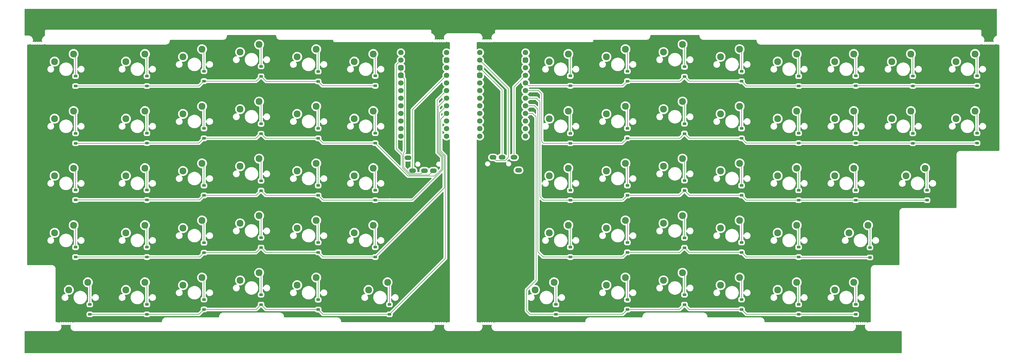
<source format=gbl>
G04 #@! TF.GenerationSoftware,KiCad,Pcbnew,8.0.2*
G04 #@! TF.CreationDate,2024-05-24T11:31:22+03:00*
G04 #@! TF.ProjectId,ratless65,7261746c-6573-4733-9635-2e6b69636164,rev?*
G04 #@! TF.SameCoordinates,Original*
G04 #@! TF.FileFunction,Copper,L2,Bot*
G04 #@! TF.FilePolarity,Positive*
%FSLAX46Y46*%
G04 Gerber Fmt 4.6, Leading zero omitted, Abs format (unit mm)*
G04 Created by KiCad (PCBNEW 8.0.2) date 2024-05-24 11:31:22*
%MOMM*%
%LPD*%
G01*
G04 APERTURE LIST*
G04 Aperture macros list*
%AMRoundRect*
0 Rectangle with rounded corners*
0 $1 Rounding radius*
0 $2 $3 $4 $5 $6 $7 $8 $9 X,Y pos of 4 corners*
0 Add a 4 corners polygon primitive as box body*
4,1,4,$2,$3,$4,$5,$6,$7,$8,$9,$2,$3,0*
0 Add four circle primitives for the rounded corners*
1,1,$1+$1,$2,$3*
1,1,$1+$1,$4,$5*
1,1,$1+$1,$6,$7*
1,1,$1+$1,$8,$9*
0 Add four rect primitives between the rounded corners*
20,1,$1+$1,$2,$3,$4,$5,0*
20,1,$1+$1,$4,$5,$6,$7,0*
20,1,$1+$1,$6,$7,$8,$9,0*
20,1,$1+$1,$8,$9,$2,$3,0*%
G04 Aperture macros list end*
G04 #@! TA.AperFunction,ComponentPad*
%ADD10C,2.300000*%
G04 #@! TD*
G04 #@! TA.AperFunction,ComponentPad*
%ADD11O,2.300000X1.500000*%
G04 #@! TD*
G04 #@! TA.AperFunction,ComponentPad*
%ADD12C,1.800000*%
G04 #@! TD*
G04 #@! TA.AperFunction,ComponentPad*
%ADD13RoundRect,0.450000X-0.450000X-0.450000X0.450000X-0.450000X0.450000X0.450000X-0.450000X0.450000X0*%
G04 #@! TD*
G04 #@! TA.AperFunction,SMDPad,CuDef*
%ADD14RoundRect,0.225000X0.375000X-0.225000X0.375000X0.225000X-0.375000X0.225000X-0.375000X-0.225000X0*%
G04 #@! TD*
G04 #@! TA.AperFunction,Conductor*
%ADD15C,0.200000*%
G04 #@! TD*
G04 APERTURE END LIST*
D10*
X237490000Y-92710000D03*
X243840000Y-90170000D03*
X294640000Y-38735000D03*
X300990000Y-36195000D03*
X115252500Y-37147500D03*
X121602500Y-34607500D03*
X134302500Y-38735000D03*
X140652500Y-36195000D03*
D11*
X189106250Y-75000000D03*
X180606250Y-70700000D03*
X183606250Y-70700000D03*
X187606250Y-70700000D03*
D10*
X256540000Y-56197500D03*
X262890000Y-53657500D03*
X237490000Y-73660000D03*
X243840000Y-71120000D03*
X237490000Y-54610000D03*
X243840000Y-52070000D03*
X218440000Y-75247500D03*
X224790000Y-72707500D03*
X58102500Y-57785000D03*
X64452500Y-55245000D03*
D12*
X176212500Y-35718750D03*
X176212500Y-38258750D03*
D13*
X176212500Y-40798750D03*
X176212500Y-43338750D03*
D12*
X176212500Y-45878750D03*
X176212500Y-48418750D03*
X176212500Y-50958750D03*
X176212500Y-53498750D03*
X176212500Y-56038750D03*
X176212500Y-58578750D03*
X176212500Y-61118750D03*
X176212500Y-63658750D03*
X191452500Y-35718750D03*
D13*
X191452500Y-38258750D03*
D12*
X191452500Y-40798750D03*
X191452500Y-43338750D03*
X191452500Y-45878750D03*
X191452500Y-48418750D03*
X191452500Y-50958750D03*
X191452500Y-53498750D03*
X191452500Y-56038750D03*
X191452500Y-58578750D03*
X191452500Y-61118750D03*
X191452500Y-63658750D03*
D10*
X134302500Y-95885000D03*
X140652500Y-93345000D03*
X96202500Y-73660000D03*
X102552500Y-71120000D03*
X96202500Y-92710000D03*
X102552500Y-90170000D03*
X58102500Y-38735000D03*
X64452500Y-36195000D03*
X58102500Y-95885000D03*
X64452500Y-93345000D03*
X34290000Y-57785000D03*
X40640000Y-55245000D03*
X34290000Y-95885000D03*
X40640000Y-93345000D03*
X115252500Y-94297500D03*
X121602500Y-91757500D03*
X134302500Y-76835000D03*
X140652500Y-74295000D03*
X335121250Y-57785000D03*
X341471250Y-55245000D03*
X58102500Y-114935000D03*
X64452500Y-112395000D03*
X318452500Y-76835000D03*
X324802500Y-74295000D03*
X77152500Y-75247500D03*
X83502500Y-72707500D03*
X34290000Y-76835000D03*
X40640000Y-74295000D03*
X218440000Y-94297500D03*
X224790000Y-91757500D03*
X299402500Y-95885000D03*
X305752500Y-93345000D03*
X256540000Y-94297500D03*
X262890000Y-91757500D03*
X275590000Y-38735000D03*
X281940000Y-36195000D03*
X218440000Y-113347500D03*
X224790000Y-110807500D03*
X96202500Y-54610000D03*
X102552500Y-52070000D03*
X237490000Y-35560000D03*
X243840000Y-33020000D03*
X139065000Y-114935000D03*
X145415000Y-112395000D03*
X199390000Y-95885000D03*
X205740000Y-93345000D03*
X313690000Y-38735000D03*
X320040000Y-36195000D03*
X313690000Y-57785000D03*
X320040000Y-55245000D03*
X294640000Y-57785000D03*
X300990000Y-55245000D03*
X218440000Y-56197500D03*
X224790000Y-53657500D03*
X237490000Y-111760000D03*
X243840000Y-109220000D03*
X256540000Y-37147500D03*
X262890000Y-34607500D03*
X115252500Y-113347500D03*
X121602500Y-110807500D03*
D11*
X152206250Y-70825000D03*
X160706250Y-75125000D03*
X157706250Y-75125000D03*
X153706250Y-75125000D03*
D10*
X96202500Y-111760000D03*
X102552500Y-109220000D03*
X275590000Y-76835000D03*
X281940000Y-74295000D03*
X218440000Y-37147500D03*
X224790000Y-34607500D03*
X77152500Y-56197500D03*
X83502500Y-53657500D03*
X115252500Y-75247500D03*
X121602500Y-72707500D03*
X194627500Y-114935000D03*
X200977500Y-112395000D03*
X294640000Y-114935000D03*
X300990000Y-112395000D03*
X256540000Y-75247500D03*
X262890000Y-72707500D03*
X256540000Y-113347500D03*
X262890000Y-110807500D03*
X115252500Y-56197500D03*
X121602500Y-53657500D03*
X96202500Y-35560000D03*
X102552500Y-33020000D03*
X199390000Y-57785000D03*
X205740000Y-55245000D03*
X58102500Y-76835000D03*
X64452500Y-74295000D03*
X77152500Y-37147500D03*
X83502500Y-34607500D03*
X34290000Y-38735000D03*
X40640000Y-36195000D03*
D12*
X149860000Y-35718750D03*
X149860000Y-38258750D03*
D13*
X149860000Y-40798750D03*
X149860000Y-43338750D03*
D12*
X149860000Y-45878750D03*
X149860000Y-48418750D03*
X149860000Y-50958750D03*
X149860000Y-53498750D03*
X149860000Y-56038750D03*
X149860000Y-58578750D03*
X149860000Y-61118750D03*
X149860000Y-63658750D03*
X165100000Y-35718750D03*
D13*
X165100000Y-38258750D03*
D12*
X165100000Y-40798750D03*
X165100000Y-43338750D03*
X165100000Y-45878750D03*
X165100000Y-48418750D03*
X165100000Y-50958750D03*
X165100000Y-53498750D03*
X165100000Y-56038750D03*
X165100000Y-58578750D03*
X165100000Y-61118750D03*
X165100000Y-63658750D03*
D10*
X199390000Y-38735000D03*
X205740000Y-36195000D03*
X134302500Y-57785000D03*
X140652500Y-55245000D03*
X77152500Y-94297500D03*
X83502500Y-91757500D03*
X294640000Y-76835000D03*
X300990000Y-74295000D03*
X275590000Y-114935000D03*
X281940000Y-112395000D03*
X275590000Y-95885000D03*
X281940000Y-93345000D03*
X39052500Y-114935000D03*
X45402500Y-112395000D03*
X77152500Y-113347500D03*
X83502500Y-110807500D03*
X275590000Y-57785000D03*
X281940000Y-55245000D03*
X199390000Y-76835000D03*
X205740000Y-74295000D03*
X335121250Y-38735000D03*
X341471250Y-36195000D03*
D14*
X320675000Y-66006250D03*
X320675000Y-62706250D03*
X41275000Y-103981250D03*
X41275000Y-100681250D03*
X306387500Y-104106250D03*
X306387500Y-100806250D03*
X225425000Y-45243750D03*
X225425000Y-41943750D03*
X65087500Y-123093750D03*
X65087500Y-119793750D03*
X84137500Y-45243750D03*
X84137500Y-41943750D03*
X103187500Y-62831250D03*
X103187500Y-59531250D03*
X103187500Y-43656250D03*
X103187500Y-40356250D03*
X84137500Y-121443750D03*
X84137500Y-118143750D03*
X244475000Y-81756250D03*
X244475000Y-78456250D03*
X103187500Y-100806250D03*
X103187500Y-97506250D03*
X263525000Y-83406250D03*
X263525000Y-80106250D03*
X225425000Y-102393750D03*
X225425000Y-99093750D03*
X41275000Y-66006250D03*
X41275000Y-62706250D03*
X206375000Y-103981250D03*
X206375000Y-100681250D03*
X141287500Y-103981250D03*
X141287500Y-100681250D03*
X141287500Y-46831250D03*
X141287500Y-43531250D03*
X84137500Y-102518750D03*
X84137500Y-99218750D03*
X84137500Y-83406250D03*
X84137500Y-80106250D03*
X122237500Y-121506250D03*
X122237500Y-118206250D03*
X41275000Y-46893750D03*
X41275000Y-43593750D03*
X301625000Y-65943750D03*
X301625000Y-62643750D03*
X65087500Y-46893750D03*
X65087500Y-43593750D03*
X206375000Y-66006250D03*
X206375000Y-62706250D03*
X103187500Y-81818750D03*
X103187500Y-78518750D03*
X225425000Y-64293750D03*
X225425000Y-60993750D03*
X103187500Y-119856250D03*
X103187500Y-116556250D03*
X244475000Y-119856250D03*
X244475000Y-116556250D03*
X84137500Y-64356250D03*
X84137500Y-61056250D03*
X263525000Y-64356250D03*
X263525000Y-61056250D03*
X282575000Y-123093750D03*
X282575000Y-119793750D03*
X206375000Y-84993750D03*
X206375000Y-81693750D03*
X263525000Y-121443750D03*
X263525000Y-118143750D03*
X206375000Y-46831250D03*
X206375000Y-43531250D03*
X225425000Y-121506250D03*
X225425000Y-118206250D03*
X201612500Y-123093750D03*
X201612500Y-119793750D03*
X141287500Y-65943750D03*
X141287500Y-62643750D03*
X263525000Y-102393750D03*
X263525000Y-99093750D03*
X65087500Y-103981250D03*
X65087500Y-100681250D03*
X301625000Y-123093750D03*
X301625000Y-119793750D03*
X146050000Y-123093750D03*
X146050000Y-119793750D03*
X263525000Y-45306250D03*
X263525000Y-42006250D03*
X122237500Y-45368750D03*
X122237500Y-42068750D03*
X244475000Y-62768750D03*
X244475000Y-59468750D03*
X282575000Y-65943750D03*
X282575000Y-62643750D03*
X301625000Y-46831250D03*
X301625000Y-43531250D03*
X320675000Y-46893750D03*
X320675000Y-43593750D03*
X65087500Y-65943750D03*
X65087500Y-62643750D03*
X122237500Y-64356250D03*
X122237500Y-61056250D03*
X325437500Y-84993750D03*
X325437500Y-81693750D03*
X141287500Y-84993750D03*
X141287500Y-81693750D03*
X122237500Y-102393750D03*
X122237500Y-99093750D03*
X282575000Y-103981250D03*
X282575000Y-100681250D03*
X225425000Y-83406250D03*
X225425000Y-80106250D03*
X342106250Y-65943750D03*
X342106250Y-62643750D03*
X65087500Y-84931250D03*
X65087500Y-81631250D03*
X244475000Y-43781250D03*
X244475000Y-40481250D03*
X282575000Y-46893750D03*
X282575000Y-43593750D03*
X41275000Y-84931250D03*
X41275000Y-81631250D03*
X122237500Y-83406250D03*
X122237500Y-80106250D03*
X244475000Y-100868750D03*
X244475000Y-97568750D03*
X301625000Y-84993750D03*
X301625000Y-81693750D03*
X46037500Y-123093750D03*
X46037500Y-119793750D03*
X342106250Y-46831250D03*
X342106250Y-43531250D03*
X282575000Y-84993750D03*
X282575000Y-81693750D03*
D15*
X141287500Y-46831250D02*
X123700000Y-46831250D01*
X104900000Y-45368750D02*
X103187500Y-43656250D01*
X41275000Y-46893750D02*
X65087500Y-46893750D01*
X122237500Y-45368750D02*
X104900000Y-45368750D01*
X101600000Y-45243750D02*
X103187500Y-43656250D01*
X84137500Y-45243750D02*
X101600000Y-45243750D01*
X65087500Y-46893750D02*
X82487500Y-46893750D01*
X82487500Y-46893750D02*
X84137500Y-45243750D01*
X123700000Y-46831250D02*
X122237500Y-45368750D01*
X40640000Y-36195000D02*
X41275000Y-36830000D01*
X41275000Y-36830000D02*
X41275000Y-43593750D01*
X65087500Y-36512500D02*
X65087500Y-43593750D01*
X64770000Y-36512500D02*
X65087500Y-36512500D01*
X64452500Y-36195000D02*
X64770000Y-36512500D01*
X84137500Y-34925000D02*
X83820000Y-34607500D01*
X84137500Y-34925000D02*
X84137500Y-41943750D01*
X83502500Y-34607500D02*
X83820000Y-34607500D01*
X102870000Y-33020000D02*
X103187500Y-33337500D01*
X103187500Y-33337500D02*
X103187500Y-40356250D01*
X102552500Y-33020000D02*
X102870000Y-33020000D01*
X121602500Y-34607500D02*
X121920000Y-34607500D01*
X121920000Y-34607500D02*
X122237500Y-34925000D01*
X122237500Y-34925000D02*
X122237500Y-42068750D01*
X141287500Y-36512500D02*
X140970000Y-36195000D01*
X140652500Y-36195000D02*
X140970000Y-36195000D01*
X141287500Y-36512500D02*
X141287500Y-43531250D01*
X265112500Y-46893750D02*
X263525000Y-45306250D01*
X319818750Y-46893750D02*
X319756250Y-46831250D01*
X206375000Y-46831250D02*
X223837500Y-46831250D01*
X206375000Y-46831250D02*
X192405000Y-46831250D01*
X320675000Y-46893750D02*
X319818750Y-46893750D01*
X192405000Y-46831250D02*
X191452500Y-45878750D01*
X223837500Y-46831250D02*
X225425000Y-45243750D01*
X243012500Y-45243750D02*
X244475000Y-43781250D01*
X246000000Y-45306250D02*
X244475000Y-43781250D01*
X300831250Y-46831250D02*
X300768750Y-46893750D01*
X319756250Y-46831250D02*
X301625000Y-46831250D01*
X342106250Y-46831250D02*
X320737500Y-46831250D01*
X263525000Y-45306250D02*
X246000000Y-45306250D01*
X225425000Y-45243750D02*
X243012500Y-45243750D01*
X282575000Y-46893750D02*
X265112500Y-46893750D01*
X320737500Y-46831250D02*
X320675000Y-46893750D01*
X300768750Y-46893750D02*
X282575000Y-46893750D01*
X301625000Y-46831250D02*
X300831250Y-46831250D01*
X205740000Y-36195000D02*
X206057500Y-36195000D01*
X206057500Y-36195000D02*
X206375000Y-36512500D01*
X206375000Y-36512500D02*
X206375000Y-43531250D01*
X225425000Y-34925000D02*
X225425000Y-41943750D01*
X225107500Y-34607500D02*
X225425000Y-34925000D01*
X224790000Y-34607500D02*
X225107500Y-34607500D01*
X244475000Y-33337500D02*
X244475000Y-40481250D01*
X244157500Y-33020000D02*
X244475000Y-33337500D01*
X243840000Y-33020000D02*
X244157500Y-33020000D01*
X263207500Y-34607500D02*
X263525000Y-34925000D01*
X263525000Y-34925000D02*
X263525000Y-42006250D01*
X262890000Y-34607500D02*
X263207500Y-34607500D01*
X281940000Y-36195000D02*
X282257500Y-36195000D01*
X282575000Y-36512500D02*
X282257500Y-36195000D01*
X282575000Y-36512500D02*
X282575000Y-43593750D01*
X301625000Y-36512500D02*
X301307500Y-36195000D01*
X301625000Y-36512500D02*
X301625000Y-43531250D01*
X300990000Y-36195000D02*
X301307500Y-36195000D01*
X320357500Y-36195000D02*
X320675000Y-36512500D01*
X320675000Y-36512500D02*
X320675000Y-43593750D01*
X320040000Y-36195000D02*
X320357500Y-36195000D01*
X341471250Y-36195000D02*
X341788750Y-36512500D01*
X342106250Y-36512500D02*
X342106250Y-43531250D01*
X341788750Y-36512500D02*
X342106250Y-36512500D01*
X82487500Y-65943750D02*
X84075000Y-64356250D01*
X65087500Y-65943750D02*
X82487500Y-65943750D01*
X123825000Y-65943750D02*
X122237500Y-64356250D01*
X163456250Y-70587500D02*
X163456250Y-74668750D01*
X165100000Y-48418750D02*
X161925000Y-51593750D01*
X122237500Y-64356250D02*
X104712500Y-64356250D01*
X161925000Y-69056250D02*
X163456250Y-70587500D01*
X152318750Y-76975000D02*
X141287500Y-65943750D01*
X84137500Y-64356250D02*
X101537500Y-64356250D01*
X163456250Y-74668750D02*
X161150000Y-76975000D01*
X161925000Y-51593750D02*
X161925000Y-69056250D01*
X103062500Y-62831250D02*
X103187500Y-62831250D01*
X161150000Y-76975000D02*
X152318750Y-76975000D01*
X101537500Y-64356250D02*
X103062500Y-62831250D01*
X41275000Y-66006250D02*
X65025000Y-66006250D01*
X104712500Y-64356250D02*
X103187500Y-62831250D01*
X65025000Y-66006250D02*
X65087500Y-65943750D01*
X141287500Y-65943750D02*
X123825000Y-65943750D01*
X84075000Y-64356250D02*
X84137500Y-64356250D01*
X41275000Y-55562500D02*
X40957500Y-55245000D01*
X41275000Y-55562500D02*
X41275000Y-62706250D01*
X40640000Y-55245000D02*
X40957500Y-55245000D01*
X197451250Y-66006250D02*
X196850000Y-65405000D01*
X282575000Y-65943750D02*
X265112500Y-65943750D01*
X196850000Y-65405000D02*
X196850000Y-49530000D01*
X319943750Y-65943750D02*
X301625000Y-65943750D01*
X320006250Y-66006250D02*
X319943750Y-65943750D01*
X206375000Y-66006250D02*
X223712500Y-66006250D01*
X320737500Y-65943750D02*
X320675000Y-66006250D01*
X195738750Y-48418750D02*
X191452500Y-48418750D01*
X196850000Y-49530000D02*
X195738750Y-48418750D01*
X320675000Y-66006250D02*
X320006250Y-66006250D01*
X223712500Y-66006250D02*
X225425000Y-64293750D01*
X225425000Y-64293750D02*
X242950000Y-64293750D01*
X263525000Y-64356250D02*
X246062500Y-64356250D01*
X265112500Y-65943750D02*
X263525000Y-64356250D01*
X246062500Y-64356250D02*
X244475000Y-62768750D01*
X242950000Y-64293750D02*
X244475000Y-62768750D01*
X301625000Y-65943750D02*
X282575000Y-65943750D01*
X342106250Y-65943750D02*
X320737500Y-65943750D01*
X206375000Y-66006250D02*
X197451250Y-66006250D01*
X64452500Y-55245000D02*
X64770000Y-55245000D01*
X65087500Y-55562500D02*
X64770000Y-55245000D01*
X65087500Y-55562500D02*
X65087500Y-62643750D01*
X84137500Y-53975000D02*
X84137500Y-61056250D01*
X83502500Y-53657500D02*
X83820000Y-53657500D01*
X83820000Y-53657500D02*
X84137500Y-53975000D01*
X103187500Y-52387500D02*
X103187500Y-59531250D01*
X103187500Y-52387500D02*
X102870000Y-52070000D01*
X102552500Y-52070000D02*
X102870000Y-52070000D01*
X121602500Y-53657500D02*
X121920000Y-53657500D01*
X122237500Y-53975000D02*
X121920000Y-53657500D01*
X122237500Y-53975000D02*
X122237500Y-61056250D01*
X140652500Y-55245000D02*
X140970000Y-55245000D01*
X140970000Y-55245000D02*
X141287500Y-55562500D01*
X141287500Y-55562500D02*
X141287500Y-62643750D01*
X206375000Y-55562500D02*
X206375000Y-62706250D01*
X206375000Y-55562500D02*
X206057500Y-55245000D01*
X205740000Y-55245000D02*
X206057500Y-55245000D01*
X153696936Y-84993750D02*
X141287500Y-84993750D01*
X163856250Y-74834436D02*
X153696936Y-84993750D01*
X123825000Y-84993750D02*
X122237500Y-83406250D01*
X163856250Y-70421814D02*
X163856250Y-74834436D01*
X65087500Y-84931250D02*
X82612500Y-84931250D01*
X141287500Y-84993750D02*
X145987500Y-84993750D01*
X162325000Y-68890564D02*
X163856250Y-70421814D01*
X122237500Y-83406250D02*
X104775000Y-83406250D01*
X101600000Y-83406250D02*
X103187500Y-81818750D01*
X84137500Y-83406250D02*
X101600000Y-83406250D01*
X165100000Y-50958750D02*
X162325000Y-53733750D01*
X145987500Y-84993750D02*
X146050000Y-84931250D01*
X162325000Y-53733750D02*
X162325000Y-68890564D01*
X41275000Y-84931250D02*
X65087500Y-84931250D01*
X82612500Y-84931250D02*
X84137500Y-83406250D01*
X141287500Y-84993750D02*
X123825000Y-84993750D01*
X104775000Y-83406250D02*
X103187500Y-81818750D01*
X224790000Y-53657500D02*
X225107500Y-53657500D01*
X225425000Y-53975000D02*
X225425000Y-60993750D01*
X225425000Y-53975000D02*
X225107500Y-53657500D01*
X244475000Y-52387500D02*
X244475000Y-59468750D01*
X244475000Y-52387500D02*
X244157500Y-52070000D01*
X243840000Y-52070000D02*
X244157500Y-52070000D01*
X262890000Y-53657500D02*
X263207500Y-53657500D01*
X263525000Y-53975000D02*
X263525000Y-61056250D01*
X263525000Y-53975000D02*
X263207500Y-53657500D01*
X282257500Y-55245000D02*
X282575000Y-55562500D01*
X282575000Y-55562500D02*
X282575000Y-62643750D01*
X281940000Y-55245000D02*
X282257500Y-55245000D01*
X300990000Y-55245000D02*
X301307500Y-55245000D01*
X301625000Y-55562500D02*
X301625000Y-62643750D01*
X301307500Y-55245000D02*
X301625000Y-55562500D01*
X320675000Y-55562500D02*
X320357500Y-55245000D01*
X320675000Y-55562500D02*
X320675000Y-62706250D01*
X320040000Y-55245000D02*
X320357500Y-55245000D01*
X342106250Y-55562500D02*
X341788750Y-55245000D01*
X341471250Y-55245000D02*
X341788750Y-55245000D01*
X342106250Y-55562500D02*
X342106250Y-62643750D01*
X41275000Y-74612500D02*
X40957500Y-74295000D01*
X41275000Y-74612500D02*
X41275000Y-81631250D01*
X40640000Y-74295000D02*
X40957500Y-74295000D01*
X246125000Y-83406250D02*
X244475000Y-81756250D01*
X206375000Y-84993750D02*
X197388750Y-84993750D01*
X282575000Y-84993750D02*
X265112500Y-84993750D01*
X195103750Y-50958750D02*
X191452500Y-50958750D01*
X197388750Y-84993750D02*
X196215000Y-83820000D01*
X196215000Y-83820000D02*
X196215000Y-52070000D01*
X223900000Y-84931250D02*
X225425000Y-83406250D01*
X301625000Y-84993750D02*
X282575000Y-84993750D01*
X223775000Y-84993750D02*
X223837500Y-84931250D01*
X265112500Y-84993750D02*
X263525000Y-83406250D01*
X242825000Y-83406250D02*
X244475000Y-81756250D01*
X196215000Y-52070000D02*
X195103750Y-50958750D01*
X301625000Y-84993750D02*
X325437500Y-84993750D01*
X263525000Y-83406250D02*
X246125000Y-83406250D01*
X223837500Y-84931250D02*
X223900000Y-84931250D01*
X225425000Y-83406250D02*
X242825000Y-83406250D01*
X206375000Y-84993750D02*
X223775000Y-84993750D01*
X64452500Y-74295000D02*
X64770000Y-74295000D01*
X65087500Y-74612500D02*
X65087500Y-81631250D01*
X64770000Y-74295000D02*
X65087500Y-74612500D01*
X84137500Y-73025000D02*
X84137500Y-80106250D01*
X84137500Y-73025000D02*
X83820000Y-72707500D01*
X83502500Y-72707500D02*
X83820000Y-72707500D01*
X102552500Y-71120000D02*
X102870000Y-71120000D01*
X102870000Y-71120000D02*
X103187500Y-71437500D01*
X103187500Y-71437500D02*
X103187500Y-78518750D01*
X122237500Y-73025000D02*
X122237500Y-80106250D01*
X122237500Y-73025000D02*
X121920000Y-72707500D01*
X121602500Y-72707500D02*
X121920000Y-72707500D01*
X141287500Y-74612500D02*
X141287500Y-81693750D01*
X140652500Y-74295000D02*
X140970000Y-74295000D01*
X141287500Y-74612500D02*
X140970000Y-74295000D01*
X164306250Y-80962500D02*
X141287500Y-103981250D01*
X162725000Y-55873750D02*
X162725000Y-68724878D01*
X104775000Y-102393750D02*
X103187500Y-100806250D01*
X82675000Y-103981250D02*
X84137500Y-102518750D01*
X41275000Y-103981250D02*
X65087500Y-103981250D01*
X84137500Y-102518750D02*
X101475000Y-102518750D01*
X141287500Y-103981250D02*
X123825000Y-103981250D01*
X123825000Y-103981250D02*
X122237500Y-102393750D01*
X162725000Y-68724878D02*
X164306250Y-70306128D01*
X122237500Y-102393750D02*
X104775000Y-102393750D01*
X101475000Y-102518750D02*
X103187500Y-100806250D01*
X164306250Y-70306128D02*
X164306250Y-80962500D01*
X165100000Y-53498750D02*
X162725000Y-55873750D01*
X65087500Y-103981250D02*
X82675000Y-103981250D01*
X206375000Y-74612500D02*
X206057500Y-74295000D01*
X206375000Y-74612500D02*
X206375000Y-81693750D01*
X205740000Y-74295000D02*
X206057500Y-74295000D01*
X225425000Y-73025000D02*
X225425000Y-80106250D01*
X224790000Y-72707500D02*
X225107500Y-72707500D01*
X225425000Y-73025000D02*
X225107500Y-72707500D01*
X243840000Y-71120000D02*
X244157500Y-71120000D01*
X244157500Y-71120000D02*
X244475000Y-71437500D01*
X244475000Y-71437500D02*
X244475000Y-78456250D01*
X262890000Y-72707500D02*
X263207500Y-72707500D01*
X263525000Y-73025000D02*
X263525000Y-80106250D01*
X263525000Y-73025000D02*
X263207500Y-72707500D01*
X282257500Y-74295000D02*
X282575000Y-74612500D01*
X282575000Y-74612500D02*
X282575000Y-81693750D01*
X281940000Y-74295000D02*
X282257500Y-74295000D01*
X300990000Y-74295000D02*
X301307500Y-74295000D01*
X301625000Y-74612500D02*
X301625000Y-81693750D01*
X301625000Y-74612500D02*
X301307500Y-74295000D01*
X325437500Y-74612500D02*
X325437500Y-81693750D01*
X325120000Y-74295000D02*
X325437500Y-74612500D01*
X324802500Y-74295000D02*
X325120000Y-74295000D01*
X263525000Y-102393750D02*
X246062500Y-102393750D01*
X225425000Y-102393750D02*
X223837500Y-103981250D01*
X223837500Y-103981250D02*
X206375000Y-103981250D01*
X242887500Y-102393750D02*
X244412500Y-100868750D01*
X195580000Y-102235000D02*
X195580000Y-54610000D01*
X225425000Y-102393750D02*
X242887500Y-102393750D01*
X197326250Y-103981250D02*
X195580000Y-102235000D01*
X244412500Y-100868750D02*
X244475000Y-100868750D01*
X282575000Y-103981250D02*
X265112500Y-103981250D01*
X306387500Y-104106250D02*
X282700000Y-104106250D01*
X194468750Y-53498750D02*
X191452500Y-53498750D01*
X246062500Y-102393750D02*
X244537500Y-100868750D01*
X206375000Y-103981250D02*
X197326250Y-103981250D01*
X282700000Y-104106250D02*
X282575000Y-103981250D01*
X195580000Y-54610000D02*
X194468750Y-53498750D01*
X265112500Y-103981250D02*
X263525000Y-102393750D01*
X244537500Y-100868750D02*
X244475000Y-100868750D01*
X41275000Y-93662500D02*
X41275000Y-100681250D01*
X40640000Y-93345000D02*
X40957500Y-93345000D01*
X40957500Y-93345000D02*
X41275000Y-93662500D01*
X64452500Y-93345000D02*
X64770000Y-93345000D01*
X65087500Y-93662500D02*
X65087500Y-100681250D01*
X64770000Y-93345000D02*
X65087500Y-93662500D01*
X83502500Y-91757500D02*
X83820000Y-91757500D01*
X84137500Y-92075000D02*
X84137500Y-99218750D01*
X83820000Y-91757500D02*
X84137500Y-92075000D01*
X102552500Y-90170000D02*
X102870000Y-90170000D01*
X102870000Y-90170000D02*
X103187500Y-90487500D01*
X103187500Y-90487500D02*
X103187500Y-97506250D01*
X121920000Y-91757500D02*
X122237500Y-92075000D01*
X122237500Y-92075000D02*
X122237500Y-99093750D01*
X121602500Y-91757500D02*
X121920000Y-91757500D01*
X141287500Y-93662500D02*
X141287500Y-100681250D01*
X140652500Y-93345000D02*
X140970000Y-93345000D01*
X141287500Y-93662500D02*
X140970000Y-93345000D01*
X206057500Y-93345000D02*
X206375000Y-93662500D01*
X205740000Y-93345000D02*
X206057500Y-93345000D01*
X206375000Y-93662500D02*
X206375000Y-100681250D01*
X225425000Y-92075000D02*
X225107500Y-91757500D01*
X224790000Y-91757500D02*
X225107500Y-91757500D01*
X225425000Y-92075000D02*
X225425000Y-99093750D01*
X244475000Y-90487500D02*
X244157500Y-90170000D01*
X243840000Y-90170000D02*
X244157500Y-90170000D01*
X244475000Y-90487500D02*
X244475000Y-97568750D01*
X262890000Y-91757500D02*
X263207500Y-91757500D01*
X263525000Y-92075000D02*
X263525000Y-99093750D01*
X263207500Y-91757500D02*
X263525000Y-92075000D01*
X282257500Y-93345000D02*
X282575000Y-93662500D01*
X282575000Y-93662500D02*
X282575000Y-100681250D01*
X281940000Y-93345000D02*
X282257500Y-93345000D01*
X306387500Y-93662500D02*
X306070000Y-93345000D01*
X305752500Y-93345000D02*
X306070000Y-93345000D01*
X306387500Y-93662500D02*
X306387500Y-100806250D01*
X84137500Y-121443750D02*
X101600000Y-121443750D01*
X163125000Y-68559192D02*
X164706250Y-70140442D01*
X101600000Y-121443750D02*
X103187500Y-119856250D01*
X164706250Y-70140442D02*
X164706250Y-104437500D01*
X65087500Y-123093750D02*
X82487500Y-123093750D01*
X104837500Y-121506250D02*
X103187500Y-119856250D01*
X165100000Y-56038750D02*
X163125000Y-58013750D01*
X123825000Y-123093750D02*
X122237500Y-121506250D01*
X122237500Y-121506250D02*
X104837500Y-121506250D01*
X146050000Y-123093750D02*
X123825000Y-123093750D01*
X82487500Y-123093750D02*
X84137500Y-121443750D01*
X164706250Y-104437500D02*
X146050000Y-123093750D01*
X163125000Y-58013750D02*
X163125000Y-68559192D01*
X46037500Y-123093750D02*
X65087500Y-123093750D01*
X46037500Y-112712500D02*
X45720000Y-112395000D01*
X45402500Y-112395000D02*
X45720000Y-112395000D01*
X46037500Y-112712500D02*
X46037500Y-119793750D01*
X65087500Y-112712500D02*
X65087500Y-119793750D01*
X64452500Y-112395000D02*
X64770000Y-112395000D01*
X64770000Y-112395000D02*
X65087500Y-112712500D01*
X83502500Y-110807500D02*
X83820000Y-110807500D01*
X84137500Y-111125000D02*
X84137500Y-118143750D01*
X84137500Y-111125000D02*
X83820000Y-110807500D01*
X102870000Y-109220000D02*
X103187500Y-109537500D01*
X102552500Y-109220000D02*
X102870000Y-109220000D01*
X103187500Y-109537500D02*
X103187500Y-116556250D01*
X121602500Y-110807500D02*
X121920000Y-110807500D01*
X122237500Y-111125000D02*
X122237500Y-118206250D01*
X121920000Y-110807500D02*
X122237500Y-111125000D01*
X145732500Y-112395000D02*
X146050000Y-112712500D01*
X146050000Y-112712500D02*
X146050000Y-119793750D01*
X146050000Y-119793750D02*
X146050000Y-116681250D01*
X145415000Y-112395000D02*
X145732500Y-112395000D01*
X200977500Y-112395000D02*
X201295000Y-112395000D01*
X201612500Y-112712500D02*
X201612500Y-119793750D01*
X201295000Y-112395000D02*
X201612500Y-112712500D01*
X246062500Y-121443750D02*
X244475000Y-119856250D01*
X223837500Y-123093750D02*
X225425000Y-121506250D01*
X282575000Y-123093750D02*
X265175000Y-123093750D01*
X201612500Y-123093750D02*
X192943750Y-123093750D01*
X192943750Y-123093750D02*
X191770000Y-121920000D01*
X194945000Y-111760000D02*
X194945000Y-57150000D01*
X193833750Y-56038750D02*
X191452500Y-56038750D01*
X282575000Y-123093750D02*
X301625000Y-123093750D01*
X225425000Y-121506250D02*
X242825000Y-121506250D01*
X191770000Y-121920000D02*
X191770000Y-114935000D01*
X194945000Y-57150000D02*
X193833750Y-56038750D01*
X265175000Y-123093750D02*
X263525000Y-121443750D01*
X263525000Y-121443750D02*
X246062500Y-121443750D01*
X242825000Y-121506250D02*
X244475000Y-119856250D01*
X201612500Y-123093750D02*
X223837500Y-123093750D01*
X191770000Y-114935000D02*
X194945000Y-111760000D01*
X225425000Y-111125000D02*
X225425000Y-118206250D01*
X224790000Y-110807500D02*
X225107500Y-110807500D01*
X225425000Y-111125000D02*
X225107500Y-110807500D01*
X243840000Y-109220000D02*
X244157500Y-109220000D01*
X244475000Y-109537500D02*
X244475000Y-116556250D01*
X244157500Y-109220000D02*
X244475000Y-109537500D01*
X263525000Y-111125000D02*
X263525000Y-118143750D01*
X263207500Y-110807500D02*
X263525000Y-111125000D01*
X262890000Y-110807500D02*
X263207500Y-110807500D01*
X282575000Y-112712500D02*
X282575000Y-119793750D01*
X282257500Y-112395000D02*
X282575000Y-112712500D01*
X281940000Y-112395000D02*
X282257500Y-112395000D01*
X300990000Y-112395000D02*
X301307500Y-112395000D01*
X301625000Y-112712500D02*
X301307500Y-112395000D01*
X301625000Y-112712500D02*
X301625000Y-119793750D01*
X149860000Y-56038750D02*
X148748750Y-56038750D01*
X150356250Y-69850000D02*
X148348750Y-67842500D01*
X160706250Y-75125000D02*
X159256250Y-76575000D01*
X159256250Y-76575000D02*
X152705640Y-76575000D01*
X148348750Y-39770000D02*
X149860000Y-38258750D01*
X148348750Y-67842500D02*
X148348750Y-39770000D01*
X150356250Y-74225610D02*
X150356250Y-69850000D01*
X152705640Y-76575000D02*
X150356250Y-74225610D01*
X187606250Y-47185000D02*
X191452500Y-43338750D01*
X153706250Y-75125000D02*
X153706250Y-54732500D01*
X187606250Y-70700000D02*
X187606250Y-47185000D01*
X153706250Y-54732500D02*
X165100000Y-43338750D01*
X151060000Y-44538750D02*
X149860000Y-43338750D01*
X152871326Y-76175000D02*
X150756250Y-74059924D01*
X157706250Y-75125000D02*
X156656250Y-76175000D01*
X151060000Y-68808750D02*
X151060000Y-44538750D01*
X157956250Y-74875000D02*
X157706250Y-75125000D01*
X183606250Y-48192500D02*
X176212500Y-40798750D01*
X150756250Y-69112500D02*
X151060000Y-68808750D01*
X183606250Y-70700000D02*
X183606250Y-48192500D01*
X176212500Y-40798750D02*
X176212500Y-43338750D01*
X156656250Y-76175000D02*
X152871326Y-76175000D01*
X150756250Y-74059924D02*
X150756250Y-69112500D01*
X149860000Y-40798750D02*
X149860000Y-43338750D01*
X185737500Y-70643750D02*
X185737500Y-47783750D01*
X181656250Y-71750000D02*
X184631250Y-71750000D01*
X185737500Y-47783750D02*
X176212500Y-38258750D01*
X184631250Y-71750000D02*
X185737500Y-70643750D01*
X180606250Y-70700000D02*
X181656250Y-71750000D01*
G04 #@! TA.AperFunction,NonConductor*
G36*
X348692539Y-21157685D02*
G01*
X348738294Y-21210489D01*
X348749500Y-21262000D01*
X348749500Y-29981803D01*
X348729815Y-30048842D01*
X348677011Y-30094597D01*
X348663818Y-30099734D01*
X348499029Y-30153276D01*
X348288592Y-30260500D01*
X348097519Y-30399323D01*
X347930523Y-30566319D01*
X347791700Y-30757392D01*
X347684476Y-30967829D01*
X347611496Y-31192442D01*
X347584653Y-31361926D01*
X347574550Y-31425712D01*
X347574550Y-31661888D01*
X347577512Y-31680588D01*
X347611496Y-31895157D01*
X347658415Y-32039560D01*
X347660410Y-32109401D01*
X347624329Y-32169234D01*
X347561628Y-32200062D01*
X347492214Y-32192097D01*
X347478484Y-32185265D01*
X347378188Y-32127359D01*
X347378187Y-32127358D01*
X347378186Y-32127358D01*
X347250892Y-32093250D01*
X347119108Y-32093250D01*
X346991814Y-32127358D01*
X346991813Y-32127358D01*
X346991811Y-32127359D01*
X346991810Y-32127359D01*
X346877000Y-32193646D01*
X346809100Y-32210119D01*
X346753000Y-32193646D01*
X346638188Y-32127359D01*
X346638187Y-32127358D01*
X346638186Y-32127358D01*
X346510892Y-32093250D01*
X346379108Y-32093250D01*
X346251814Y-32127358D01*
X346251813Y-32127358D01*
X346251811Y-32127359D01*
X346251810Y-32127359D01*
X346137000Y-32193646D01*
X346069100Y-32210119D01*
X346013000Y-32193646D01*
X345898188Y-32127359D01*
X345898187Y-32127358D01*
X345898186Y-32127358D01*
X345770892Y-32093250D01*
X345639108Y-32093250D01*
X345511814Y-32127358D01*
X345511813Y-32127358D01*
X345511811Y-32127359D01*
X345511810Y-32127359D01*
X345397000Y-32193646D01*
X345329100Y-32210119D01*
X345273000Y-32193646D01*
X345158188Y-32127359D01*
X345158187Y-32127358D01*
X345158186Y-32127358D01*
X345030892Y-32093250D01*
X344899108Y-32093250D01*
X344771814Y-32127358D01*
X344771813Y-32127358D01*
X344771811Y-32127359D01*
X344771810Y-32127359D01*
X344671644Y-32185191D01*
X344603744Y-32201664D01*
X344537717Y-32178812D01*
X344494527Y-32123890D01*
X344487885Y-32054337D01*
X344491713Y-32039485D01*
X344495154Y-32028897D01*
X344538601Y-31895180D01*
X344575550Y-31661896D01*
X344575550Y-31425704D01*
X344552692Y-31281384D01*
X344538601Y-31192419D01*
X344465612Y-30967784D01*
X344400928Y-30840835D01*
X344358385Y-30757340D01*
X344219555Y-30566257D01*
X344052543Y-30399245D01*
X343861460Y-30260415D01*
X343651011Y-30153186D01*
X343646670Y-30150974D01*
X343647281Y-30149772D01*
X343597648Y-30109780D01*
X343575579Y-30043487D01*
X343575500Y-30039054D01*
X343575500Y-28509110D01*
X343575500Y-28509108D01*
X343541392Y-28381814D01*
X343475500Y-28267686D01*
X343382314Y-28174500D01*
X343325250Y-28141554D01*
X343268187Y-28108608D01*
X343204539Y-28091554D01*
X343140892Y-28074500D01*
X238190892Y-28074500D01*
X181834642Y-28074500D01*
X181702858Y-28074500D01*
X181575562Y-28108608D01*
X181461436Y-28174500D01*
X181461433Y-28174502D01*
X181368252Y-28267683D01*
X181368250Y-28267686D01*
X181302358Y-28381812D01*
X181268250Y-28509108D01*
X181268250Y-29187964D01*
X181248565Y-29255003D01*
X181195761Y-29300758D01*
X181182573Y-29305893D01*
X181017759Y-29359452D01*
X180807320Y-29466685D01*
X180616258Y-29605508D01*
X180616253Y-29605512D01*
X180449263Y-29772513D01*
X180449258Y-29772518D01*
X180310444Y-29963587D01*
X180203222Y-30174030D01*
X180130245Y-30398640D01*
X180093300Y-30631907D01*
X180093300Y-30868092D01*
X180130245Y-31101359D01*
X180177182Y-31245820D01*
X180179177Y-31315661D01*
X180143096Y-31375494D01*
X180080395Y-31406321D01*
X180010980Y-31398356D01*
X179997251Y-31391524D01*
X179896939Y-31333609D01*
X179896936Y-31333608D01*
X179769642Y-31299500D01*
X179637858Y-31299500D01*
X179510564Y-31333608D01*
X179510563Y-31333608D01*
X179510561Y-31333609D01*
X179510560Y-31333609D01*
X179395750Y-31399896D01*
X179327850Y-31416369D01*
X179271750Y-31399896D01*
X179156938Y-31333609D01*
X179156937Y-31333608D01*
X179156936Y-31333608D01*
X179029642Y-31299500D01*
X178897858Y-31299500D01*
X178770564Y-31333608D01*
X178770563Y-31333608D01*
X178770561Y-31333609D01*
X178770560Y-31333609D01*
X178655750Y-31399896D01*
X178587850Y-31416369D01*
X178531750Y-31399896D01*
X178416938Y-31333609D01*
X178416937Y-31333608D01*
X178416936Y-31333608D01*
X178289642Y-31299500D01*
X178157858Y-31299500D01*
X178030564Y-31333608D01*
X178030563Y-31333608D01*
X178030561Y-31333609D01*
X178030560Y-31333609D01*
X177915750Y-31399896D01*
X177847850Y-31416369D01*
X177791750Y-31399896D01*
X177676938Y-31333609D01*
X177676937Y-31333608D01*
X177676936Y-31333608D01*
X177549642Y-31299500D01*
X177417858Y-31299500D01*
X177290564Y-31333608D01*
X177290563Y-31333608D01*
X177290561Y-31333609D01*
X177290560Y-31333609D01*
X177190370Y-31391454D01*
X177122469Y-31407927D01*
X177056443Y-31385074D01*
X177013252Y-31330153D01*
X177006611Y-31260599D01*
X177010432Y-31245772D01*
X177057350Y-31101379D01*
X177094300Y-30868096D01*
X177094300Y-30631904D01*
X177071447Y-30487619D01*
X177057351Y-30398626D01*
X177057350Y-30398624D01*
X177057350Y-30398621D01*
X176984361Y-30173990D01*
X176877129Y-29963544D01*
X176769849Y-29815892D01*
X176738296Y-29772465D01*
X176738295Y-29772464D01*
X176571279Y-29605456D01*
X176571273Y-29605450D01*
X176380202Y-29466638D01*
X176380195Y-29466634D01*
X176380192Y-29466632D01*
X176169740Y-29359410D01*
X176169739Y-29359409D01*
X176169738Y-29359409D01*
X176169732Y-29359407D01*
X175945111Y-29286433D01*
X175945105Y-29286431D01*
X175711822Y-29249494D01*
X175711821Y-29249494D01*
X175593725Y-29249500D01*
X165792901Y-29249500D01*
X165792856Y-29249497D01*
X165784618Y-29249497D01*
X165784617Y-29249497D01*
X165718732Y-29249499D01*
X165718724Y-29249500D01*
X165647312Y-29249500D01*
X165647260Y-29249502D01*
X165600634Y-29249504D01*
X165367371Y-29286461D01*
X165367366Y-29286462D01*
X165142759Y-29359452D01*
X164932320Y-29466685D01*
X164741258Y-29605508D01*
X164741253Y-29605512D01*
X164574263Y-29772513D01*
X164574258Y-29772518D01*
X164435444Y-29963587D01*
X164328222Y-30174030D01*
X164255245Y-30398640D01*
X164218300Y-30631907D01*
X164218300Y-30868092D01*
X164255245Y-31101359D01*
X164302182Y-31245820D01*
X164304177Y-31315661D01*
X164268096Y-31375494D01*
X164205395Y-31406321D01*
X164135980Y-31398356D01*
X164122251Y-31391524D01*
X164021939Y-31333609D01*
X164021936Y-31333608D01*
X163894642Y-31299500D01*
X163762858Y-31299500D01*
X163635564Y-31333608D01*
X163635563Y-31333608D01*
X163635561Y-31333609D01*
X163635560Y-31333609D01*
X163520750Y-31399896D01*
X163452850Y-31416369D01*
X163396750Y-31399896D01*
X163281938Y-31333609D01*
X163281937Y-31333608D01*
X163281936Y-31333608D01*
X163154642Y-31299500D01*
X163022858Y-31299500D01*
X162895564Y-31333608D01*
X162895563Y-31333608D01*
X162895561Y-31333609D01*
X162895560Y-31333609D01*
X162780750Y-31399896D01*
X162712850Y-31416369D01*
X162656750Y-31399896D01*
X162541938Y-31333609D01*
X162541937Y-31333608D01*
X162541936Y-31333608D01*
X162414642Y-31299500D01*
X162282858Y-31299500D01*
X162155564Y-31333608D01*
X162155563Y-31333608D01*
X162155561Y-31333609D01*
X162155560Y-31333609D01*
X162040750Y-31399896D01*
X161972850Y-31416369D01*
X161916750Y-31399896D01*
X161801938Y-31333609D01*
X161801937Y-31333608D01*
X161801936Y-31333608D01*
X161674642Y-31299500D01*
X161542858Y-31299500D01*
X161415564Y-31333608D01*
X161415563Y-31333608D01*
X161415561Y-31333609D01*
X161415560Y-31333609D01*
X161315370Y-31391454D01*
X161247469Y-31407927D01*
X161181443Y-31385074D01*
X161138252Y-31330153D01*
X161131611Y-31260599D01*
X161135432Y-31245772D01*
X161182350Y-31101379D01*
X161219300Y-30868096D01*
X161219300Y-30631904D01*
X161196447Y-30487619D01*
X161182351Y-30398626D01*
X161182350Y-30398624D01*
X161182350Y-30398621D01*
X161109361Y-30173990D01*
X161002129Y-29963544D01*
X160894849Y-29815892D01*
X160863296Y-29772465D01*
X160863295Y-29772464D01*
X160696279Y-29605456D01*
X160696273Y-29605450D01*
X160505202Y-29466638D01*
X160505195Y-29466634D01*
X160505192Y-29466632D01*
X160294740Y-29359410D01*
X160294739Y-29359409D01*
X160294738Y-29359409D01*
X160294732Y-29359407D01*
X160129936Y-29305868D01*
X160072259Y-29266433D01*
X160045059Y-29202075D01*
X160044250Y-29187936D01*
X160044250Y-28509110D01*
X160044250Y-28509108D01*
X160010142Y-28381814D01*
X159944250Y-28267686D01*
X159851064Y-28174500D01*
X159794000Y-28141554D01*
X159736937Y-28108608D01*
X159673289Y-28091554D01*
X159609642Y-28074500D01*
X100078392Y-28074500D01*
X31815892Y-28074500D01*
X31640892Y-28074500D01*
X31509108Y-28074500D01*
X31381812Y-28108608D01*
X31267686Y-28174500D01*
X31267683Y-28174502D01*
X31174502Y-28267683D01*
X31174500Y-28267686D01*
X31108608Y-28381812D01*
X31074500Y-28509108D01*
X31074500Y-30039057D01*
X31054815Y-30106096D01*
X31003250Y-30150776D01*
X31003349Y-30150970D01*
X31002569Y-30151367D01*
X31002011Y-30151851D01*
X30999318Y-30153023D01*
X30788566Y-30260407D01*
X30679550Y-30339612D01*
X30597490Y-30399233D01*
X30597488Y-30399235D01*
X30597487Y-30399235D01*
X30430485Y-30566237D01*
X30430485Y-30566238D01*
X30430483Y-30566240D01*
X30382773Y-30631907D01*
X30291657Y-30757316D01*
X30184433Y-30967753D01*
X30111446Y-31192381D01*
X30074500Y-31425652D01*
X30074500Y-31661847D01*
X30111447Y-31895119D01*
X30111447Y-31895122D01*
X30158370Y-32039534D01*
X30160365Y-32109375D01*
X30124285Y-32169208D01*
X30061584Y-32200036D01*
X29992170Y-32192071D01*
X29978439Y-32185239D01*
X29878188Y-32127359D01*
X29878187Y-32127358D01*
X29878186Y-32127358D01*
X29750892Y-32093250D01*
X29619108Y-32093250D01*
X29491814Y-32127358D01*
X29491813Y-32127358D01*
X29491811Y-32127359D01*
X29491810Y-32127359D01*
X29377000Y-32193646D01*
X29309100Y-32210119D01*
X29253000Y-32193646D01*
X29138188Y-32127359D01*
X29138187Y-32127358D01*
X29138186Y-32127358D01*
X29010892Y-32093250D01*
X28879108Y-32093250D01*
X28751814Y-32127358D01*
X28751813Y-32127358D01*
X28751811Y-32127359D01*
X28751810Y-32127359D01*
X28637000Y-32193646D01*
X28569100Y-32210119D01*
X28513000Y-32193646D01*
X28398188Y-32127359D01*
X28398187Y-32127358D01*
X28398186Y-32127358D01*
X28270892Y-32093250D01*
X28139108Y-32093250D01*
X28011814Y-32127358D01*
X28011813Y-32127358D01*
X28011811Y-32127359D01*
X28011810Y-32127359D01*
X27897000Y-32193646D01*
X27829100Y-32210119D01*
X27773000Y-32193646D01*
X27658188Y-32127359D01*
X27658187Y-32127358D01*
X27658186Y-32127358D01*
X27530892Y-32093250D01*
X27399108Y-32093250D01*
X27271814Y-32127358D01*
X27271813Y-32127358D01*
X27271811Y-32127359D01*
X27271810Y-32127359D01*
X27171560Y-32185239D01*
X27103660Y-32201712D01*
X27037633Y-32178859D01*
X26994442Y-32123938D01*
X26987801Y-32054385D01*
X26991629Y-32039534D01*
X27038553Y-31895118D01*
X27045404Y-31851860D01*
X27075500Y-31661847D01*
X27075500Y-31425652D01*
X27038553Y-31192381D01*
X27004689Y-31088162D01*
X26965568Y-30967758D01*
X26965566Y-30967755D01*
X26965566Y-30967753D01*
X26906109Y-30851064D01*
X26858343Y-30757317D01*
X26719517Y-30566240D01*
X26552510Y-30399233D01*
X26361433Y-30260407D01*
X26150996Y-30153183D01*
X25926368Y-30080196D01*
X25693097Y-30043250D01*
X25693092Y-30043250D01*
X25640892Y-30043250D01*
X25025892Y-30043250D01*
X24437000Y-30043250D01*
X24369961Y-30023565D01*
X24324206Y-29970761D01*
X24313000Y-29919250D01*
X24313000Y-21262000D01*
X24332685Y-21194961D01*
X24385489Y-21149206D01*
X24437000Y-21138000D01*
X348625500Y-21138000D01*
X348692539Y-21157685D01*
G37*
G04 #@! TD.AperFunction*
G04 #@! TA.AperFunction,NonConductor*
G36*
X195505692Y-49038935D02*
G01*
X195526334Y-49055569D01*
X196213181Y-49742416D01*
X196246666Y-49803739D01*
X196249500Y-49830097D01*
X196249500Y-50955903D01*
X196229815Y-51022942D01*
X196177011Y-51068697D01*
X196107853Y-51078641D01*
X196044297Y-51049616D01*
X196037819Y-51043584D01*
X195591340Y-50597105D01*
X195591338Y-50597102D01*
X195472467Y-50478231D01*
X195472466Y-50478230D01*
X195385654Y-50428110D01*
X195385654Y-50428109D01*
X195385650Y-50428108D01*
X195335535Y-50399173D01*
X195182807Y-50358249D01*
X195024693Y-50358249D01*
X195017097Y-50358249D01*
X195017081Y-50358250D01*
X192799301Y-50358250D01*
X192732262Y-50338565D01*
X192690247Y-50293269D01*
X192688424Y-50289901D01*
X192561483Y-50095602D01*
X192561480Y-50095599D01*
X192561479Y-50095597D01*
X192404284Y-49924837D01*
X192226680Y-49786603D01*
X192185868Y-49729893D01*
X192182193Y-49660120D01*
X192216824Y-49599437D01*
X192226681Y-49590896D01*
X192404284Y-49452663D01*
X192561479Y-49281903D01*
X192688424Y-49087599D01*
X192688426Y-49087593D01*
X192690247Y-49084231D01*
X192739467Y-49034641D01*
X192799301Y-49019250D01*
X195438653Y-49019250D01*
X195505692Y-49038935D01*
G37*
G04 #@! TD.AperFunction*
G04 #@! TA.AperFunction,NonConductor*
G36*
X163614703Y-50855793D02*
G01*
X163670637Y-50897665D01*
X163694946Y-50961735D01*
X163713864Y-51190046D01*
X163713866Y-51190059D01*
X163758319Y-51365598D01*
X163755694Y-51435418D01*
X163725794Y-51483719D01*
X162737181Y-52472333D01*
X162675858Y-52505818D01*
X162606167Y-52500834D01*
X162550233Y-52458962D01*
X162525816Y-52393498D01*
X162525500Y-52384652D01*
X162525500Y-51893846D01*
X162545185Y-51826807D01*
X162561814Y-51806169D01*
X163483691Y-50884292D01*
X163545012Y-50850809D01*
X163614703Y-50855793D01*
G37*
G04 #@! TD.AperFunction*
G04 #@! TA.AperFunction,NonConductor*
G36*
X194870692Y-51578935D02*
G01*
X194891334Y-51595569D01*
X195578181Y-52282416D01*
X195611666Y-52343739D01*
X195614500Y-52370097D01*
X195614500Y-53495903D01*
X195594815Y-53562942D01*
X195542011Y-53608697D01*
X195472853Y-53618641D01*
X195409297Y-53589616D01*
X195402819Y-53583584D01*
X194956340Y-53137105D01*
X194956338Y-53137102D01*
X194837467Y-53018231D01*
X194837466Y-53018230D01*
X194750654Y-52968110D01*
X194750654Y-52968109D01*
X194750650Y-52968108D01*
X194700535Y-52939173D01*
X194547807Y-52898249D01*
X194389693Y-52898249D01*
X194382097Y-52898249D01*
X194382081Y-52898250D01*
X192799301Y-52898250D01*
X192732262Y-52878565D01*
X192690247Y-52833269D01*
X192688424Y-52829901D01*
X192561483Y-52635602D01*
X192561480Y-52635599D01*
X192561479Y-52635597D01*
X192404284Y-52464837D01*
X192226680Y-52326603D01*
X192185868Y-52269893D01*
X192182193Y-52200120D01*
X192216824Y-52139437D01*
X192226681Y-52130896D01*
X192404284Y-51992663D01*
X192561479Y-51821903D01*
X192688424Y-51627599D01*
X192688426Y-51627593D01*
X192690247Y-51624231D01*
X192739467Y-51574641D01*
X192799301Y-51559250D01*
X194803653Y-51559250D01*
X194870692Y-51578935D01*
G37*
G04 #@! TD.AperFunction*
G04 #@! TA.AperFunction,NonConductor*
G36*
X163614703Y-53395793D02*
G01*
X163670637Y-53437664D01*
X163694946Y-53501735D01*
X163713864Y-53730046D01*
X163713866Y-53730059D01*
X163758319Y-53905598D01*
X163755694Y-53975418D01*
X163725794Y-54023719D01*
X163137181Y-54612333D01*
X163075858Y-54645818D01*
X163006167Y-54640834D01*
X162950233Y-54598963D01*
X162925816Y-54533498D01*
X162925500Y-54524652D01*
X162925500Y-54033846D01*
X162945185Y-53966807D01*
X162961815Y-53946169D01*
X163483691Y-53424292D01*
X163545012Y-53390809D01*
X163614703Y-53395793D01*
G37*
G04 #@! TD.AperFunction*
G04 #@! TA.AperFunction,NonConductor*
G36*
X194235692Y-54118935D02*
G01*
X194256334Y-54135569D01*
X194943181Y-54822416D01*
X194976666Y-54883739D01*
X194979500Y-54910097D01*
X194979500Y-56035903D01*
X194959815Y-56102942D01*
X194907011Y-56148697D01*
X194837853Y-56158641D01*
X194774297Y-56129616D01*
X194767819Y-56123584D01*
X194321340Y-55677105D01*
X194321338Y-55677102D01*
X194202467Y-55558231D01*
X194202459Y-55558225D01*
X194108527Y-55503994D01*
X194108525Y-55503993D01*
X194065540Y-55479175D01*
X194065539Y-55479174D01*
X194053013Y-55475817D01*
X193912807Y-55438249D01*
X193754693Y-55438249D01*
X193747097Y-55438249D01*
X193747081Y-55438250D01*
X192799301Y-55438250D01*
X192732262Y-55418565D01*
X192690247Y-55373269D01*
X192688424Y-55369901D01*
X192561483Y-55175602D01*
X192561480Y-55175599D01*
X192561479Y-55175597D01*
X192404284Y-55004837D01*
X192226680Y-54866603D01*
X192185868Y-54809893D01*
X192182193Y-54740120D01*
X192216824Y-54679437D01*
X192226681Y-54670896D01*
X192404284Y-54532663D01*
X192561479Y-54361903D01*
X192688424Y-54167599D01*
X192688426Y-54167593D01*
X192690247Y-54164231D01*
X192739467Y-54114641D01*
X192799301Y-54099250D01*
X194168653Y-54099250D01*
X194235692Y-54118935D01*
G37*
G04 #@! TD.AperFunction*
G04 #@! TA.AperFunction,NonConductor*
G36*
X163614703Y-55935793D02*
G01*
X163670637Y-55977664D01*
X163694946Y-56041735D01*
X163713864Y-56270046D01*
X163713866Y-56270059D01*
X163758319Y-56445598D01*
X163755694Y-56515418D01*
X163725794Y-56563719D01*
X163537181Y-56752333D01*
X163475858Y-56785818D01*
X163406167Y-56780834D01*
X163350233Y-56738963D01*
X163325816Y-56673498D01*
X163325500Y-56664652D01*
X163325500Y-56173846D01*
X163345185Y-56106807D01*
X163361810Y-56086174D01*
X163483693Y-55964290D01*
X163545011Y-55930809D01*
X163614703Y-55935793D01*
G37*
G04 #@! TD.AperFunction*
G04 #@! TA.AperFunction,NonConductor*
G36*
X163930703Y-59358288D02*
G01*
X163953307Y-59384178D01*
X163959986Y-59394400D01*
X163991016Y-59441897D01*
X163991019Y-59441901D01*
X163991021Y-59441903D01*
X164148216Y-59612663D01*
X164148219Y-59612665D01*
X164148222Y-59612668D01*
X164325818Y-59750897D01*
X164366631Y-59807607D01*
X164370306Y-59877380D01*
X164335674Y-59938063D01*
X164325818Y-59946603D01*
X164148222Y-60084831D01*
X164148219Y-60084834D01*
X164148216Y-60084836D01*
X164148216Y-60084837D01*
X164132020Y-60102431D01*
X163991016Y-60255602D01*
X163953309Y-60313319D01*
X163900162Y-60358676D01*
X163830931Y-60368100D01*
X163767595Y-60338598D01*
X163730264Y-60279538D01*
X163725500Y-60245498D01*
X163725500Y-59452001D01*
X163745185Y-59384962D01*
X163797989Y-59339207D01*
X163867147Y-59329263D01*
X163930703Y-59358288D01*
G37*
G04 #@! TD.AperFunction*
G04 #@! TA.AperFunction,NonConductor*
G36*
X163930703Y-61898288D02*
G01*
X163953307Y-61924178D01*
X163959789Y-61934099D01*
X163991016Y-61981897D01*
X163991019Y-61981901D01*
X163991021Y-61981903D01*
X164148216Y-62152663D01*
X164148219Y-62152665D01*
X164148222Y-62152668D01*
X164325818Y-62290897D01*
X164366631Y-62347607D01*
X164370306Y-62417380D01*
X164335674Y-62478063D01*
X164325818Y-62486603D01*
X164148222Y-62624831D01*
X164148219Y-62624834D01*
X163991016Y-62795602D01*
X163953309Y-62853319D01*
X163900162Y-62898676D01*
X163830931Y-62908100D01*
X163767595Y-62878598D01*
X163730264Y-62819538D01*
X163725500Y-62785498D01*
X163725500Y-61992001D01*
X163745185Y-61924962D01*
X163797989Y-61879207D01*
X163867147Y-61869263D01*
X163930703Y-61898288D01*
G37*
G04 #@! TD.AperFunction*
G04 #@! TA.AperFunction,NonConductor*
G36*
X149132264Y-64857348D02*
G01*
X149295497Y-64945686D01*
X149363202Y-64968929D01*
X149515015Y-65021047D01*
X149515017Y-65021047D01*
X149515019Y-65021048D01*
X149743951Y-65059250D01*
X149743952Y-65059250D01*
X149976048Y-65059250D01*
X149976049Y-65059250D01*
X150204981Y-65021048D01*
X150295237Y-64990062D01*
X150365035Y-64986913D01*
X150425457Y-65021999D01*
X150457317Y-65084181D01*
X150459500Y-65107344D01*
X150459500Y-68508651D01*
X150439815Y-68575690D01*
X150423181Y-68596332D01*
X150387536Y-68631977D01*
X150387534Y-68631980D01*
X150275181Y-68744333D01*
X150213858Y-68777818D01*
X150144166Y-68772834D01*
X150099819Y-68744333D01*
X148985569Y-67630083D01*
X148952084Y-67568760D01*
X148949250Y-67542402D01*
X148949250Y-64966405D01*
X148968935Y-64899366D01*
X149021739Y-64853611D01*
X149090897Y-64843667D01*
X149132264Y-64857348D01*
G37*
G04 #@! TD.AperFunction*
G04 #@! TA.AperFunction,NonConductor*
G36*
X177818203Y-40714134D02*
G01*
X177824681Y-40720166D01*
X185100681Y-47996166D01*
X185134166Y-48057489D01*
X185137000Y-48083847D01*
X185137000Y-69762914D01*
X185117315Y-69829953D01*
X185064511Y-69875708D01*
X184995353Y-69885652D01*
X184931797Y-69856627D01*
X184925319Y-69850595D01*
X184820898Y-69746174D01*
X184820896Y-69746172D01*
X184661655Y-69630476D01*
X184486275Y-69541116D01*
X184299076Y-69480291D01*
X184299073Y-69480290D01*
X184294443Y-69478786D01*
X184295007Y-69477047D01*
X184241203Y-69446147D01*
X184209045Y-69384117D01*
X184206750Y-69360372D01*
X184206750Y-48281560D01*
X184206751Y-48281547D01*
X184206751Y-48113444D01*
X184206751Y-48113443D01*
X184165827Y-47960716D01*
X184165823Y-47960709D01*
X184086774Y-47823790D01*
X184086768Y-47823782D01*
X177649319Y-41386333D01*
X177615834Y-41325010D01*
X177613000Y-41298652D01*
X177613000Y-40807847D01*
X177632685Y-40740808D01*
X177685489Y-40695053D01*
X177754647Y-40685109D01*
X177818203Y-40714134D01*
G37*
G04 #@! TD.AperFunction*
G04 #@! TA.AperFunction,NonConductor*
G36*
X153073105Y-72064381D02*
G01*
X153103934Y-72127082D01*
X153105750Y-72148228D01*
X153105750Y-73785372D01*
X153086065Y-73852411D01*
X153033261Y-73898166D01*
X153017946Y-73903447D01*
X153018057Y-73903786D01*
X153013426Y-73905290D01*
X153013424Y-73905291D01*
X152858590Y-73955600D01*
X152826222Y-73966117D01*
X152650844Y-74055476D01*
X152559991Y-74121485D01*
X152491604Y-74171172D01*
X152491602Y-74171174D01*
X152491601Y-74171174D01*
X152352424Y-74310351D01*
X152352424Y-74310352D01*
X152352422Y-74310354D01*
X152318659Y-74356825D01*
X152236714Y-74469611D01*
X152234713Y-74472876D01*
X152182895Y-74519745D01*
X152113964Y-74531158D01*
X152049805Y-74503492D01*
X152041314Y-74495753D01*
X151393069Y-73847508D01*
X151359584Y-73786185D01*
X151356750Y-73759827D01*
X151356750Y-72164387D01*
X151376435Y-72097348D01*
X151429239Y-72051593D01*
X151498397Y-72041649D01*
X151509710Y-72043816D01*
X151513410Y-72044704D01*
X151513424Y-72044709D01*
X151513437Y-72044711D01*
X151707828Y-72075500D01*
X151707833Y-72075500D01*
X152704672Y-72075500D01*
X152899076Y-72044709D01*
X152908494Y-72041649D01*
X152943431Y-72030296D01*
X153013272Y-72028301D01*
X153073105Y-72064381D01*
G37*
G04 #@! TD.AperFunction*
G04 #@! TA.AperFunction,NonConductor*
G36*
X163614704Y-45775794D02*
G01*
X163670637Y-45817666D01*
X163694946Y-45881736D01*
X163713864Y-46110046D01*
X163713866Y-46110058D01*
X163770842Y-46335050D01*
X163864075Y-46547598D01*
X163991016Y-46741897D01*
X163991019Y-46741901D01*
X163991021Y-46741903D01*
X164148216Y-46912663D01*
X164148219Y-46912665D01*
X164148222Y-46912668D01*
X164325818Y-47050897D01*
X164366631Y-47107607D01*
X164370306Y-47177380D01*
X164335674Y-47238063D01*
X164325818Y-47246603D01*
X164148222Y-47384831D01*
X164148219Y-47384834D01*
X163991016Y-47555602D01*
X163864075Y-47749901D01*
X163770842Y-47962449D01*
X163713866Y-48187441D01*
X163713864Y-48187452D01*
X163694700Y-48418743D01*
X163694700Y-48418756D01*
X163713864Y-48650047D01*
X163713866Y-48650059D01*
X163758319Y-48825598D01*
X163755694Y-48895418D01*
X163725794Y-48943719D01*
X161556286Y-51113228D01*
X161444481Y-51225032D01*
X161444479Y-51225035D01*
X161394361Y-51311844D01*
X161394359Y-51311846D01*
X161365425Y-51361959D01*
X161365424Y-51361960D01*
X161351199Y-51415050D01*
X161324499Y-51514693D01*
X161324499Y-51514695D01*
X161324499Y-51682796D01*
X161324500Y-51682809D01*
X161324500Y-68969580D01*
X161324499Y-68969598D01*
X161324499Y-69135304D01*
X161324498Y-69135304D01*
X161365424Y-69288039D01*
X161365425Y-69288041D01*
X161366803Y-69290427D01*
X161366807Y-69290432D01*
X161444477Y-69424962D01*
X161444481Y-69424967D01*
X161563349Y-69543835D01*
X161563355Y-69543840D01*
X162819431Y-70799916D01*
X162852916Y-70861239D01*
X162855750Y-70887597D01*
X162855750Y-72026262D01*
X162836065Y-72093301D01*
X162783261Y-72139056D01*
X162714103Y-72149000D01*
X162707560Y-72147880D01*
X162621149Y-72130692D01*
X162590017Y-72124500D01*
X162422483Y-72124500D01*
X162422478Y-72124500D01*
X162258175Y-72157182D01*
X162258167Y-72157184D01*
X162103389Y-72221295D01*
X161964087Y-72314373D01*
X161845623Y-72432837D01*
X161752545Y-72572139D01*
X161688434Y-72726917D01*
X161688432Y-72726925D01*
X161655750Y-72891228D01*
X161655750Y-73058771D01*
X161688432Y-73223074D01*
X161688434Y-73223082D01*
X161752545Y-73377860D01*
X161845623Y-73517162D01*
X161964087Y-73635626D01*
X162031456Y-73680640D01*
X162103387Y-73728703D01*
X162258168Y-73792816D01*
X162422478Y-73825499D01*
X162422482Y-73825500D01*
X162422483Y-73825500D01*
X162590018Y-73825500D01*
X162590019Y-73825499D01*
X162633105Y-73816929D01*
X162707559Y-73802120D01*
X162777150Y-73808347D01*
X162832328Y-73851210D01*
X162855572Y-73917100D01*
X162855750Y-73923737D01*
X162855750Y-74368652D01*
X162836065Y-74435691D01*
X162819431Y-74456333D01*
X162497889Y-74777875D01*
X162436566Y-74811360D01*
X162366874Y-74806376D01*
X162310941Y-74764504D01*
X162292277Y-74728513D01*
X162288531Y-74716983D01*
X162265134Y-74644975D01*
X162265132Y-74644972D01*
X162265132Y-74644970D01*
X162207142Y-74531158D01*
X162175774Y-74469595D01*
X162060078Y-74310354D01*
X161920896Y-74171172D01*
X161761655Y-74055476D01*
X161723443Y-74036006D01*
X161586279Y-73966117D01*
X161399076Y-73905290D01*
X161204672Y-73874500D01*
X161204667Y-73874500D01*
X160207833Y-73874500D01*
X160207828Y-73874500D01*
X160013423Y-73905290D01*
X159826220Y-73966117D01*
X159650844Y-74055476D01*
X159559991Y-74121485D01*
X159491604Y-74171172D01*
X159491602Y-74171174D01*
X159491601Y-74171174D01*
X159352424Y-74310351D01*
X159352417Y-74310360D01*
X159306567Y-74373466D01*
X159251237Y-74416132D01*
X159181623Y-74422110D01*
X159119829Y-74389503D01*
X159105933Y-74373466D01*
X159060082Y-74310360D01*
X159060078Y-74310354D01*
X158920896Y-74171172D01*
X158761655Y-74055476D01*
X158723443Y-74036006D01*
X158586279Y-73966117D01*
X158399076Y-73905290D01*
X158204672Y-73874500D01*
X158204667Y-73874500D01*
X157207833Y-73874500D01*
X157207828Y-73874500D01*
X157013423Y-73905290D01*
X156826220Y-73966117D01*
X156650844Y-74055476D01*
X156559991Y-74121485D01*
X156491604Y-74171172D01*
X156491602Y-74171174D01*
X156491601Y-74171174D01*
X156352424Y-74310351D01*
X156352424Y-74310352D01*
X156352422Y-74310354D01*
X156318659Y-74356825D01*
X156236726Y-74469594D01*
X156147367Y-74644970D01*
X156086540Y-74832173D01*
X156055750Y-75026577D01*
X156055750Y-75223422D01*
X156086540Y-75417821D01*
X156087436Y-75421553D01*
X156083945Y-75491336D01*
X156043281Y-75548153D01*
X155978355Y-75573966D01*
X155966862Y-75574500D01*
X155445638Y-75574500D01*
X155378599Y-75554815D01*
X155332844Y-75502011D01*
X155322900Y-75432853D01*
X155325064Y-75421553D01*
X155325954Y-75417840D01*
X155325959Y-75417826D01*
X155343989Y-75303986D01*
X155356750Y-75223422D01*
X155356750Y-75026577D01*
X155325959Y-74832173D01*
X155265132Y-74644970D01*
X155207142Y-74531158D01*
X155175774Y-74469595D01*
X155060078Y-74310354D01*
X154920896Y-74171172D01*
X154761655Y-74055476D01*
X154586275Y-73966116D01*
X154399076Y-73905291D01*
X154399073Y-73905290D01*
X154394443Y-73903786D01*
X154395007Y-73902047D01*
X154341203Y-73871147D01*
X154309045Y-73809117D01*
X154306750Y-73785372D01*
X154306750Y-72891228D01*
X154655750Y-72891228D01*
X154655750Y-73058771D01*
X154688432Y-73223074D01*
X154688434Y-73223082D01*
X154752545Y-73377860D01*
X154845623Y-73517162D01*
X154964087Y-73635626D01*
X155031456Y-73680640D01*
X155103387Y-73728703D01*
X155258168Y-73792816D01*
X155422478Y-73825499D01*
X155422482Y-73825500D01*
X155422483Y-73825500D01*
X155590018Y-73825500D01*
X155590019Y-73825499D01*
X155754332Y-73792816D01*
X155909113Y-73728703D01*
X156048412Y-73635626D01*
X156166876Y-73517162D01*
X156259953Y-73377863D01*
X156324066Y-73223082D01*
X156356750Y-73058767D01*
X156356750Y-72891233D01*
X156324066Y-72726918D01*
X156259953Y-72572137D01*
X156204610Y-72489311D01*
X156166876Y-72432837D01*
X156048412Y-72314373D01*
X155909110Y-72221295D01*
X155754332Y-72157184D01*
X155754324Y-72157182D01*
X155590021Y-72124500D01*
X155590017Y-72124500D01*
X155422483Y-72124500D01*
X155422478Y-72124500D01*
X155258175Y-72157182D01*
X155258167Y-72157184D01*
X155103389Y-72221295D01*
X154964087Y-72314373D01*
X154845623Y-72432837D01*
X154752545Y-72572139D01*
X154688434Y-72726917D01*
X154688432Y-72726925D01*
X154655750Y-72891228D01*
X154306750Y-72891228D01*
X154306750Y-55032597D01*
X154326435Y-54965558D01*
X154343069Y-54944916D01*
X158888812Y-50399173D01*
X163483691Y-45804293D01*
X163545012Y-45770810D01*
X163614704Y-45775794D01*
G37*
G04 #@! TD.AperFunction*
G04 #@! TA.AperFunction,NonConductor*
G36*
X192895365Y-114761381D02*
G01*
X192951299Y-114803252D01*
X192975716Y-114868717D01*
X192975650Y-114887290D01*
X192972913Y-114922072D01*
X192971896Y-114935000D01*
X192975652Y-114982721D01*
X192992278Y-115193990D01*
X193052927Y-115446610D01*
X193152343Y-115686623D01*
X193152345Y-115686627D01*
X193152346Y-115686628D01*
X193288088Y-115908140D01*
X193456811Y-116105689D01*
X193486693Y-116131210D01*
X193524886Y-116189716D01*
X193525385Y-116259584D01*
X193488031Y-116318631D01*
X193424684Y-116348109D01*
X193406161Y-116349500D01*
X193268921Y-116349500D01*
X193210595Y-116358738D01*
X193093943Y-116377214D01*
X192925460Y-116431956D01*
X192925457Y-116431957D01*
X192767609Y-116512386D01*
X192695040Y-116565111D01*
X192624286Y-116616517D01*
X192624284Y-116616519D01*
X192624283Y-116616519D01*
X192582181Y-116658622D01*
X192520858Y-116692107D01*
X192451166Y-116687123D01*
X192395233Y-116645251D01*
X192370816Y-116579787D01*
X192370500Y-116570941D01*
X192370500Y-115235096D01*
X192390185Y-115168057D01*
X192406815Y-115147419D01*
X192764354Y-114789880D01*
X192825674Y-114756397D01*
X192895365Y-114761381D01*
G37*
G04 #@! TD.AperFunction*
G04 #@! TA.AperFunction,NonConductor*
G36*
X249247140Y-29870776D02*
G01*
X249308720Y-29880530D01*
X249345615Y-29892518D01*
X249392369Y-29916340D01*
X249423756Y-29939144D01*
X249460855Y-29976243D01*
X249483659Y-30007630D01*
X249507481Y-30054384D01*
X249519469Y-30091278D01*
X249521816Y-30106096D01*
X249529063Y-30151851D01*
X249529223Y-30152857D01*
X249530750Y-30172257D01*
X249530750Y-30264359D01*
X249562618Y-30465571D01*
X249625573Y-30659324D01*
X249718058Y-30840835D01*
X249837801Y-31005647D01*
X249981853Y-31149699D01*
X250146665Y-31269442D01*
X250232424Y-31313138D01*
X250328175Y-31361926D01*
X250328177Y-31361926D01*
X250328180Y-31361928D01*
X250419267Y-31391524D01*
X250521928Y-31424881D01*
X250622534Y-31440815D01*
X250723140Y-31456750D01*
X250759108Y-31456750D01*
X268221608Y-31456750D01*
X268277743Y-31456750D01*
X268297140Y-31458276D01*
X268358720Y-31468030D01*
X268395615Y-31480018D01*
X268442369Y-31503840D01*
X268473756Y-31526644D01*
X268510855Y-31563743D01*
X268533659Y-31595130D01*
X268557481Y-31641884D01*
X268569469Y-31678778D01*
X268579223Y-31740357D01*
X268580750Y-31759757D01*
X268580750Y-31851859D01*
X268612618Y-32053071D01*
X268675573Y-32246824D01*
X268731972Y-32357512D01*
X268768058Y-32428335D01*
X268887801Y-32593147D01*
X269031853Y-32737199D01*
X269196665Y-32856942D01*
X269266513Y-32892531D01*
X269378175Y-32949426D01*
X269378177Y-32949426D01*
X269378180Y-32949428D01*
X269448505Y-32972278D01*
X269571928Y-33012381D01*
X269672534Y-33028315D01*
X269773140Y-33044250D01*
X269809108Y-33044250D01*
X343009108Y-33044250D01*
X343023538Y-33044250D01*
X343023879Y-33044350D01*
X343075000Y-33044350D01*
X343193095Y-33044350D01*
X343193096Y-33044350D01*
X343426380Y-33007401D01*
X343651011Y-32934414D01*
X343707761Y-32905497D01*
X343776429Y-32892601D01*
X343841170Y-32918877D01*
X343851737Y-32928301D01*
X343917686Y-32994250D01*
X344004462Y-33044350D01*
X344031810Y-33060140D01*
X344031814Y-33060142D01*
X344159108Y-33094250D01*
X344159110Y-33094250D01*
X344290890Y-33094250D01*
X344290892Y-33094250D01*
X344418186Y-33060142D01*
X344532314Y-32994250D01*
X344532315Y-32994248D01*
X344532999Y-32993854D01*
X344600899Y-32977380D01*
X344657001Y-32993854D01*
X344657684Y-32994248D01*
X344657686Y-32994250D01*
X344689090Y-33012381D01*
X344771808Y-33060139D01*
X344771809Y-33060139D01*
X344771814Y-33060142D01*
X344899108Y-33094250D01*
X344899110Y-33094250D01*
X345030890Y-33094250D01*
X345030892Y-33094250D01*
X345158186Y-33060142D01*
X345272314Y-32994250D01*
X345272315Y-32994248D01*
X345272999Y-32993854D01*
X345340899Y-32977380D01*
X345397001Y-32993854D01*
X345397684Y-32994248D01*
X345397686Y-32994250D01*
X345429090Y-33012381D01*
X345511808Y-33060139D01*
X345511809Y-33060139D01*
X345511814Y-33060142D01*
X345639108Y-33094250D01*
X345639110Y-33094250D01*
X345770890Y-33094250D01*
X345770892Y-33094250D01*
X345898186Y-33060142D01*
X346012314Y-32994250D01*
X346012315Y-32994248D01*
X346012999Y-32993854D01*
X346080899Y-32977380D01*
X346137001Y-32993854D01*
X346137684Y-32994248D01*
X346137686Y-32994250D01*
X346169090Y-33012381D01*
X346251808Y-33060139D01*
X346251809Y-33060139D01*
X346251814Y-33060142D01*
X346379108Y-33094250D01*
X346379110Y-33094250D01*
X346510890Y-33094250D01*
X346510892Y-33094250D01*
X346638186Y-33060142D01*
X346752314Y-32994250D01*
X346752315Y-32994248D01*
X346752999Y-32993854D01*
X346820899Y-32977380D01*
X346877001Y-32993854D01*
X346877684Y-32994248D01*
X346877686Y-32994250D01*
X346909090Y-33012381D01*
X346991808Y-33060139D01*
X346991809Y-33060139D01*
X346991814Y-33060142D01*
X347119108Y-33094250D01*
X347119110Y-33094250D01*
X347250890Y-33094250D01*
X347250892Y-33094250D01*
X347378186Y-33060142D01*
X347492314Y-32994250D01*
X347492315Y-32994248D01*
X347492999Y-32993854D01*
X347560899Y-32977380D01*
X347617001Y-32993854D01*
X347617684Y-32994248D01*
X347617686Y-32994250D01*
X347649090Y-33012381D01*
X347731808Y-33060139D01*
X347731809Y-33060139D01*
X347731814Y-33060142D01*
X347859108Y-33094250D01*
X347859110Y-33094250D01*
X347990890Y-33094250D01*
X347990892Y-33094250D01*
X348118186Y-33060142D01*
X348232314Y-32994250D01*
X348298338Y-32928225D01*
X348359657Y-32894743D01*
X348429349Y-32899727D01*
X348442311Y-32905424D01*
X348499029Y-32934323D01*
X348611335Y-32970813D01*
X348723644Y-33007304D01*
X348956912Y-33044250D01*
X349009108Y-33044250D01*
X349184108Y-33044250D01*
X349240243Y-33044250D01*
X349259640Y-33045776D01*
X349321220Y-33055530D01*
X349358115Y-33067518D01*
X349404869Y-33091340D01*
X349436256Y-33114144D01*
X349473355Y-33151243D01*
X349496159Y-33182630D01*
X349519981Y-33229384D01*
X349531969Y-33266278D01*
X349541723Y-33327857D01*
X349543250Y-33347257D01*
X349543250Y-68252742D01*
X349541723Y-68272142D01*
X349531969Y-68333721D01*
X349519981Y-68370615D01*
X349496159Y-68417369D01*
X349473355Y-68448756D01*
X349436256Y-68485855D01*
X349404869Y-68508659D01*
X349358115Y-68532481D01*
X349321221Y-68544469D01*
X349287222Y-68549854D01*
X349259638Y-68554223D01*
X349240243Y-68555750D01*
X336615892Y-68555750D01*
X336550000Y-68555750D01*
X336448140Y-68555750D01*
X336423938Y-68559583D01*
X336246928Y-68587618D01*
X336053175Y-68650573D01*
X335871664Y-68743058D01*
X335823822Y-68777818D01*
X335706853Y-68862801D01*
X335706851Y-68862803D01*
X335706850Y-68862803D01*
X335562803Y-69006850D01*
X335562803Y-69006851D01*
X335562801Y-69006853D01*
X335538326Y-69040540D01*
X335443058Y-69171664D01*
X335350573Y-69353175D01*
X335287618Y-69546928D01*
X335255750Y-69748140D01*
X335255750Y-87302742D01*
X335254223Y-87322142D01*
X335244469Y-87383721D01*
X335232481Y-87420615D01*
X335208659Y-87467369D01*
X335185855Y-87498756D01*
X335148756Y-87535855D01*
X335117369Y-87558659D01*
X335070615Y-87582481D01*
X335033721Y-87594469D01*
X334999722Y-87599854D01*
X334972138Y-87604223D01*
X334952743Y-87605750D01*
X317565892Y-87605750D01*
X317500000Y-87605750D01*
X317398140Y-87605750D01*
X317373938Y-87609583D01*
X317196928Y-87637618D01*
X317003175Y-87700573D01*
X316821664Y-87793058D01*
X316799282Y-87809320D01*
X316656853Y-87912801D01*
X316656851Y-87912803D01*
X316656850Y-87912803D01*
X316512803Y-88056850D01*
X316512803Y-88056851D01*
X316512801Y-88056853D01*
X316461375Y-88127633D01*
X316393058Y-88221664D01*
X316300573Y-88403175D01*
X316237618Y-88596928D01*
X316205750Y-88798140D01*
X316205750Y-106352742D01*
X316204223Y-106372142D01*
X316194469Y-106433721D01*
X316182481Y-106470615D01*
X316158659Y-106517369D01*
X316135855Y-106548756D01*
X316098756Y-106585855D01*
X316067369Y-106608659D01*
X316020615Y-106632481D01*
X315983721Y-106644469D01*
X315949722Y-106649854D01*
X315922138Y-106654223D01*
X315902743Y-106655750D01*
X308040892Y-106655750D01*
X307975000Y-106655750D01*
X307873140Y-106655750D01*
X307848938Y-106659583D01*
X307671928Y-106687618D01*
X307478175Y-106750573D01*
X307296664Y-106843058D01*
X307274282Y-106859320D01*
X307131853Y-106962801D01*
X307131851Y-106962803D01*
X307131850Y-106962803D01*
X306987803Y-107106850D01*
X306987803Y-107106851D01*
X306987801Y-107106853D01*
X306936375Y-107177633D01*
X306868058Y-107271664D01*
X306775573Y-107453175D01*
X306712618Y-107646928D01*
X306680750Y-107848140D01*
X306680750Y-125402742D01*
X306679223Y-125422142D01*
X306669469Y-125483721D01*
X306657481Y-125520615D01*
X306633659Y-125567369D01*
X306610855Y-125598756D01*
X306573756Y-125635855D01*
X306542369Y-125658659D01*
X306495615Y-125682481D01*
X306458720Y-125694469D01*
X306397121Y-125704226D01*
X306377722Y-125705753D01*
X306286680Y-125705753D01*
X306286636Y-125705750D01*
X306278392Y-125705750D01*
X306212500Y-125705750D01*
X306161163Y-125705750D01*
X306161135Y-125705753D01*
X306139221Y-125705753D01*
X306137740Y-125705850D01*
X306094412Y-125705850D01*
X306033112Y-125715559D01*
X305861142Y-125742796D01*
X305636529Y-125815776D01*
X305636525Y-125815778D01*
X305579875Y-125844642D01*
X305511205Y-125857537D01*
X305446465Y-125831259D01*
X305435901Y-125821837D01*
X305369816Y-125755752D01*
X305369814Y-125755750D01*
X305300222Y-125715571D01*
X305255687Y-125689858D01*
X305192039Y-125672804D01*
X305128392Y-125655750D01*
X304996608Y-125655750D01*
X304869314Y-125689858D01*
X304869313Y-125689858D01*
X304869311Y-125689859D01*
X304869310Y-125689859D01*
X304754500Y-125756146D01*
X304686600Y-125772619D01*
X304630500Y-125756146D01*
X304515688Y-125689859D01*
X304515687Y-125689858D01*
X304515686Y-125689858D01*
X304388392Y-125655750D01*
X304256608Y-125655750D01*
X304129314Y-125689858D01*
X304129313Y-125689858D01*
X304129311Y-125689859D01*
X304129310Y-125689859D01*
X304014500Y-125756146D01*
X303946600Y-125772619D01*
X303890500Y-125756146D01*
X303775688Y-125689859D01*
X303775687Y-125689858D01*
X303775686Y-125689858D01*
X303648392Y-125655750D01*
X303516608Y-125655750D01*
X303389314Y-125689858D01*
X303389313Y-125689858D01*
X303389311Y-125689859D01*
X303389310Y-125689859D01*
X303274500Y-125756146D01*
X303206600Y-125772619D01*
X303150500Y-125756146D01*
X303035688Y-125689859D01*
X303035687Y-125689858D01*
X303035686Y-125689858D01*
X302908392Y-125655750D01*
X302776608Y-125655750D01*
X302649314Y-125689858D01*
X302649313Y-125689858D01*
X302649311Y-125689859D01*
X302649310Y-125689859D01*
X302534500Y-125756146D01*
X302466600Y-125772619D01*
X302410500Y-125756146D01*
X302295688Y-125689859D01*
X302295687Y-125689858D01*
X302295686Y-125689858D01*
X302168392Y-125655750D01*
X302036608Y-125655750D01*
X301909314Y-125689858D01*
X301909313Y-125689858D01*
X301909311Y-125689859D01*
X301909310Y-125689859D01*
X301794500Y-125756146D01*
X301726600Y-125772619D01*
X301670500Y-125756146D01*
X301555688Y-125689859D01*
X301555687Y-125689858D01*
X301555686Y-125689858D01*
X301428392Y-125655750D01*
X301296608Y-125655750D01*
X301169312Y-125689858D01*
X301055186Y-125755750D01*
X301055182Y-125755753D01*
X300989170Y-125821764D01*
X300927846Y-125855249D01*
X300858155Y-125850263D01*
X300845196Y-125844567D01*
X300788511Y-125815685D01*
X300563882Y-125742699D01*
X300405685Y-125717643D01*
X300330596Y-125705750D01*
X300330595Y-125705750D01*
X271472257Y-125705750D01*
X271452861Y-125704223D01*
X271417991Y-125698700D01*
X271391278Y-125694469D01*
X271354384Y-125682481D01*
X271307630Y-125658659D01*
X271276243Y-125635855D01*
X271239144Y-125598756D01*
X271216340Y-125567369D01*
X271192518Y-125520615D01*
X271180530Y-125483719D01*
X271179686Y-125478392D01*
X271170777Y-125422140D01*
X271169250Y-125402742D01*
X271169250Y-125310640D01*
X271137381Y-125109428D01*
X271074426Y-124915675D01*
X270981941Y-124734164D01*
X270862199Y-124569353D01*
X270718147Y-124425301D01*
X270553335Y-124305558D01*
X270371824Y-124213073D01*
X270178071Y-124150118D01*
X270004370Y-124122607D01*
X269976860Y-124118250D01*
X269976859Y-124118250D01*
X252422257Y-124118250D01*
X252402861Y-124116723D01*
X252367991Y-124111200D01*
X252341278Y-124106969D01*
X252304384Y-124094981D01*
X252257630Y-124071159D01*
X252226243Y-124048355D01*
X252189144Y-124011256D01*
X252166340Y-123979869D01*
X252142518Y-123933115D01*
X252130530Y-123896219D01*
X252129817Y-123891720D01*
X252120777Y-123834640D01*
X252119250Y-123815242D01*
X252119250Y-123723140D01*
X252087381Y-123521928D01*
X252058172Y-123432034D01*
X252024428Y-123328180D01*
X252024426Y-123328177D01*
X252024426Y-123328175D01*
X251931941Y-123146664D01*
X251812199Y-122981853D01*
X251668147Y-122837801D01*
X251503335Y-122718058D01*
X251321824Y-122625573D01*
X251128071Y-122562618D01*
X250954370Y-122535107D01*
X250926860Y-122530750D01*
X250890892Y-122530750D01*
X231840892Y-122530750D01*
X231775000Y-122530750D01*
X231673140Y-122530750D01*
X231648938Y-122534583D01*
X231471928Y-122562618D01*
X231278175Y-122625573D01*
X231096664Y-122718058D01*
X231002633Y-122786375D01*
X230931853Y-122837801D01*
X230931851Y-122837803D01*
X230931850Y-122837803D01*
X230787803Y-122981850D01*
X230787803Y-122981851D01*
X230787801Y-122981853D01*
X230736375Y-123052633D01*
X230668058Y-123146664D01*
X230575573Y-123328175D01*
X230512618Y-123521928D01*
X230480750Y-123723140D01*
X230480750Y-123815242D01*
X230479223Y-123834642D01*
X230469469Y-123896221D01*
X230457481Y-123933115D01*
X230433659Y-123979869D01*
X230410855Y-124011256D01*
X230373756Y-124048355D01*
X230342369Y-124071159D01*
X230295615Y-124094981D01*
X230258721Y-124106969D01*
X230224722Y-124112354D01*
X230197138Y-124116723D01*
X230177743Y-124118250D01*
X212790892Y-124118250D01*
X212725000Y-124118250D01*
X212623140Y-124118250D01*
X212598938Y-124122083D01*
X212421928Y-124150118D01*
X212228175Y-124213073D01*
X212046664Y-124305558D01*
X212024282Y-124321820D01*
X211881853Y-124425301D01*
X211881851Y-124425303D01*
X211881850Y-124425303D01*
X211737803Y-124569350D01*
X211737803Y-124569351D01*
X211737801Y-124569353D01*
X211686375Y-124640133D01*
X211618058Y-124734164D01*
X211525573Y-124915675D01*
X211462618Y-125109428D01*
X211430750Y-125310640D01*
X211430750Y-125402742D01*
X211429223Y-125422142D01*
X211419469Y-125483721D01*
X211407481Y-125520615D01*
X211383659Y-125567369D01*
X211360855Y-125598756D01*
X211323756Y-125635855D01*
X211292369Y-125658659D01*
X211245615Y-125682481D01*
X211208720Y-125694469D01*
X211147121Y-125704226D01*
X211127722Y-125705753D01*
X181667924Y-125705753D01*
X181667833Y-125705747D01*
X181659617Y-125705747D01*
X181640424Y-125705747D01*
X181542367Y-125705751D01*
X181542358Y-125705753D01*
X181520577Y-125705753D01*
X181519046Y-125705852D01*
X181475639Y-125705854D01*
X181242386Y-125742810D01*
X181242383Y-125742810D01*
X181242382Y-125742811D01*
X181201347Y-125756146D01*
X181017774Y-125815800D01*
X180961145Y-125844656D01*
X180892476Y-125857553D01*
X180827735Y-125831278D01*
X180817167Y-125821853D01*
X180751066Y-125755752D01*
X180751064Y-125755750D01*
X180681472Y-125715571D01*
X180636937Y-125689858D01*
X180573289Y-125672804D01*
X180509642Y-125655750D01*
X180377858Y-125655750D01*
X180250564Y-125689858D01*
X180250563Y-125689858D01*
X180250561Y-125689859D01*
X180250560Y-125689859D01*
X180135750Y-125756146D01*
X180067850Y-125772619D01*
X180011750Y-125756146D01*
X179896938Y-125689859D01*
X179896937Y-125689858D01*
X179896936Y-125689858D01*
X179769642Y-125655750D01*
X179637858Y-125655750D01*
X179510564Y-125689858D01*
X179510563Y-125689858D01*
X179510561Y-125689859D01*
X179510560Y-125689859D01*
X179395750Y-125756146D01*
X179327850Y-125772619D01*
X179271750Y-125756146D01*
X179156938Y-125689859D01*
X179156937Y-125689858D01*
X179156936Y-125689858D01*
X179029642Y-125655750D01*
X178897858Y-125655750D01*
X178770564Y-125689858D01*
X178770563Y-125689858D01*
X178770561Y-125689859D01*
X178770560Y-125689859D01*
X178655750Y-125756146D01*
X178587850Y-125772619D01*
X178531750Y-125756146D01*
X178416938Y-125689859D01*
X178416937Y-125689858D01*
X178416936Y-125689858D01*
X178289642Y-125655750D01*
X178157858Y-125655750D01*
X178030564Y-125689858D01*
X178030563Y-125689858D01*
X178030561Y-125689859D01*
X178030560Y-125689859D01*
X177915750Y-125756146D01*
X177847850Y-125772619D01*
X177791750Y-125756146D01*
X177676938Y-125689859D01*
X177676937Y-125689858D01*
X177676936Y-125689858D01*
X177549642Y-125655750D01*
X177417858Y-125655750D01*
X177290564Y-125689858D01*
X177290563Y-125689858D01*
X177290561Y-125689859D01*
X177290560Y-125689859D01*
X177175750Y-125756146D01*
X177107850Y-125772619D01*
X177051750Y-125756146D01*
X176936938Y-125689859D01*
X176936937Y-125689858D01*
X176936936Y-125689858D01*
X176809642Y-125655750D01*
X176677858Y-125655750D01*
X176550562Y-125689858D01*
X176436436Y-125755750D01*
X176436432Y-125755753D01*
X176370435Y-125821749D01*
X176309111Y-125855234D01*
X176239420Y-125850248D01*
X176226464Y-125844554D01*
X176169763Y-125815666D01*
X176169762Y-125815665D01*
X176169759Y-125815664D01*
X176037261Y-125772619D01*
X175945116Y-125742683D01*
X175711826Y-125705744D01*
X175711825Y-125705744D01*
X175593725Y-125705750D01*
X175428542Y-125705750D01*
X175409138Y-125704222D01*
X175347561Y-125694465D01*
X175310674Y-125682478D01*
X175263916Y-125658652D01*
X175232540Y-125635854D01*
X175195434Y-125598746D01*
X175172635Y-125567363D01*
X175148815Y-125520611D01*
X175136830Y-125483718D01*
X175127027Y-125421823D01*
X175125500Y-125402426D01*
X175125500Y-74901577D01*
X187455750Y-74901577D01*
X187455750Y-75098422D01*
X187486540Y-75292826D01*
X187547367Y-75480029D01*
X187636726Y-75655405D01*
X187752422Y-75814646D01*
X187891604Y-75953828D01*
X188050845Y-76069524D01*
X188133073Y-76111421D01*
X188226220Y-76158882D01*
X188226222Y-76158882D01*
X188226225Y-76158884D01*
X188326567Y-76191487D01*
X188413423Y-76219709D01*
X188607828Y-76250500D01*
X188607833Y-76250500D01*
X189604672Y-76250500D01*
X189799076Y-76219709D01*
X189986275Y-76158884D01*
X190161655Y-76069524D01*
X190320896Y-75953828D01*
X190460078Y-75814646D01*
X190575774Y-75655405D01*
X190665134Y-75480025D01*
X190725959Y-75292826D01*
X190729869Y-75268140D01*
X190756750Y-75098422D01*
X190756750Y-74901577D01*
X190725959Y-74707173D01*
X190696457Y-74616376D01*
X190665134Y-74519975D01*
X190665132Y-74519972D01*
X190665132Y-74519970D01*
X190609926Y-74411623D01*
X190575774Y-74344595D01*
X190460078Y-74185354D01*
X190320896Y-74046172D01*
X190161655Y-73930476D01*
X190139120Y-73918994D01*
X189986279Y-73841117D01*
X189799076Y-73780290D01*
X189604672Y-73749500D01*
X189604667Y-73749500D01*
X188607833Y-73749500D01*
X188607828Y-73749500D01*
X188413423Y-73780290D01*
X188226220Y-73841117D01*
X188050844Y-73930476D01*
X187963411Y-73994001D01*
X187891604Y-74046172D01*
X187891602Y-74046174D01*
X187891601Y-74046174D01*
X187752424Y-74185351D01*
X187752424Y-74185352D01*
X187752422Y-74185354D01*
X187702735Y-74253741D01*
X187636726Y-74344594D01*
X187547367Y-74519970D01*
X187486540Y-74707173D01*
X187455750Y-74901577D01*
X175125500Y-74901577D01*
X175125500Y-72766228D01*
X177955750Y-72766228D01*
X177955750Y-72933771D01*
X177988432Y-73098074D01*
X177988434Y-73098082D01*
X178052545Y-73252860D01*
X178145623Y-73392162D01*
X178264087Y-73510626D01*
X178342119Y-73562765D01*
X178403387Y-73603703D01*
X178558168Y-73667816D01*
X178722478Y-73700499D01*
X178722482Y-73700500D01*
X178722483Y-73700500D01*
X178890018Y-73700500D01*
X178890019Y-73700499D01*
X179054332Y-73667816D01*
X179209113Y-73603703D01*
X179348412Y-73510626D01*
X179466876Y-73392162D01*
X179559953Y-73252863D01*
X179624066Y-73098082D01*
X179656750Y-72933767D01*
X179656750Y-72766233D01*
X179624066Y-72601918D01*
X179559953Y-72447137D01*
X179528787Y-72400494D01*
X179466876Y-72307837D01*
X179348412Y-72189373D01*
X179209110Y-72096295D01*
X179054332Y-72032184D01*
X179054324Y-72032182D01*
X178890021Y-71999500D01*
X178890017Y-71999500D01*
X178722483Y-71999500D01*
X178722478Y-71999500D01*
X178558175Y-72032182D01*
X178558167Y-72032184D01*
X178403389Y-72096295D01*
X178264087Y-72189373D01*
X178145623Y-72307837D01*
X178052545Y-72447139D01*
X177988434Y-72601917D01*
X177988432Y-72601925D01*
X177955750Y-72766228D01*
X175125500Y-72766228D01*
X175125500Y-64841066D01*
X175145185Y-64774027D01*
X175197989Y-64728272D01*
X175267147Y-64718328D01*
X175325662Y-64743213D01*
X175443865Y-64835214D01*
X175443871Y-64835218D01*
X175443874Y-64835220D01*
X175647997Y-64945686D01*
X175715702Y-64968929D01*
X175867515Y-65021047D01*
X175867517Y-65021047D01*
X175867519Y-65021048D01*
X176096451Y-65059250D01*
X176096452Y-65059250D01*
X176328548Y-65059250D01*
X176328549Y-65059250D01*
X176557481Y-65021048D01*
X176777003Y-64945686D01*
X176981126Y-64835220D01*
X177164284Y-64692663D01*
X177321479Y-64521903D01*
X177448424Y-64327599D01*
X177541657Y-64115050D01*
X177598634Y-63890055D01*
X177604227Y-63822555D01*
X177617800Y-63658756D01*
X177617800Y-63658743D01*
X177598635Y-63427452D01*
X177598633Y-63427441D01*
X177541657Y-63202449D01*
X177448424Y-62989901D01*
X177321483Y-62795602D01*
X177321480Y-62795599D01*
X177321479Y-62795597D01*
X177164284Y-62624837D01*
X176986680Y-62486603D01*
X176945868Y-62429893D01*
X176942193Y-62360120D01*
X176976824Y-62299437D01*
X176986681Y-62290896D01*
X177164284Y-62152663D01*
X177321479Y-61981903D01*
X177448424Y-61787599D01*
X177541657Y-61575050D01*
X177598634Y-61350055D01*
X177599557Y-61338916D01*
X177617800Y-61118756D01*
X177617800Y-61118743D01*
X177598635Y-60887452D01*
X177598633Y-60887441D01*
X177541657Y-60662449D01*
X177448424Y-60449901D01*
X177321483Y-60255602D01*
X177321480Y-60255599D01*
X177321479Y-60255597D01*
X177164284Y-60084837D01*
X176986680Y-59946603D01*
X176945868Y-59889893D01*
X176942193Y-59820120D01*
X176976824Y-59759437D01*
X176986681Y-59750896D01*
X176997976Y-59742105D01*
X177164284Y-59612663D01*
X177321479Y-59441903D01*
X177448424Y-59247599D01*
X177541657Y-59035050D01*
X177598634Y-58810055D01*
X177600237Y-58790709D01*
X177617800Y-58578756D01*
X177617800Y-58578743D01*
X177598635Y-58347452D01*
X177598633Y-58347441D01*
X177541657Y-58122449D01*
X177448424Y-57909901D01*
X177321483Y-57715602D01*
X177321480Y-57715599D01*
X177321479Y-57715597D01*
X177164284Y-57544837D01*
X176986680Y-57406603D01*
X176945868Y-57349893D01*
X176942193Y-57280120D01*
X176976824Y-57219437D01*
X176986681Y-57210896D01*
X177164284Y-57072663D01*
X177321479Y-56901903D01*
X177448424Y-56707599D01*
X177541657Y-56495050D01*
X177598634Y-56270055D01*
X177599003Y-56265603D01*
X177617800Y-56038756D01*
X177617800Y-56038743D01*
X177598635Y-55807452D01*
X177598633Y-55807441D01*
X177541657Y-55582449D01*
X177448424Y-55369901D01*
X177321483Y-55175602D01*
X177321480Y-55175599D01*
X177321479Y-55175597D01*
X177164284Y-55004837D01*
X176986680Y-54866603D01*
X176945868Y-54809893D01*
X176942193Y-54740120D01*
X176976824Y-54679437D01*
X176986681Y-54670896D01*
X177164284Y-54532663D01*
X177321479Y-54361903D01*
X177448424Y-54167599D01*
X177541657Y-53955050D01*
X177598634Y-53730055D01*
X177605717Y-53644573D01*
X177617800Y-53498756D01*
X177617800Y-53498743D01*
X177598635Y-53267452D01*
X177598633Y-53267441D01*
X177541657Y-53042449D01*
X177448424Y-52829901D01*
X177321483Y-52635602D01*
X177321480Y-52635599D01*
X177321479Y-52635597D01*
X177164284Y-52464837D01*
X176986680Y-52326603D01*
X176945868Y-52269893D01*
X176942193Y-52200120D01*
X176976824Y-52139437D01*
X176986681Y-52130896D01*
X177164284Y-51992663D01*
X177321479Y-51821903D01*
X177448424Y-51627599D01*
X177541657Y-51415050D01*
X177598634Y-51190055D01*
X177605000Y-51113228D01*
X177617800Y-50958756D01*
X177617800Y-50958743D01*
X177598635Y-50727452D01*
X177598633Y-50727441D01*
X177541657Y-50502449D01*
X177448424Y-50289901D01*
X177321483Y-50095602D01*
X177321480Y-50095599D01*
X177321479Y-50095597D01*
X177164284Y-49924837D01*
X176986680Y-49786603D01*
X176945868Y-49729893D01*
X176942193Y-49660120D01*
X176976824Y-49599437D01*
X176986681Y-49590896D01*
X177164284Y-49452663D01*
X177321479Y-49281903D01*
X177448424Y-49087599D01*
X177541657Y-48875050D01*
X177598634Y-48650055D01*
X177611681Y-48492597D01*
X177617800Y-48418756D01*
X177617800Y-48418743D01*
X177598635Y-48187452D01*
X177598633Y-48187441D01*
X177541657Y-47962449D01*
X177448424Y-47749901D01*
X177321483Y-47555602D01*
X177321480Y-47555599D01*
X177321479Y-47555597D01*
X177164284Y-47384837D01*
X176986680Y-47246603D01*
X176945868Y-47189893D01*
X176942193Y-47120120D01*
X176976824Y-47059437D01*
X176986681Y-47050896D01*
X177164284Y-46912663D01*
X177321479Y-46741903D01*
X177448424Y-46547599D01*
X177541657Y-46335050D01*
X177598634Y-46110055D01*
X177598635Y-46110046D01*
X177617800Y-45878756D01*
X177617800Y-45878743D01*
X177598635Y-45647452D01*
X177598633Y-45647441D01*
X177541657Y-45422449D01*
X177448424Y-45209901D01*
X177321483Y-45015602D01*
X177321480Y-45015599D01*
X177321479Y-45015597D01*
X177164284Y-44844837D01*
X177164279Y-44844833D01*
X177164277Y-44844831D01*
X177127483Y-44816193D01*
X177086670Y-44759483D01*
X177082995Y-44689710D01*
X177117627Y-44629027D01*
X177146228Y-44608434D01*
X177188251Y-44586484D01*
X177338071Y-44464321D01*
X177460234Y-44314501D01*
X177549737Y-44143156D01*
X177602917Y-43957302D01*
X177613000Y-43843888D01*
X177613000Y-43347847D01*
X177632685Y-43280808D01*
X177685489Y-43235053D01*
X177754647Y-43225109D01*
X177818203Y-43254134D01*
X177824681Y-43260166D01*
X182969431Y-48404916D01*
X183002916Y-48466239D01*
X183005750Y-48492597D01*
X183005750Y-69360372D01*
X182986065Y-69427411D01*
X182933261Y-69473166D01*
X182917946Y-69478447D01*
X182918057Y-69478786D01*
X182913426Y-69480290D01*
X182913424Y-69480291D01*
X182726225Y-69541116D01*
X182726222Y-69541117D01*
X182550844Y-69630476D01*
X182459991Y-69696485D01*
X182391604Y-69746172D01*
X182391602Y-69746174D01*
X182391601Y-69746174D01*
X182252424Y-69885351D01*
X182252417Y-69885360D01*
X182206567Y-69948466D01*
X182151237Y-69991132D01*
X182081623Y-69997110D01*
X182019829Y-69964503D01*
X182005933Y-69948466D01*
X181970688Y-69899958D01*
X181960078Y-69885354D01*
X181820896Y-69746172D01*
X181661655Y-69630476D01*
X181630428Y-69614565D01*
X181486279Y-69541117D01*
X181299076Y-69480290D01*
X181104672Y-69449500D01*
X181104667Y-69449500D01*
X180107833Y-69449500D01*
X180107828Y-69449500D01*
X179913423Y-69480290D01*
X179726220Y-69541117D01*
X179550844Y-69630476D01*
X179459991Y-69696485D01*
X179391604Y-69746172D01*
X179391602Y-69746174D01*
X179391601Y-69746174D01*
X179252424Y-69885351D01*
X179252424Y-69885352D01*
X179252422Y-69885354D01*
X179206568Y-69948466D01*
X179136726Y-70044594D01*
X179047367Y-70219970D01*
X178986540Y-70407173D01*
X178955750Y-70601577D01*
X178955750Y-70798422D01*
X178986540Y-70992826D01*
X179047367Y-71180029D01*
X179116713Y-71316128D01*
X179136726Y-71355405D01*
X179252422Y-71514646D01*
X179391604Y-71653828D01*
X179550845Y-71769524D01*
X179633705Y-71811743D01*
X179726220Y-71858882D01*
X179726222Y-71858882D01*
X179726225Y-71858884D01*
X179765447Y-71871628D01*
X179913423Y-71919709D01*
X180107828Y-71950500D01*
X180107833Y-71950500D01*
X180956153Y-71950500D01*
X181023192Y-71970185D01*
X181043834Y-71986819D01*
X181171389Y-72114374D01*
X181171399Y-72114385D01*
X181175729Y-72118715D01*
X181175730Y-72118716D01*
X181287534Y-72230520D01*
X181339551Y-72260551D01*
X181374345Y-72280639D01*
X181374347Y-72280641D01*
X181421451Y-72307837D01*
X181424465Y-72309577D01*
X181577192Y-72350500D01*
X181577193Y-72350500D01*
X184544581Y-72350500D01*
X184544597Y-72350501D01*
X184552193Y-72350501D01*
X184710304Y-72350501D01*
X184710307Y-72350501D01*
X184863035Y-72309577D01*
X184870645Y-72305182D01*
X184938544Y-72288708D01*
X185004572Y-72311558D01*
X185047765Y-72366477D01*
X185054409Y-72436030D01*
X185047210Y-72460021D01*
X184988434Y-72601917D01*
X184988432Y-72601925D01*
X184955750Y-72766228D01*
X184955750Y-72933771D01*
X184988432Y-73098074D01*
X184988434Y-73098082D01*
X185052545Y-73252860D01*
X185145623Y-73392162D01*
X185264087Y-73510626D01*
X185342119Y-73562765D01*
X185403387Y-73603703D01*
X185558168Y-73667816D01*
X185722478Y-73700499D01*
X185722482Y-73700500D01*
X185722483Y-73700500D01*
X185890018Y-73700500D01*
X185890019Y-73700499D01*
X186054332Y-73667816D01*
X186209113Y-73603703D01*
X186348412Y-73510626D01*
X186466876Y-73392162D01*
X186559953Y-73252863D01*
X186624066Y-73098082D01*
X186656750Y-72933767D01*
X186656750Y-72766233D01*
X186624066Y-72601918D01*
X186559953Y-72447137D01*
X186528787Y-72400494D01*
X186466876Y-72307837D01*
X186348412Y-72189373D01*
X186209110Y-72096295D01*
X186054332Y-72032184D01*
X186054324Y-72032182D01*
X185890021Y-71999500D01*
X185890017Y-71999500D01*
X185722483Y-71999500D01*
X185722478Y-71999500D01*
X185558175Y-72032182D01*
X185558168Y-72032184D01*
X185519769Y-72048089D01*
X185450300Y-72055556D01*
X185387821Y-72024281D01*
X185352169Y-71964191D01*
X185354664Y-71894366D01*
X185384634Y-71845849D01*
X185927728Y-71302755D01*
X185989050Y-71269272D01*
X186058742Y-71274256D01*
X186114675Y-71316128D01*
X186125893Y-71334144D01*
X186136724Y-71355403D01*
X186171484Y-71403246D01*
X186252422Y-71514646D01*
X186391604Y-71653828D01*
X186550845Y-71769524D01*
X186633705Y-71811743D01*
X186726220Y-71858882D01*
X186726222Y-71858882D01*
X186726225Y-71858884D01*
X186765447Y-71871628D01*
X186913423Y-71919709D01*
X187107828Y-71950500D01*
X187107833Y-71950500D01*
X188104672Y-71950500D01*
X188299076Y-71919709D01*
X188486275Y-71858884D01*
X188661655Y-71769524D01*
X188820896Y-71653828D01*
X188960078Y-71514646D01*
X189075774Y-71355405D01*
X189161853Y-71186463D01*
X189165132Y-71180029D01*
X189165132Y-71180028D01*
X189165134Y-71180025D01*
X189225959Y-70992826D01*
X189256750Y-70798422D01*
X189256750Y-70601577D01*
X189225959Y-70407173D01*
X189165132Y-70219970D01*
X189116100Y-70123739D01*
X189075774Y-70044595D01*
X188960078Y-69885354D01*
X188820896Y-69746172D01*
X188661655Y-69630476D01*
X188486275Y-69541116D01*
X188299076Y-69480291D01*
X188299073Y-69480290D01*
X188294443Y-69478786D01*
X188295007Y-69477047D01*
X188241203Y-69446147D01*
X188209045Y-69384117D01*
X188206750Y-69360372D01*
X188206750Y-47485096D01*
X188226435Y-47418057D01*
X188243064Y-47397420D01*
X189836191Y-45804292D01*
X189897512Y-45770809D01*
X189967204Y-45775793D01*
X190023137Y-45817665D01*
X190047446Y-45881735D01*
X190066364Y-46110046D01*
X190066366Y-46110058D01*
X190123342Y-46335050D01*
X190216575Y-46547598D01*
X190343516Y-46741897D01*
X190343519Y-46741901D01*
X190343521Y-46741903D01*
X190500716Y-46912663D01*
X190500719Y-46912665D01*
X190500722Y-46912668D01*
X190678318Y-47050897D01*
X190719131Y-47107607D01*
X190722806Y-47177380D01*
X190688174Y-47238063D01*
X190678318Y-47246603D01*
X190500722Y-47384831D01*
X190500719Y-47384834D01*
X190343516Y-47555602D01*
X190216575Y-47749901D01*
X190123342Y-47962449D01*
X190066366Y-48187441D01*
X190066364Y-48187452D01*
X190047200Y-48418743D01*
X190047200Y-48418756D01*
X190066364Y-48650047D01*
X190066366Y-48650058D01*
X190123342Y-48875050D01*
X190216575Y-49087598D01*
X190343516Y-49281897D01*
X190343519Y-49281901D01*
X190343521Y-49281903D01*
X190500716Y-49452663D01*
X190500719Y-49452665D01*
X190500722Y-49452668D01*
X190678318Y-49590897D01*
X190719131Y-49647607D01*
X190722806Y-49717380D01*
X190688174Y-49778063D01*
X190678318Y-49786603D01*
X190500722Y-49924831D01*
X190500719Y-49924834D01*
X190343516Y-50095602D01*
X190216575Y-50289901D01*
X190123342Y-50502449D01*
X190066366Y-50727441D01*
X190066364Y-50727452D01*
X190047200Y-50958743D01*
X190047200Y-50958756D01*
X190066364Y-51190047D01*
X190066366Y-51190058D01*
X190123342Y-51415050D01*
X190216575Y-51627598D01*
X190343516Y-51821897D01*
X190343519Y-51821901D01*
X190343521Y-51821903D01*
X190500716Y-51992663D01*
X190500719Y-51992665D01*
X190500722Y-51992668D01*
X190678318Y-52130897D01*
X190719131Y-52187607D01*
X190722806Y-52257380D01*
X190688174Y-52318063D01*
X190678318Y-52326603D01*
X190500722Y-52464831D01*
X190500719Y-52464834D01*
X190500716Y-52464836D01*
X190500716Y-52464837D01*
X190441767Y-52528872D01*
X190343516Y-52635602D01*
X190216575Y-52829901D01*
X190123342Y-53042449D01*
X190066366Y-53267441D01*
X190066364Y-53267452D01*
X190047200Y-53498743D01*
X190047200Y-53498756D01*
X190066364Y-53730047D01*
X190066366Y-53730058D01*
X190123342Y-53955050D01*
X190216575Y-54167598D01*
X190343516Y-54361897D01*
X190343519Y-54361901D01*
X190343521Y-54361903D01*
X190500716Y-54532663D01*
X190500719Y-54532665D01*
X190500722Y-54532668D01*
X190678318Y-54670897D01*
X190719131Y-54727607D01*
X190722806Y-54797380D01*
X190688174Y-54858063D01*
X190678318Y-54866603D01*
X190500722Y-55004831D01*
X190500719Y-55004834D01*
X190500716Y-55004836D01*
X190500716Y-55004837D01*
X190486618Y-55020152D01*
X190343516Y-55175602D01*
X190216575Y-55369901D01*
X190123342Y-55582449D01*
X190066366Y-55807441D01*
X190066364Y-55807452D01*
X190047200Y-56038743D01*
X190047200Y-56038756D01*
X190066364Y-56270047D01*
X190066366Y-56270058D01*
X190123342Y-56495050D01*
X190216575Y-56707598D01*
X190343516Y-56901897D01*
X190343519Y-56901901D01*
X190343521Y-56901903D01*
X190500716Y-57072663D01*
X190500719Y-57072665D01*
X190500722Y-57072668D01*
X190678318Y-57210897D01*
X190719131Y-57267607D01*
X190722806Y-57337380D01*
X190688174Y-57398063D01*
X190678318Y-57406603D01*
X190500722Y-57544831D01*
X190500719Y-57544834D01*
X190500716Y-57544836D01*
X190500716Y-57544837D01*
X190467305Y-57581131D01*
X190343516Y-57715602D01*
X190216575Y-57909901D01*
X190123342Y-58122449D01*
X190066366Y-58347441D01*
X190066364Y-58347452D01*
X190047200Y-58578743D01*
X190047200Y-58578756D01*
X190066364Y-58810047D01*
X190066366Y-58810058D01*
X190123342Y-59035050D01*
X190216575Y-59247598D01*
X190343516Y-59441897D01*
X190343519Y-59441901D01*
X190343521Y-59441903D01*
X190500716Y-59612663D01*
X190500719Y-59612665D01*
X190500722Y-59612668D01*
X190678318Y-59750897D01*
X190719131Y-59807607D01*
X190722806Y-59877380D01*
X190688174Y-59938063D01*
X190678318Y-59946603D01*
X190500722Y-60084831D01*
X190500719Y-60084834D01*
X190500716Y-60084836D01*
X190500716Y-60084837D01*
X190484520Y-60102431D01*
X190343516Y-60255602D01*
X190216575Y-60449901D01*
X190123342Y-60662449D01*
X190066366Y-60887441D01*
X190066364Y-60887452D01*
X190047200Y-61118743D01*
X190047200Y-61118756D01*
X190066364Y-61350047D01*
X190066366Y-61350058D01*
X190123342Y-61575050D01*
X190216575Y-61787598D01*
X190343516Y-61981897D01*
X190343519Y-61981901D01*
X190343521Y-61981903D01*
X190500716Y-62152663D01*
X190500719Y-62152665D01*
X190500722Y-62152668D01*
X190678318Y-62290897D01*
X190719131Y-62347607D01*
X190722806Y-62417380D01*
X190688174Y-62478063D01*
X190678318Y-62486603D01*
X190500722Y-62624831D01*
X190500719Y-62624834D01*
X190343516Y-62795602D01*
X190216575Y-62989901D01*
X190123342Y-63202449D01*
X190066366Y-63427441D01*
X190066364Y-63427452D01*
X190047200Y-63658743D01*
X190047200Y-63658756D01*
X190066364Y-63890047D01*
X190066366Y-63890058D01*
X190123342Y-64115050D01*
X190216575Y-64327598D01*
X190343516Y-64521897D01*
X190343519Y-64521901D01*
X190343521Y-64521903D01*
X190500716Y-64692663D01*
X190500719Y-64692665D01*
X190500722Y-64692668D01*
X190683865Y-64835214D01*
X190683871Y-64835218D01*
X190683874Y-64835220D01*
X190887997Y-64945686D01*
X190955702Y-64968929D01*
X191107515Y-65021047D01*
X191107517Y-65021047D01*
X191107519Y-65021048D01*
X191336451Y-65059250D01*
X191336452Y-65059250D01*
X191568548Y-65059250D01*
X191568549Y-65059250D01*
X191797481Y-65021048D01*
X192017003Y-64945686D01*
X192221126Y-64835220D01*
X192404284Y-64692663D01*
X192561479Y-64521903D01*
X192688424Y-64327599D01*
X192781657Y-64115050D01*
X192838634Y-63890055D01*
X192844227Y-63822555D01*
X192857800Y-63658756D01*
X192857800Y-63658743D01*
X192838635Y-63427452D01*
X192838633Y-63427441D01*
X192781657Y-63202449D01*
X192688424Y-62989901D01*
X192561483Y-62795602D01*
X192561480Y-62795599D01*
X192561479Y-62795597D01*
X192404284Y-62624837D01*
X192226680Y-62486603D01*
X192185868Y-62429893D01*
X192182193Y-62360120D01*
X192216824Y-62299437D01*
X192226681Y-62290896D01*
X192404284Y-62152663D01*
X192561479Y-61981903D01*
X192688424Y-61787599D01*
X192781657Y-61575050D01*
X192838634Y-61350055D01*
X192839557Y-61338916D01*
X192857800Y-61118756D01*
X192857800Y-61118743D01*
X192838635Y-60887452D01*
X192838633Y-60887441D01*
X192781657Y-60662449D01*
X192688424Y-60449901D01*
X192561483Y-60255602D01*
X192561480Y-60255599D01*
X192561479Y-60255597D01*
X192404284Y-60084837D01*
X192226680Y-59946603D01*
X192185868Y-59889893D01*
X192182193Y-59820120D01*
X192216824Y-59759437D01*
X192226681Y-59750896D01*
X192237976Y-59742105D01*
X192404284Y-59612663D01*
X192561479Y-59441903D01*
X192688424Y-59247599D01*
X192781657Y-59035050D01*
X192838634Y-58810055D01*
X192840237Y-58790709D01*
X192857800Y-58578756D01*
X192857800Y-58578743D01*
X192838635Y-58347452D01*
X192838633Y-58347441D01*
X192781657Y-58122449D01*
X192688424Y-57909901D01*
X192561483Y-57715602D01*
X192561480Y-57715599D01*
X192561479Y-57715597D01*
X192404284Y-57544837D01*
X192226680Y-57406603D01*
X192185868Y-57349893D01*
X192182193Y-57280120D01*
X192216824Y-57219437D01*
X192226681Y-57210896D01*
X192404284Y-57072663D01*
X192561479Y-56901903D01*
X192688424Y-56707599D01*
X192688426Y-56707593D01*
X192690247Y-56704231D01*
X192739467Y-56654641D01*
X192799301Y-56639250D01*
X193533653Y-56639250D01*
X193600692Y-56658935D01*
X193621334Y-56675569D01*
X194308181Y-57362416D01*
X194341666Y-57423739D01*
X194344500Y-57450097D01*
X194344500Y-111459902D01*
X194324815Y-111526941D01*
X194308181Y-111547583D01*
X191289481Y-114566282D01*
X191289479Y-114566284D01*
X191277217Y-114587524D01*
X191264241Y-114610000D01*
X191210423Y-114703215D01*
X191169499Y-114855943D01*
X191169499Y-114855945D01*
X191169499Y-115024046D01*
X191169500Y-115024059D01*
X191169500Y-121833330D01*
X191169499Y-121833348D01*
X191169499Y-121999054D01*
X191169498Y-121999054D01*
X191210423Y-122151786D01*
X191210424Y-122151787D01*
X191229192Y-122184294D01*
X191289481Y-122288717D01*
X191408349Y-122407585D01*
X191408355Y-122407590D01*
X192458889Y-123458124D01*
X192458899Y-123458135D01*
X192463229Y-123462465D01*
X192463230Y-123462466D01*
X192575034Y-123574270D01*
X192661845Y-123624389D01*
X192661847Y-123624391D01*
X192699901Y-123646361D01*
X192711965Y-123653327D01*
X192864693Y-123694250D01*
X193022807Y-123694250D01*
X200547496Y-123694250D01*
X200614535Y-123713935D01*
X200653035Y-123753154D01*
X200664531Y-123771793D01*
X200784455Y-123891717D01*
X200784459Y-123891720D01*
X200928794Y-123980748D01*
X200928797Y-123980749D01*
X200928803Y-123980753D01*
X201089792Y-124034099D01*
X201189155Y-124044250D01*
X202035844Y-124044249D01*
X202035852Y-124044248D01*
X202035855Y-124044248D01*
X202090260Y-124038690D01*
X202135208Y-124034099D01*
X202296197Y-123980753D01*
X202440544Y-123891718D01*
X202560468Y-123771794D01*
X202571965Y-123753153D01*
X202623912Y-123706429D01*
X202677504Y-123694250D01*
X223750831Y-123694250D01*
X223750847Y-123694251D01*
X223758443Y-123694251D01*
X223916554Y-123694251D01*
X223916557Y-123694251D01*
X224069285Y-123653327D01*
X224119404Y-123624389D01*
X224206216Y-123574270D01*
X224318020Y-123462466D01*
X224318020Y-123462464D01*
X224328228Y-123452257D01*
X224328230Y-123452254D01*
X225287416Y-122493068D01*
X225348739Y-122459583D01*
X225375097Y-122456749D01*
X225848338Y-122456749D01*
X225848344Y-122456749D01*
X225848352Y-122456748D01*
X225848355Y-122456748D01*
X225902760Y-122451190D01*
X225947708Y-122446599D01*
X226108697Y-122393253D01*
X226253044Y-122304218D01*
X226372968Y-122184294D01*
X226384465Y-122165653D01*
X226436412Y-122118929D01*
X226490004Y-122106750D01*
X242738331Y-122106750D01*
X242738347Y-122106751D01*
X242745943Y-122106751D01*
X242904054Y-122106751D01*
X242904057Y-122106751D01*
X243056785Y-122065827D01*
X243106904Y-122036889D01*
X243193716Y-121986770D01*
X243305520Y-121874966D01*
X243305520Y-121874964D01*
X243315728Y-121864757D01*
X243315730Y-121864754D01*
X244337416Y-120843068D01*
X244398739Y-120809583D01*
X244425097Y-120806749D01*
X244524902Y-120806749D01*
X244591941Y-120826434D01*
X244612583Y-120843068D01*
X245577639Y-121808124D01*
X245577649Y-121808135D01*
X245581979Y-121812465D01*
X245581980Y-121812466D01*
X245693784Y-121924270D01*
X245780595Y-121974389D01*
X245780597Y-121974391D01*
X245818651Y-121996361D01*
X245830715Y-122003327D01*
X245983443Y-122044251D01*
X245983446Y-122044251D01*
X246149153Y-122044251D01*
X246149169Y-122044250D01*
X262459996Y-122044250D01*
X262527035Y-122063935D01*
X262565534Y-122103153D01*
X262571095Y-122112168D01*
X262577031Y-122121793D01*
X262696955Y-122241717D01*
X262696959Y-122241720D01*
X262841294Y-122330748D01*
X262841297Y-122330749D01*
X262841303Y-122330753D01*
X263002292Y-122384099D01*
X263101655Y-122394250D01*
X263574902Y-122394249D01*
X263641941Y-122413933D01*
X263662583Y-122430568D01*
X264690139Y-123458124D01*
X264690149Y-123458135D01*
X264694479Y-123462465D01*
X264694480Y-123462466D01*
X264806284Y-123574270D01*
X264806286Y-123574271D01*
X264806290Y-123574274D01*
X264898385Y-123627444D01*
X264943216Y-123653327D01*
X265055019Y-123683284D01*
X265095942Y-123694250D01*
X265095943Y-123694250D01*
X281509996Y-123694250D01*
X281577035Y-123713935D01*
X281615535Y-123753154D01*
X281627031Y-123771793D01*
X281746955Y-123891717D01*
X281746959Y-123891720D01*
X281891294Y-123980748D01*
X281891297Y-123980749D01*
X281891303Y-123980753D01*
X282052292Y-124034099D01*
X282151655Y-124044250D01*
X282998344Y-124044249D01*
X282998352Y-124044248D01*
X282998355Y-124044248D01*
X283052760Y-124038690D01*
X283097708Y-124034099D01*
X283258697Y-123980753D01*
X283403044Y-123891718D01*
X283522968Y-123771794D01*
X283534465Y-123753153D01*
X283586412Y-123706429D01*
X283640004Y-123694250D01*
X300559996Y-123694250D01*
X300627035Y-123713935D01*
X300665535Y-123753154D01*
X300677031Y-123771793D01*
X300796955Y-123891717D01*
X300796959Y-123891720D01*
X300941294Y-123980748D01*
X300941297Y-123980749D01*
X300941303Y-123980753D01*
X301102292Y-124034099D01*
X301201655Y-124044250D01*
X302048344Y-124044249D01*
X302048352Y-124044248D01*
X302048355Y-124044248D01*
X302102760Y-124038690D01*
X302147708Y-124034099D01*
X302308697Y-123980753D01*
X302453044Y-123891718D01*
X302572968Y-123771794D01*
X302662003Y-123627447D01*
X302715349Y-123466458D01*
X302725500Y-123367095D01*
X302725499Y-122820406D01*
X302715349Y-122721042D01*
X302662003Y-122560053D01*
X302661999Y-122560047D01*
X302661998Y-122560044D01*
X302572970Y-122415709D01*
X302572967Y-122415705D01*
X302453044Y-122295782D01*
X302453040Y-122295779D01*
X302308705Y-122206751D01*
X302308699Y-122206748D01*
X302308697Y-122206747D01*
X302240935Y-122184293D01*
X302147709Y-122153401D01*
X302048346Y-122143250D01*
X301201662Y-122143250D01*
X301201644Y-122143251D01*
X301102292Y-122153400D01*
X301102289Y-122153401D01*
X300941305Y-122206746D01*
X300941294Y-122206751D01*
X300796959Y-122295779D01*
X300796955Y-122295782D01*
X300677031Y-122415706D01*
X300665535Y-122434346D01*
X300613588Y-122481071D01*
X300559996Y-122493250D01*
X283640004Y-122493250D01*
X283572965Y-122473565D01*
X283534465Y-122434346D01*
X283522968Y-122415706D01*
X283403044Y-122295782D01*
X283403040Y-122295779D01*
X283258705Y-122206751D01*
X283258699Y-122206748D01*
X283258697Y-122206747D01*
X283190935Y-122184293D01*
X283097709Y-122153401D01*
X282998346Y-122143250D01*
X282151662Y-122143250D01*
X282151644Y-122143251D01*
X282052292Y-122153400D01*
X282052289Y-122153401D01*
X281891305Y-122206746D01*
X281891294Y-122206751D01*
X281746959Y-122295779D01*
X281746955Y-122295782D01*
X281627031Y-122415706D01*
X281615535Y-122434346D01*
X281563588Y-122481071D01*
X281509996Y-122493250D01*
X265475097Y-122493250D01*
X265408058Y-122473565D01*
X265387416Y-122456931D01*
X264661818Y-121731333D01*
X264628333Y-121670010D01*
X264625499Y-121643652D01*
X264625499Y-121170412D01*
X264625498Y-121170394D01*
X264615349Y-121071042D01*
X264615348Y-121071039D01*
X264582710Y-120972544D01*
X264562003Y-120910053D01*
X264561999Y-120910047D01*
X264561998Y-120910044D01*
X264472970Y-120765709D01*
X264472967Y-120765705D01*
X264353044Y-120645782D01*
X264353040Y-120645779D01*
X264208705Y-120556751D01*
X264208699Y-120556748D01*
X264208697Y-120556747D01*
X264205688Y-120555750D01*
X264047709Y-120503401D01*
X263948346Y-120493250D01*
X263101662Y-120493250D01*
X263101644Y-120493251D01*
X263002292Y-120503400D01*
X263002289Y-120503401D01*
X262841305Y-120556746D01*
X262841294Y-120556751D01*
X262696959Y-120645779D01*
X262696955Y-120645782D01*
X262577031Y-120765706D01*
X262565535Y-120784346D01*
X262513588Y-120831071D01*
X262459996Y-120843250D01*
X246362597Y-120843250D01*
X246295558Y-120823565D01*
X246274916Y-120806931D01*
X245611818Y-120143833D01*
X245578333Y-120082510D01*
X245575499Y-120056152D01*
X245575499Y-119582912D01*
X245575498Y-119582894D01*
X245565349Y-119483542D01*
X245565348Y-119483539D01*
X245512003Y-119322553D01*
X245511999Y-119322547D01*
X245511998Y-119322544D01*
X245422970Y-119178209D01*
X245422967Y-119178205D01*
X245303044Y-119058282D01*
X245303040Y-119058279D01*
X245158705Y-118969251D01*
X245158699Y-118969248D01*
X245158697Y-118969247D01*
X245124783Y-118958009D01*
X244997709Y-118915901D01*
X244898346Y-118905750D01*
X244051662Y-118905750D01*
X244051644Y-118905751D01*
X243952292Y-118915900D01*
X243952289Y-118915901D01*
X243791305Y-118969246D01*
X243791294Y-118969251D01*
X243646959Y-119058279D01*
X243646955Y-119058282D01*
X243527032Y-119178205D01*
X243527029Y-119178209D01*
X243438001Y-119322544D01*
X243437996Y-119322555D01*
X243384651Y-119483540D01*
X243374500Y-119582897D01*
X243374500Y-120056152D01*
X243354815Y-120123191D01*
X243338181Y-120143833D01*
X242612584Y-120869431D01*
X242551261Y-120902916D01*
X242524903Y-120905750D01*
X226490004Y-120905750D01*
X226422965Y-120886065D01*
X226384465Y-120846846D01*
X226372968Y-120828206D01*
X226253044Y-120708282D01*
X226253040Y-120708279D01*
X226108705Y-120619251D01*
X226108699Y-120619248D01*
X226108697Y-120619247D01*
X226108694Y-120619246D01*
X225947709Y-120565901D01*
X225848346Y-120555750D01*
X225001662Y-120555750D01*
X225001644Y-120555751D01*
X224902292Y-120565900D01*
X224902289Y-120565901D01*
X224741305Y-120619246D01*
X224741294Y-120619251D01*
X224596959Y-120708279D01*
X224596955Y-120708282D01*
X224477032Y-120828205D01*
X224477029Y-120828209D01*
X224388001Y-120972544D01*
X224387996Y-120972555D01*
X224334651Y-121133540D01*
X224324500Y-121232897D01*
X224324500Y-121706152D01*
X224304815Y-121773191D01*
X224288181Y-121793833D01*
X223625084Y-122456931D01*
X223563761Y-122490416D01*
X223537403Y-122493250D01*
X202677504Y-122493250D01*
X202610465Y-122473565D01*
X202571965Y-122434346D01*
X202560468Y-122415706D01*
X202440544Y-122295782D01*
X202440540Y-122295779D01*
X202296205Y-122206751D01*
X202296199Y-122206748D01*
X202296197Y-122206747D01*
X202228435Y-122184293D01*
X202135209Y-122153401D01*
X202035846Y-122143250D01*
X201189162Y-122143250D01*
X201189144Y-122143251D01*
X201089792Y-122153400D01*
X201089789Y-122153401D01*
X200928805Y-122206746D01*
X200928794Y-122206751D01*
X200784459Y-122295779D01*
X200784455Y-122295782D01*
X200664531Y-122415706D01*
X200653035Y-122434346D01*
X200601088Y-122481071D01*
X200547496Y-122493250D01*
X193243847Y-122493250D01*
X193176808Y-122473565D01*
X193156166Y-122456931D01*
X192406819Y-121707584D01*
X192373334Y-121646261D01*
X192370500Y-121619903D01*
X192370500Y-118379059D01*
X192390185Y-118312020D01*
X192442989Y-118266265D01*
X192512147Y-118256321D01*
X192575703Y-118285346D01*
X192582181Y-118291378D01*
X192624286Y-118333483D01*
X192767610Y-118437614D01*
X192830784Y-118469803D01*
X192925457Y-118518042D01*
X192925460Y-118518043D01*
X193009701Y-118545414D01*
X193093945Y-118572786D01*
X193268921Y-118600500D01*
X193268922Y-118600500D01*
X193446078Y-118600500D01*
X193446079Y-118600500D01*
X193621055Y-118572786D01*
X193789542Y-118518042D01*
X193947390Y-118437614D01*
X194090714Y-118333483D01*
X194215983Y-118208214D01*
X194320114Y-118064890D01*
X194400542Y-117907042D01*
X194455286Y-117738555D01*
X194483000Y-117563579D01*
X194483000Y-117386421D01*
X194473731Y-117327900D01*
X196193100Y-117327900D01*
X196193100Y-117622099D01*
X196193101Y-117622116D01*
X196230611Y-117907039D01*
X196231502Y-117913800D01*
X196289941Y-118131898D01*
X196307652Y-118197994D01*
X196420234Y-118469794D01*
X196420242Y-118469810D01*
X196567340Y-118724589D01*
X196567351Y-118724605D01*
X196746448Y-118958009D01*
X196746454Y-118958016D01*
X196954483Y-119166045D01*
X196954490Y-119166051D01*
X196970331Y-119178206D01*
X197187903Y-119345155D01*
X197187910Y-119345159D01*
X197442689Y-119492257D01*
X197442705Y-119492265D01*
X197714505Y-119604847D01*
X197714507Y-119604847D01*
X197714513Y-119604850D01*
X197998700Y-119680998D01*
X198290394Y-119719400D01*
X198290401Y-119719400D01*
X198584599Y-119719400D01*
X198584606Y-119719400D01*
X198876300Y-119680998D01*
X199160487Y-119604850D01*
X199364340Y-119520412D01*
X199432294Y-119492265D01*
X199432297Y-119492263D01*
X199432303Y-119492261D01*
X199687097Y-119345155D01*
X199920511Y-119166050D01*
X200128550Y-118958011D01*
X200307655Y-118724597D01*
X200454761Y-118469803D01*
X200468095Y-118437613D01*
X200567347Y-118197994D01*
X200567346Y-118197994D01*
X200567350Y-118197987D01*
X200643498Y-117913800D01*
X200681900Y-117622106D01*
X200681900Y-117327894D01*
X200643498Y-117036200D01*
X200567350Y-116752013D01*
X200567347Y-116752005D01*
X200454765Y-116480205D01*
X200454757Y-116480189D01*
X200316897Y-116241411D01*
X200307655Y-116225403D01*
X200256092Y-116158205D01*
X200128551Y-115991990D01*
X200128545Y-115991983D01*
X199920516Y-115783954D01*
X199920509Y-115783948D01*
X199687105Y-115604851D01*
X199687103Y-115604849D01*
X199687097Y-115604845D01*
X199687092Y-115604842D01*
X199687089Y-115604840D01*
X199432310Y-115457742D01*
X199432294Y-115457734D01*
X199160494Y-115345152D01*
X199152623Y-115343043D01*
X198876300Y-115269002D01*
X198876299Y-115269001D01*
X198876296Y-115269001D01*
X198584616Y-115230601D01*
X198584611Y-115230600D01*
X198584606Y-115230600D01*
X198290394Y-115230600D01*
X198290388Y-115230600D01*
X198290383Y-115230601D01*
X197998703Y-115269001D01*
X197714505Y-115345152D01*
X197442705Y-115457734D01*
X197442689Y-115457742D01*
X197187910Y-115604840D01*
X197187894Y-115604851D01*
X196954490Y-115783948D01*
X196954483Y-115783954D01*
X196746454Y-115991983D01*
X196746448Y-115991990D01*
X196567351Y-116225394D01*
X196567340Y-116225410D01*
X196420242Y-116480189D01*
X196420234Y-116480205D01*
X196307652Y-116752005D01*
X196231501Y-117036203D01*
X196193101Y-117327883D01*
X196193100Y-117327900D01*
X194473731Y-117327900D01*
X194455286Y-117211445D01*
X194427914Y-117127201D01*
X194400543Y-117042960D01*
X194400542Y-117042957D01*
X194359561Y-116962529D01*
X194320114Y-116885110D01*
X194230335Y-116761540D01*
X194206856Y-116695735D01*
X194222681Y-116627681D01*
X194272787Y-116578986D01*
X194341265Y-116565111D01*
X194359598Y-116568082D01*
X194368506Y-116570221D01*
X194627500Y-116590604D01*
X194886494Y-116570221D01*
X195139110Y-116509573D01*
X195379128Y-116410154D01*
X195600640Y-116274412D01*
X195798189Y-116105689D01*
X195966912Y-115908140D01*
X196102654Y-115686628D01*
X196202073Y-115446610D01*
X196262721Y-115193994D01*
X196283104Y-114935000D01*
X196262721Y-114676006D01*
X196202073Y-114423390D01*
X196139379Y-114272035D01*
X196102656Y-114183376D01*
X196083980Y-114152900D01*
X195966912Y-113961860D01*
X195798189Y-113764311D01*
X195600640Y-113595588D01*
X195379128Y-113459846D01*
X195379127Y-113459845D01*
X195379123Y-113459843D01*
X195210773Y-113390111D01*
X195139110Y-113360427D01*
X195139111Y-113360427D01*
X195001421Y-113327370D01*
X194886494Y-113299779D01*
X194886492Y-113299778D01*
X194886491Y-113299778D01*
X194671746Y-113282878D01*
X194627500Y-113279396D01*
X194627499Y-113279396D01*
X194627498Y-113279396D01*
X194579790Y-113283150D01*
X194511413Y-113268785D01*
X194461657Y-113219732D01*
X194446319Y-113151567D01*
X194470269Y-113085930D01*
X194482375Y-113071858D01*
X195159234Y-112395000D01*
X199321896Y-112395000D01*
X199342278Y-112653990D01*
X199402927Y-112906610D01*
X199502343Y-113146623D01*
X199502345Y-113146627D01*
X199502346Y-113146628D01*
X199638088Y-113368140D01*
X199806811Y-113565689D01*
X200004360Y-113734412D01*
X200225872Y-113870154D01*
X200225874Y-113870154D01*
X200225876Y-113870156D01*
X200226084Y-113870242D01*
X200465890Y-113969573D01*
X200718506Y-114030221D01*
X200897730Y-114044326D01*
X200963017Y-114069208D01*
X201004488Y-114125439D01*
X201012000Y-114167943D01*
X201012000Y-118789637D01*
X200992315Y-118856676D01*
X200939511Y-118902431D01*
X200930307Y-118906045D01*
X200928797Y-118906749D01*
X200784456Y-118995781D01*
X200664532Y-119115705D01*
X200664529Y-119115709D01*
X200575501Y-119260044D01*
X200575496Y-119260055D01*
X200522151Y-119421040D01*
X200512000Y-119520397D01*
X200512000Y-120067087D01*
X200512001Y-120067105D01*
X200522150Y-120166457D01*
X200522151Y-120166460D01*
X200575496Y-120327444D01*
X200575501Y-120327455D01*
X200664529Y-120471790D01*
X200664532Y-120471794D01*
X200784455Y-120591717D01*
X200784459Y-120591720D01*
X200928794Y-120680748D01*
X200928797Y-120680749D01*
X200928803Y-120680753D01*
X201089792Y-120734099D01*
X201189155Y-120744250D01*
X202035844Y-120744249D01*
X202035852Y-120744248D01*
X202035855Y-120744248D01*
X202090260Y-120738690D01*
X202135208Y-120734099D01*
X202296197Y-120680753D01*
X202440544Y-120591718D01*
X202560468Y-120471794D01*
X202649503Y-120327447D01*
X202702849Y-120166458D01*
X202713000Y-120067095D01*
X202712999Y-119520406D01*
X202710124Y-119492265D01*
X202702849Y-119421042D01*
X202702848Y-119421039D01*
X202677704Y-119345159D01*
X202649503Y-119260053D01*
X202649499Y-119260047D01*
X202649498Y-119260044D01*
X202560470Y-119115709D01*
X202560467Y-119115705D01*
X202440543Y-118995781D01*
X202296202Y-118906749D01*
X202289655Y-118903697D01*
X202290404Y-118902088D01*
X202240547Y-118867566D01*
X202213727Y-118803049D01*
X202213000Y-118789637D01*
X202213000Y-117885262D01*
X202232685Y-117818223D01*
X202285489Y-117772468D01*
X202354647Y-117762524D01*
X202418203Y-117791549D01*
X202454931Y-117846945D01*
X202474455Y-117907036D01*
X202474457Y-117907042D01*
X202530663Y-118017350D01*
X202554886Y-118064890D01*
X202659017Y-118208214D01*
X202784286Y-118333483D01*
X202927610Y-118437614D01*
X202990784Y-118469803D01*
X203085457Y-118518042D01*
X203085460Y-118518043D01*
X203169701Y-118545414D01*
X203253945Y-118572786D01*
X203428921Y-118600500D01*
X203428922Y-118600500D01*
X203606078Y-118600500D01*
X203606079Y-118600500D01*
X203781055Y-118572786D01*
X203949542Y-118518042D01*
X204107390Y-118437614D01*
X204250714Y-118333483D01*
X204375983Y-118208214D01*
X204480114Y-118064890D01*
X204560542Y-117907042D01*
X204615286Y-117738555D01*
X204643000Y-117563579D01*
X204643000Y-117386421D01*
X204615286Y-117211445D01*
X204587914Y-117127201D01*
X204560543Y-117042960D01*
X204560542Y-117042957D01*
X204519561Y-116962529D01*
X204480114Y-116885110D01*
X204375983Y-116741786D01*
X204250714Y-116616517D01*
X204107390Y-116512386D01*
X204044232Y-116480205D01*
X203949542Y-116431957D01*
X203949539Y-116431956D01*
X203781056Y-116377214D01*
X203693567Y-116363357D01*
X203606079Y-116349500D01*
X203428921Y-116349500D01*
X203370595Y-116358738D01*
X203253943Y-116377214D01*
X203085460Y-116431956D01*
X203085457Y-116431957D01*
X202927609Y-116512386D01*
X202855040Y-116565111D01*
X202784286Y-116616517D01*
X202784284Y-116616519D01*
X202784283Y-116616519D01*
X202659019Y-116741783D01*
X202659019Y-116741784D01*
X202659017Y-116741786D01*
X202614296Y-116803338D01*
X202554886Y-116885109D01*
X202474457Y-117042957D01*
X202474456Y-117042960D01*
X202454931Y-117103055D01*
X202415494Y-117160731D01*
X202351135Y-117187929D01*
X202282289Y-117176014D01*
X202230813Y-117128770D01*
X202213000Y-117064737D01*
X202213000Y-115798921D01*
X216044500Y-115798921D01*
X216044500Y-115976079D01*
X216051861Y-116022553D01*
X216072214Y-116151056D01*
X216126956Y-116319539D01*
X216126957Y-116319542D01*
X216184237Y-116431958D01*
X216207386Y-116477390D01*
X216311517Y-116620714D01*
X216436786Y-116745983D01*
X216580110Y-116850114D01*
X216643284Y-116882303D01*
X216737957Y-116930542D01*
X216737960Y-116930543D01*
X216822201Y-116957914D01*
X216906445Y-116985286D01*
X217081421Y-117013000D01*
X217081422Y-117013000D01*
X217258578Y-117013000D01*
X217258579Y-117013000D01*
X217433555Y-116985286D01*
X217602042Y-116930542D01*
X217759890Y-116850114D01*
X217903214Y-116745983D01*
X218028483Y-116620714D01*
X218132614Y-116477390D01*
X218213042Y-116319542D01*
X218267786Y-116151055D01*
X218295500Y-115976079D01*
X218295500Y-115798921D01*
X218286231Y-115740400D01*
X220005600Y-115740400D01*
X220005600Y-116034599D01*
X220005601Y-116034616D01*
X220043111Y-116319539D01*
X220044002Y-116326300D01*
X220107991Y-116565111D01*
X220120152Y-116610494D01*
X220232734Y-116882294D01*
X220232742Y-116882310D01*
X220379840Y-117137089D01*
X220379851Y-117137105D01*
X220558948Y-117370509D01*
X220558954Y-117370516D01*
X220766983Y-117578545D01*
X220766989Y-117578550D01*
X221000403Y-117757655D01*
X221000410Y-117757659D01*
X221255189Y-117904757D01*
X221255205Y-117904765D01*
X221527005Y-118017347D01*
X221527007Y-118017347D01*
X221527013Y-118017350D01*
X221811200Y-118093498D01*
X222102894Y-118131900D01*
X222102901Y-118131900D01*
X222397099Y-118131900D01*
X222397106Y-118131900D01*
X222688800Y-118093498D01*
X222972987Y-118017350D01*
X223176840Y-117932912D01*
X223244794Y-117904765D01*
X223244797Y-117904763D01*
X223244803Y-117904761D01*
X223499597Y-117757655D01*
X223733011Y-117578550D01*
X223941050Y-117370511D01*
X224120155Y-117137097D01*
X224267261Y-116882303D01*
X224280595Y-116850113D01*
X224379847Y-116610494D01*
X224379846Y-116610494D01*
X224379850Y-116610487D01*
X224455998Y-116326300D01*
X224494400Y-116034606D01*
X224494400Y-115740394D01*
X224455998Y-115448700D01*
X224379850Y-115164513D01*
X224379847Y-115164505D01*
X224267265Y-114892705D01*
X224267257Y-114892689D01*
X224129397Y-114653911D01*
X224120155Y-114637903D01*
X224065198Y-114566282D01*
X223941051Y-114404490D01*
X223941045Y-114404483D01*
X223733016Y-114196454D01*
X223733009Y-114196448D01*
X223499605Y-114017351D01*
X223499603Y-114017349D01*
X223499597Y-114017345D01*
X223499592Y-114017342D01*
X223499589Y-114017340D01*
X223244810Y-113870242D01*
X223244794Y-113870234D01*
X222972994Y-113757652D01*
X222688796Y-113681501D01*
X222397116Y-113643101D01*
X222397111Y-113643100D01*
X222397106Y-113643100D01*
X222102894Y-113643100D01*
X222102888Y-113643100D01*
X222102883Y-113643101D01*
X221811203Y-113681501D01*
X221527005Y-113757652D01*
X221255205Y-113870234D01*
X221255189Y-113870242D01*
X221000410Y-114017340D01*
X221000394Y-114017351D01*
X220766990Y-114196448D01*
X220766983Y-114196454D01*
X220558954Y-114404483D01*
X220558948Y-114404490D01*
X220379851Y-114637894D01*
X220379840Y-114637910D01*
X220232742Y-114892689D01*
X220232734Y-114892705D01*
X220120152Y-115164505D01*
X220044001Y-115448703D01*
X220005601Y-115740383D01*
X220005600Y-115740400D01*
X218286231Y-115740400D01*
X218267786Y-115623945D01*
X218240414Y-115539701D01*
X218213043Y-115455460D01*
X218213042Y-115455457D01*
X218132613Y-115297609D01*
X218042835Y-115174040D01*
X218019356Y-115108235D01*
X218035181Y-115040181D01*
X218085287Y-114991486D01*
X218153765Y-114977611D01*
X218172098Y-114980582D01*
X218181006Y-114982721D01*
X218440000Y-115003104D01*
X218698994Y-114982721D01*
X218951610Y-114922073D01*
X219191628Y-114822654D01*
X219413140Y-114686912D01*
X219610689Y-114518189D01*
X219779412Y-114320640D01*
X219915154Y-114099128D01*
X220014573Y-113859110D01*
X220075221Y-113606494D01*
X220095604Y-113347500D01*
X220075221Y-113088506D01*
X220014573Y-112835890D01*
X219920571Y-112608950D01*
X219915156Y-112595876D01*
X219879652Y-112537939D01*
X219779412Y-112374360D01*
X219610689Y-112176811D01*
X219413140Y-112008088D01*
X219191628Y-111872346D01*
X219191627Y-111872345D01*
X219191623Y-111872343D01*
X219025627Y-111803586D01*
X218951610Y-111772927D01*
X218951611Y-111772927D01*
X218813921Y-111739870D01*
X218698994Y-111712279D01*
X218698992Y-111712278D01*
X218698991Y-111712278D01*
X218440000Y-111691896D01*
X218181009Y-111712278D01*
X217928389Y-111772927D01*
X217688376Y-111872343D01*
X217466859Y-112008088D01*
X217269311Y-112176811D01*
X217100588Y-112374359D01*
X216964843Y-112595876D01*
X216865427Y-112835889D01*
X216804778Y-113088509D01*
X216784396Y-113347500D01*
X216804778Y-113606490D01*
X216865427Y-113859110D01*
X216964843Y-114099123D01*
X217100588Y-114320640D01*
X217214896Y-114454478D01*
X217269311Y-114518189D01*
X217299193Y-114543710D01*
X217337386Y-114602216D01*
X217337885Y-114672084D01*
X217300531Y-114731131D01*
X217237184Y-114760609D01*
X217218661Y-114762000D01*
X217081421Y-114762000D01*
X217023095Y-114771238D01*
X216906443Y-114789714D01*
X216737960Y-114844456D01*
X216737957Y-114844457D01*
X216580109Y-114924886D01*
X216507540Y-114977611D01*
X216436786Y-115029017D01*
X216436784Y-115029019D01*
X216436783Y-115029019D01*
X216311519Y-115154283D01*
X216311519Y-115154284D01*
X216311517Y-115154286D01*
X216266796Y-115215838D01*
X216207386Y-115297609D01*
X216126957Y-115455457D01*
X216126956Y-115455460D01*
X216072214Y-115623943D01*
X216062286Y-115686628D01*
X216044500Y-115798921D01*
X202213000Y-115798921D01*
X202213000Y-113535551D01*
X202232685Y-113468512D01*
X202242710Y-113455019D01*
X202254242Y-113441517D01*
X202316912Y-113368140D01*
X202452654Y-113146628D01*
X202552073Y-112906610D01*
X202612721Y-112653994D01*
X202633104Y-112395000D01*
X202612721Y-112136006D01*
X202552073Y-111883390D01*
X202481196Y-111712278D01*
X202452656Y-111643376D01*
X202393954Y-111547583D01*
X202316912Y-111421860D01*
X202148189Y-111224311D01*
X201950640Y-111055588D01*
X201729128Y-110919846D01*
X201729127Y-110919845D01*
X201729123Y-110919843D01*
X201563127Y-110851086D01*
X201489110Y-110820427D01*
X201489111Y-110820427D01*
X201435266Y-110807500D01*
X223134396Y-110807500D01*
X223154778Y-111066490D01*
X223215427Y-111319110D01*
X223314843Y-111559123D01*
X223314845Y-111559127D01*
X223314846Y-111559128D01*
X223450588Y-111780640D01*
X223619311Y-111978189D01*
X223816860Y-112146912D01*
X224038372Y-112282654D01*
X224038374Y-112282654D01*
X224038376Y-112282656D01*
X224038584Y-112282742D01*
X224278390Y-112382073D01*
X224531006Y-112442721D01*
X224710230Y-112456826D01*
X224775517Y-112481708D01*
X224816988Y-112537939D01*
X224824500Y-112580443D01*
X224824500Y-117202137D01*
X224804815Y-117269176D01*
X224752011Y-117314931D01*
X224742807Y-117318545D01*
X224741297Y-117319249D01*
X224596956Y-117408281D01*
X224477032Y-117528205D01*
X224477029Y-117528209D01*
X224388001Y-117672544D01*
X224387996Y-117672555D01*
X224334651Y-117833540D01*
X224324500Y-117932897D01*
X224324500Y-118479587D01*
X224324501Y-118479605D01*
X224334650Y-118578957D01*
X224334651Y-118578960D01*
X224387996Y-118739944D01*
X224388001Y-118739955D01*
X224477029Y-118884290D01*
X224477032Y-118884294D01*
X224596955Y-119004217D01*
X224596959Y-119004220D01*
X224741294Y-119093248D01*
X224741297Y-119093249D01*
X224741303Y-119093253D01*
X224902292Y-119146599D01*
X225001655Y-119156750D01*
X225848344Y-119156749D01*
X225848352Y-119156748D01*
X225848355Y-119156748D01*
X225902760Y-119151190D01*
X225947708Y-119146599D01*
X226108697Y-119093253D01*
X226253044Y-119004218D01*
X226372968Y-118884294D01*
X226462003Y-118739947D01*
X226515349Y-118578958D01*
X226525500Y-118479595D01*
X226525499Y-117932906D01*
X226523547Y-117913800D01*
X226515349Y-117833542D01*
X226515348Y-117833539D01*
X226495111Y-117772468D01*
X226462003Y-117672553D01*
X226461999Y-117672547D01*
X226461998Y-117672544D01*
X226372970Y-117528209D01*
X226372967Y-117528205D01*
X226253043Y-117408281D01*
X226108702Y-117319249D01*
X226102155Y-117316197D01*
X226102904Y-117314588D01*
X226053047Y-117280066D01*
X226026227Y-117215549D01*
X226025500Y-117202137D01*
X226025500Y-116297762D01*
X226045185Y-116230723D01*
X226097989Y-116184968D01*
X226167147Y-116175024D01*
X226230703Y-116204049D01*
X226267431Y-116259445D01*
X226286955Y-116319536D01*
X226286957Y-116319542D01*
X226344237Y-116431958D01*
X226367386Y-116477390D01*
X226471517Y-116620714D01*
X226596786Y-116745983D01*
X226740110Y-116850114D01*
X226803284Y-116882303D01*
X226897957Y-116930542D01*
X226897960Y-116930543D01*
X226982201Y-116957914D01*
X227066445Y-116985286D01*
X227241421Y-117013000D01*
X227241422Y-117013000D01*
X227418578Y-117013000D01*
X227418579Y-117013000D01*
X227593555Y-116985286D01*
X227762042Y-116930542D01*
X227919890Y-116850114D01*
X228063214Y-116745983D01*
X228188483Y-116620714D01*
X228292614Y-116477390D01*
X228373042Y-116319542D01*
X228427786Y-116151055D01*
X228455500Y-115976079D01*
X228455500Y-115798921D01*
X228427786Y-115623945D01*
X228400414Y-115539701D01*
X228373043Y-115455460D01*
X228373042Y-115455457D01*
X228292613Y-115297609D01*
X228188483Y-115154286D01*
X228063214Y-115029017D01*
X227919890Y-114924886D01*
X227856732Y-114892705D01*
X227762042Y-114844457D01*
X227762039Y-114844456D01*
X227593556Y-114789714D01*
X227506067Y-114775857D01*
X227418579Y-114762000D01*
X227241421Y-114762000D01*
X227183095Y-114771238D01*
X227066443Y-114789714D01*
X226897960Y-114844456D01*
X226897957Y-114844457D01*
X226740109Y-114924886D01*
X226667540Y-114977611D01*
X226596786Y-115029017D01*
X226596784Y-115029019D01*
X226596783Y-115029019D01*
X226471519Y-115154283D01*
X226471519Y-115154284D01*
X226471517Y-115154286D01*
X226426796Y-115215838D01*
X226367386Y-115297609D01*
X226286957Y-115455457D01*
X226286956Y-115455460D01*
X226267431Y-115515555D01*
X226227994Y-115573231D01*
X226163635Y-115600429D01*
X226094789Y-115588514D01*
X226043313Y-115541270D01*
X226025500Y-115477237D01*
X226025500Y-114211421D01*
X235094500Y-114211421D01*
X235094500Y-114388579D01*
X235100014Y-114423390D01*
X235122214Y-114563556D01*
X235176956Y-114732039D01*
X235176957Y-114732042D01*
X235234237Y-114844458D01*
X235257386Y-114889890D01*
X235361517Y-115033214D01*
X235486786Y-115158483D01*
X235630110Y-115262614D01*
X235693284Y-115294803D01*
X235787957Y-115343042D01*
X235787960Y-115343043D01*
X235872201Y-115370414D01*
X235956445Y-115397786D01*
X236131421Y-115425500D01*
X236131422Y-115425500D01*
X236308578Y-115425500D01*
X236308579Y-115425500D01*
X236483555Y-115397786D01*
X236652042Y-115343042D01*
X236809890Y-115262614D01*
X236953214Y-115158483D01*
X237078483Y-115033214D01*
X237182614Y-114889890D01*
X237263042Y-114732042D01*
X237317786Y-114563555D01*
X237345500Y-114388579D01*
X237345500Y-114211421D01*
X237336231Y-114152900D01*
X239055600Y-114152900D01*
X239055600Y-114447099D01*
X239055601Y-114447116D01*
X239093111Y-114732039D01*
X239094002Y-114738800D01*
X239157991Y-114977611D01*
X239170152Y-115022994D01*
X239282734Y-115294794D01*
X239282742Y-115294810D01*
X239429840Y-115549589D01*
X239429851Y-115549605D01*
X239608948Y-115783009D01*
X239608954Y-115783016D01*
X239816983Y-115991045D01*
X239816990Y-115991051D01*
X239818214Y-115991990D01*
X240050403Y-116170155D01*
X240050410Y-116170159D01*
X240305189Y-116317257D01*
X240305205Y-116317265D01*
X240577005Y-116429847D01*
X240577007Y-116429847D01*
X240577013Y-116429850D01*
X240861200Y-116505998D01*
X241152894Y-116544400D01*
X241152901Y-116544400D01*
X241447099Y-116544400D01*
X241447106Y-116544400D01*
X241738800Y-116505998D01*
X242022987Y-116429850D01*
X242272981Y-116326300D01*
X242294794Y-116317265D01*
X242294797Y-116317263D01*
X242294803Y-116317261D01*
X242549597Y-116170155D01*
X242783011Y-115991050D01*
X242991050Y-115783011D01*
X243170155Y-115549597D01*
X243317261Y-115294803D01*
X243327949Y-115269001D01*
X243429847Y-115022994D01*
X243429846Y-115022994D01*
X243429850Y-115022987D01*
X243505998Y-114738800D01*
X243544400Y-114447106D01*
X243544400Y-114152894D01*
X243505998Y-113861200D01*
X243429850Y-113577013D01*
X243425613Y-113566783D01*
X243317265Y-113305205D01*
X243317257Y-113305189D01*
X243170159Y-113050410D01*
X243170155Y-113050403D01*
X243005553Y-112835890D01*
X242991051Y-112816990D01*
X242991045Y-112816983D01*
X242783016Y-112608954D01*
X242783009Y-112608948D01*
X242549605Y-112429851D01*
X242549603Y-112429849D01*
X242549597Y-112429845D01*
X242549592Y-112429842D01*
X242549589Y-112429840D01*
X242294810Y-112282742D01*
X242294794Y-112282734D01*
X242022994Y-112170152D01*
X241895571Y-112136009D01*
X241738800Y-112094002D01*
X241738799Y-112094001D01*
X241738796Y-112094001D01*
X241447116Y-112055601D01*
X241447111Y-112055600D01*
X241447106Y-112055600D01*
X241152894Y-112055600D01*
X241152888Y-112055600D01*
X241152883Y-112055601D01*
X240861203Y-112094001D01*
X240577005Y-112170152D01*
X240305205Y-112282734D01*
X240305189Y-112282742D01*
X240050410Y-112429840D01*
X240050394Y-112429851D01*
X239816990Y-112608948D01*
X239816983Y-112608954D01*
X239608954Y-112816983D01*
X239608948Y-112816990D01*
X239429851Y-113050394D01*
X239429840Y-113050410D01*
X239282742Y-113305189D01*
X239282734Y-113305205D01*
X239170152Y-113577005D01*
X239094001Y-113861203D01*
X239055601Y-114152883D01*
X239055600Y-114152900D01*
X237336231Y-114152900D01*
X237317786Y-114036445D01*
X237290414Y-113952201D01*
X237263043Y-113867960D01*
X237263042Y-113867957D01*
X237206837Y-113757650D01*
X237182614Y-113710110D01*
X237092835Y-113586540D01*
X237069356Y-113520735D01*
X237085181Y-113452681D01*
X237135287Y-113403986D01*
X237203765Y-113390111D01*
X237222098Y-113393082D01*
X237231006Y-113395221D01*
X237490000Y-113415604D01*
X237748994Y-113395221D01*
X238001610Y-113334573D01*
X238241628Y-113235154D01*
X238463140Y-113099412D01*
X238660689Y-112930689D01*
X238829412Y-112733140D01*
X238965154Y-112511628D01*
X239064573Y-112271610D01*
X239125221Y-112018994D01*
X239145604Y-111760000D01*
X239125221Y-111501006D01*
X239064573Y-111248390D01*
X238965154Y-111008372D01*
X238829412Y-110786860D01*
X238660689Y-110589311D01*
X238463140Y-110420588D01*
X238241628Y-110284846D01*
X238241627Y-110284845D01*
X238241623Y-110284843D01*
X238075627Y-110216086D01*
X238001610Y-110185427D01*
X238001611Y-110185427D01*
X237863921Y-110152370D01*
X237748994Y-110124779D01*
X237748992Y-110124778D01*
X237748991Y-110124778D01*
X237490000Y-110104396D01*
X237231009Y-110124778D01*
X236978389Y-110185427D01*
X236738376Y-110284843D01*
X236516859Y-110420588D01*
X236319311Y-110589311D01*
X236150588Y-110786859D01*
X236014843Y-111008376D01*
X235915427Y-111248389D01*
X235854778Y-111501009D01*
X235834396Y-111760000D01*
X235854778Y-112018990D01*
X235915427Y-112271610D01*
X236014843Y-112511623D01*
X236150588Y-112733140D01*
X236298745Y-112906610D01*
X236319311Y-112930689D01*
X236349193Y-112956210D01*
X236387386Y-113014716D01*
X236387885Y-113084584D01*
X236350531Y-113143631D01*
X236287184Y-113173109D01*
X236268661Y-113174500D01*
X236131421Y-113174500D01*
X236073095Y-113183738D01*
X235956443Y-113202214D01*
X235787960Y-113256956D01*
X235787957Y-113256957D01*
X235630109Y-113337386D01*
X235557540Y-113390111D01*
X235486786Y-113441517D01*
X235486784Y-113441519D01*
X235486783Y-113441519D01*
X235361519Y-113566783D01*
X235361519Y-113566784D01*
X235361517Y-113566786D01*
X235316796Y-113628338D01*
X235257386Y-113710109D01*
X235176957Y-113867957D01*
X235176956Y-113867960D01*
X235122214Y-114036443D01*
X235112286Y-114099128D01*
X235094500Y-114211421D01*
X226025500Y-114211421D01*
X226025500Y-111948051D01*
X226045185Y-111881012D01*
X226055210Y-111867519D01*
X226079519Y-111839057D01*
X226129412Y-111780640D01*
X226265154Y-111559128D01*
X226364573Y-111319110D01*
X226425221Y-111066494D01*
X226445604Y-110807500D01*
X226425221Y-110548506D01*
X226364573Y-110295890D01*
X226293696Y-110124778D01*
X226265156Y-110055876D01*
X226129411Y-109834359D01*
X226041655Y-109731610D01*
X225960689Y-109636811D01*
X225763140Y-109468088D01*
X225541628Y-109332346D01*
X225541627Y-109332345D01*
X225541623Y-109332343D01*
X225375627Y-109263586D01*
X225301610Y-109232927D01*
X225301611Y-109232927D01*
X225247767Y-109220000D01*
X242184396Y-109220000D01*
X242204778Y-109478990D01*
X242265427Y-109731610D01*
X242364843Y-109971623D01*
X242364845Y-109971627D01*
X242364846Y-109971628D01*
X242500588Y-110193140D01*
X242669311Y-110390689D01*
X242866860Y-110559412D01*
X243088372Y-110695154D01*
X243088374Y-110695154D01*
X243088376Y-110695156D01*
X243149693Y-110720554D01*
X243328390Y-110794573D01*
X243581006Y-110855221D01*
X243760230Y-110869326D01*
X243825517Y-110894208D01*
X243866988Y-110950439D01*
X243874500Y-110992943D01*
X243874500Y-115552137D01*
X243854815Y-115619176D01*
X243802011Y-115664931D01*
X243792807Y-115668545D01*
X243791297Y-115669249D01*
X243646956Y-115758281D01*
X243527032Y-115878205D01*
X243527029Y-115878209D01*
X243438001Y-116022544D01*
X243437996Y-116022555D01*
X243384651Y-116183540D01*
X243374500Y-116282897D01*
X243374500Y-116829587D01*
X243374501Y-116829605D01*
X243384650Y-116928957D01*
X243384651Y-116928960D01*
X243437996Y-117089944D01*
X243438001Y-117089955D01*
X243527029Y-117234290D01*
X243527032Y-117234294D01*
X243646955Y-117354217D01*
X243646959Y-117354220D01*
X243791294Y-117443248D01*
X243791297Y-117443249D01*
X243791303Y-117443253D01*
X243952292Y-117496599D01*
X244051655Y-117506750D01*
X244898344Y-117506749D01*
X244898352Y-117506748D01*
X244898355Y-117506748D01*
X244952760Y-117501190D01*
X244997708Y-117496599D01*
X245158697Y-117443253D01*
X245303044Y-117354218D01*
X245422968Y-117234294D01*
X245512003Y-117089947D01*
X245565349Y-116928958D01*
X245575500Y-116829595D01*
X245575499Y-116282906D01*
X245574631Y-116274412D01*
X245565349Y-116183542D01*
X245565348Y-116183539D01*
X245554584Y-116151055D01*
X245512003Y-116022553D01*
X245511999Y-116022547D01*
X245511998Y-116022544D01*
X245422970Y-115878209D01*
X245422967Y-115878205D01*
X245343683Y-115798921D01*
X254144500Y-115798921D01*
X254144500Y-115976079D01*
X254151861Y-116022553D01*
X254172214Y-116151056D01*
X254226956Y-116319539D01*
X254226957Y-116319542D01*
X254284237Y-116431958D01*
X254307386Y-116477390D01*
X254411517Y-116620714D01*
X254536786Y-116745983D01*
X254680110Y-116850114D01*
X254743284Y-116882303D01*
X254837957Y-116930542D01*
X254837960Y-116930543D01*
X254922201Y-116957914D01*
X255006445Y-116985286D01*
X255181421Y-117013000D01*
X255181422Y-117013000D01*
X255358578Y-117013000D01*
X255358579Y-117013000D01*
X255533555Y-116985286D01*
X255702042Y-116930542D01*
X255859890Y-116850114D01*
X256003214Y-116745983D01*
X256128483Y-116620714D01*
X256232614Y-116477390D01*
X256313042Y-116319542D01*
X256367786Y-116151055D01*
X256395500Y-115976079D01*
X256395500Y-115798921D01*
X256386231Y-115740400D01*
X258105600Y-115740400D01*
X258105600Y-116034599D01*
X258105601Y-116034616D01*
X258143111Y-116319539D01*
X258144002Y-116326300D01*
X258207991Y-116565111D01*
X258220152Y-116610494D01*
X258332734Y-116882294D01*
X258332742Y-116882310D01*
X258479840Y-117137089D01*
X258479851Y-117137105D01*
X258658948Y-117370509D01*
X258658954Y-117370516D01*
X258866983Y-117578545D01*
X258866989Y-117578550D01*
X259100403Y-117757655D01*
X259100410Y-117757659D01*
X259355189Y-117904757D01*
X259355205Y-117904765D01*
X259627005Y-118017347D01*
X259627007Y-118017347D01*
X259627013Y-118017350D01*
X259911200Y-118093498D01*
X260202894Y-118131900D01*
X260202901Y-118131900D01*
X260497099Y-118131900D01*
X260497106Y-118131900D01*
X260788800Y-118093498D01*
X261072987Y-118017350D01*
X261276840Y-117932912D01*
X261344794Y-117904765D01*
X261344797Y-117904763D01*
X261344803Y-117904761D01*
X261599597Y-117757655D01*
X261833011Y-117578550D01*
X262041050Y-117370511D01*
X262220155Y-117137097D01*
X262367261Y-116882303D01*
X262380595Y-116850113D01*
X262479847Y-116610494D01*
X262479846Y-116610494D01*
X262479850Y-116610487D01*
X262555998Y-116326300D01*
X262594400Y-116034606D01*
X262594400Y-115740394D01*
X262555998Y-115448700D01*
X262479850Y-115164513D01*
X262479847Y-115164505D01*
X262367265Y-114892705D01*
X262367257Y-114892689D01*
X262229397Y-114653911D01*
X262220155Y-114637903D01*
X262165198Y-114566282D01*
X262041051Y-114404490D01*
X262041045Y-114404483D01*
X261833016Y-114196454D01*
X261833009Y-114196448D01*
X261599605Y-114017351D01*
X261599603Y-114017349D01*
X261599597Y-114017345D01*
X261599592Y-114017342D01*
X261599589Y-114017340D01*
X261344810Y-113870242D01*
X261344794Y-113870234D01*
X261072994Y-113757652D01*
X260788796Y-113681501D01*
X260497116Y-113643101D01*
X260497111Y-113643100D01*
X260497106Y-113643100D01*
X260202894Y-113643100D01*
X260202888Y-113643100D01*
X260202883Y-113643101D01*
X259911203Y-113681501D01*
X259627005Y-113757652D01*
X259355205Y-113870234D01*
X259355189Y-113870242D01*
X259100410Y-114017340D01*
X259100394Y-114017351D01*
X258866990Y-114196448D01*
X258866983Y-114196454D01*
X258658954Y-114404483D01*
X258658948Y-114404490D01*
X258479851Y-114637894D01*
X258479840Y-114637910D01*
X258332742Y-114892689D01*
X258332734Y-114892705D01*
X258220152Y-115164505D01*
X258144001Y-115448703D01*
X258105601Y-115740383D01*
X258105600Y-115740400D01*
X256386231Y-115740400D01*
X256367786Y-115623945D01*
X256340414Y-115539701D01*
X256313043Y-115455460D01*
X256313042Y-115455457D01*
X256232613Y-115297609D01*
X256142835Y-115174040D01*
X256119356Y-115108235D01*
X256135181Y-115040181D01*
X256185287Y-114991486D01*
X256253765Y-114977611D01*
X256272098Y-114980582D01*
X256281006Y-114982721D01*
X256540000Y-115003104D01*
X256798994Y-114982721D01*
X257051610Y-114922073D01*
X257291628Y-114822654D01*
X257513140Y-114686912D01*
X257710689Y-114518189D01*
X257879412Y-114320640D01*
X258015154Y-114099128D01*
X258114573Y-113859110D01*
X258175221Y-113606494D01*
X258195604Y-113347500D01*
X258175221Y-113088506D01*
X258114573Y-112835890D01*
X258020571Y-112608950D01*
X258015156Y-112595876D01*
X257979652Y-112537939D01*
X257879412Y-112374360D01*
X257710689Y-112176811D01*
X257513140Y-112008088D01*
X257291628Y-111872346D01*
X257291627Y-111872345D01*
X257291623Y-111872343D01*
X257125627Y-111803586D01*
X257051610Y-111772927D01*
X257051611Y-111772927D01*
X256913921Y-111739870D01*
X256798994Y-111712279D01*
X256798992Y-111712278D01*
X256798991Y-111712278D01*
X256540000Y-111691896D01*
X256281009Y-111712278D01*
X256028389Y-111772927D01*
X255788376Y-111872343D01*
X255566859Y-112008088D01*
X255369311Y-112176811D01*
X255200588Y-112374359D01*
X255064843Y-112595876D01*
X254965427Y-112835889D01*
X254904778Y-113088509D01*
X254884396Y-113347500D01*
X254904778Y-113606490D01*
X254965427Y-113859110D01*
X255064843Y-114099123D01*
X255200588Y-114320640D01*
X255314896Y-114454478D01*
X255369311Y-114518189D01*
X255399193Y-114543710D01*
X255437386Y-114602216D01*
X255437885Y-114672084D01*
X255400531Y-114731131D01*
X255337184Y-114760609D01*
X255318661Y-114762000D01*
X255181421Y-114762000D01*
X255123095Y-114771238D01*
X255006443Y-114789714D01*
X254837960Y-114844456D01*
X254837957Y-114844457D01*
X254680109Y-114924886D01*
X254607540Y-114977611D01*
X254536786Y-115029017D01*
X254536784Y-115029019D01*
X254536783Y-115029019D01*
X254411519Y-115154283D01*
X254411519Y-115154284D01*
X254411517Y-115154286D01*
X254366796Y-115215838D01*
X254307386Y-115297609D01*
X254226957Y-115455457D01*
X254226956Y-115455460D01*
X254172214Y-115623943D01*
X254162286Y-115686628D01*
X254144500Y-115798921D01*
X245343683Y-115798921D01*
X245303043Y-115758281D01*
X245158702Y-115669249D01*
X245152155Y-115666197D01*
X245152904Y-115664588D01*
X245103047Y-115630066D01*
X245076227Y-115565549D01*
X245075500Y-115552137D01*
X245075500Y-114710262D01*
X245095185Y-114643223D01*
X245147989Y-114597468D01*
X245217147Y-114587524D01*
X245280703Y-114616549D01*
X245317431Y-114671945D01*
X245336955Y-114732036D01*
X245336957Y-114732042D01*
X245394237Y-114844458D01*
X245417386Y-114889890D01*
X245521517Y-115033214D01*
X245646786Y-115158483D01*
X245790110Y-115262614D01*
X245853284Y-115294803D01*
X245947957Y-115343042D01*
X245947960Y-115343043D01*
X246032201Y-115370414D01*
X246116445Y-115397786D01*
X246291421Y-115425500D01*
X246291422Y-115425500D01*
X246468578Y-115425500D01*
X246468579Y-115425500D01*
X246643555Y-115397786D01*
X246812042Y-115343042D01*
X246969890Y-115262614D01*
X247113214Y-115158483D01*
X247238483Y-115033214D01*
X247342614Y-114889890D01*
X247423042Y-114732042D01*
X247477786Y-114563555D01*
X247505500Y-114388579D01*
X247505500Y-114211421D01*
X247477786Y-114036445D01*
X247450414Y-113952201D01*
X247423043Y-113867960D01*
X247423042Y-113867957D01*
X247366837Y-113757650D01*
X247342614Y-113710110D01*
X247238483Y-113566786D01*
X247113214Y-113441517D01*
X246969890Y-113337386D01*
X246906732Y-113305205D01*
X246812042Y-113256957D01*
X246812039Y-113256956D01*
X246643556Y-113202214D01*
X246556067Y-113188357D01*
X246468579Y-113174500D01*
X246291421Y-113174500D01*
X246233095Y-113183738D01*
X246116443Y-113202214D01*
X245947960Y-113256956D01*
X245947957Y-113256957D01*
X245790109Y-113337386D01*
X245717540Y-113390111D01*
X245646786Y-113441517D01*
X245646784Y-113441519D01*
X245646783Y-113441519D01*
X245521519Y-113566783D01*
X245521519Y-113566784D01*
X245521517Y-113566786D01*
X245476796Y-113628338D01*
X245417386Y-113710109D01*
X245336957Y-113867957D01*
X245336956Y-113867960D01*
X245317431Y-113928055D01*
X245277994Y-113985731D01*
X245213635Y-114012929D01*
X245144789Y-114001014D01*
X245093313Y-113953770D01*
X245075500Y-113889737D01*
X245075500Y-110807500D01*
X261234396Y-110807500D01*
X261254778Y-111066490D01*
X261315427Y-111319110D01*
X261414843Y-111559123D01*
X261414845Y-111559127D01*
X261414846Y-111559128D01*
X261550588Y-111780640D01*
X261719311Y-111978189D01*
X261916860Y-112146912D01*
X262138372Y-112282654D01*
X262138374Y-112282654D01*
X262138376Y-112282656D01*
X262138584Y-112282742D01*
X262378390Y-112382073D01*
X262631006Y-112442721D01*
X262810230Y-112456826D01*
X262875517Y-112481708D01*
X262916988Y-112537939D01*
X262924500Y-112580443D01*
X262924500Y-117139637D01*
X262904815Y-117206676D01*
X262852011Y-117252431D01*
X262842807Y-117256045D01*
X262841297Y-117256749D01*
X262696956Y-117345781D01*
X262577032Y-117465705D01*
X262577029Y-117465709D01*
X262488001Y-117610044D01*
X262487996Y-117610055D01*
X262434651Y-117771040D01*
X262424500Y-117870397D01*
X262424500Y-118417087D01*
X262424501Y-118417105D01*
X262434650Y-118516457D01*
X262434651Y-118516460D01*
X262487996Y-118677444D01*
X262488001Y-118677455D01*
X262577029Y-118821790D01*
X262577032Y-118821794D01*
X262696955Y-118941717D01*
X262696959Y-118941720D01*
X262841294Y-119030748D01*
X262841297Y-119030749D01*
X262841303Y-119030753D01*
X263002292Y-119084099D01*
X263101655Y-119094250D01*
X263948344Y-119094249D01*
X263948352Y-119094248D01*
X263948355Y-119094248D01*
X264002760Y-119088690D01*
X264047708Y-119084099D01*
X264208697Y-119030753D01*
X264353044Y-118941718D01*
X264472968Y-118821794D01*
X264562003Y-118677447D01*
X264615349Y-118516458D01*
X264625500Y-118417095D01*
X264625499Y-117870406D01*
X264623102Y-117846945D01*
X264615349Y-117771042D01*
X264615348Y-117771039D01*
X264566000Y-117622116D01*
X264562003Y-117610053D01*
X264561999Y-117610047D01*
X264561998Y-117610044D01*
X264472970Y-117465709D01*
X264472967Y-117465705D01*
X264393683Y-117386421D01*
X273194500Y-117386421D01*
X273194500Y-117563579D01*
X273201861Y-117610053D01*
X273222214Y-117738556D01*
X273276956Y-117907039D01*
X273276957Y-117907042D01*
X273333163Y-118017350D01*
X273357386Y-118064890D01*
X273461517Y-118208214D01*
X273586786Y-118333483D01*
X273730110Y-118437614D01*
X273793284Y-118469803D01*
X273887957Y-118518042D01*
X273887960Y-118518043D01*
X273972201Y-118545414D01*
X274056445Y-118572786D01*
X274231421Y-118600500D01*
X274231422Y-118600500D01*
X274408578Y-118600500D01*
X274408579Y-118600500D01*
X274583555Y-118572786D01*
X274752042Y-118518042D01*
X274909890Y-118437614D01*
X275053214Y-118333483D01*
X275178483Y-118208214D01*
X275282614Y-118064890D01*
X275363042Y-117907042D01*
X275417786Y-117738555D01*
X275445500Y-117563579D01*
X275445500Y-117386421D01*
X275436231Y-117327900D01*
X277155600Y-117327900D01*
X277155600Y-117622099D01*
X277155601Y-117622116D01*
X277193111Y-117907039D01*
X277194002Y-117913800D01*
X277252441Y-118131898D01*
X277270152Y-118197994D01*
X277382734Y-118469794D01*
X277382742Y-118469810D01*
X277529840Y-118724589D01*
X277529851Y-118724605D01*
X277708948Y-118958009D01*
X277708954Y-118958016D01*
X277916983Y-119166045D01*
X277916990Y-119166051D01*
X277932831Y-119178206D01*
X278150403Y-119345155D01*
X278150410Y-119345159D01*
X278405189Y-119492257D01*
X278405205Y-119492265D01*
X278677005Y-119604847D01*
X278677007Y-119604847D01*
X278677013Y-119604850D01*
X278961200Y-119680998D01*
X279252894Y-119719400D01*
X279252901Y-119719400D01*
X279547099Y-119719400D01*
X279547106Y-119719400D01*
X279838800Y-119680998D01*
X280122987Y-119604850D01*
X280326840Y-119520412D01*
X280394794Y-119492265D01*
X280394797Y-119492263D01*
X280394803Y-119492261D01*
X280649597Y-119345155D01*
X280883011Y-119166050D01*
X281091050Y-118958011D01*
X281270155Y-118724597D01*
X281417261Y-118469803D01*
X281430595Y-118437613D01*
X281529847Y-118197994D01*
X281529846Y-118197994D01*
X281529850Y-118197987D01*
X281605998Y-117913800D01*
X281644400Y-117622106D01*
X281644400Y-117327894D01*
X281605998Y-117036200D01*
X281529850Y-116752013D01*
X281529847Y-116752005D01*
X281417265Y-116480205D01*
X281417257Y-116480189D01*
X281279397Y-116241411D01*
X281270155Y-116225403D01*
X281218592Y-116158205D01*
X281091051Y-115991990D01*
X281091045Y-115991983D01*
X280883016Y-115783954D01*
X280883009Y-115783948D01*
X280649605Y-115604851D01*
X280649603Y-115604849D01*
X280649597Y-115604845D01*
X280649592Y-115604842D01*
X280649589Y-115604840D01*
X280394810Y-115457742D01*
X280394794Y-115457734D01*
X280122994Y-115345152D01*
X280115123Y-115343043D01*
X279838800Y-115269002D01*
X279838799Y-115269001D01*
X279838796Y-115269001D01*
X279547116Y-115230601D01*
X279547111Y-115230600D01*
X279547106Y-115230600D01*
X279252894Y-115230600D01*
X279252888Y-115230600D01*
X279252883Y-115230601D01*
X278961203Y-115269001D01*
X278677005Y-115345152D01*
X278405205Y-115457734D01*
X278405189Y-115457742D01*
X278150410Y-115604840D01*
X278150394Y-115604851D01*
X277916990Y-115783948D01*
X277916983Y-115783954D01*
X277708954Y-115991983D01*
X277708948Y-115991990D01*
X277529851Y-116225394D01*
X277529840Y-116225410D01*
X277382742Y-116480189D01*
X277382734Y-116480205D01*
X277270152Y-116752005D01*
X277194001Y-117036203D01*
X277155601Y-117327883D01*
X277155600Y-117327900D01*
X275436231Y-117327900D01*
X275417786Y-117211445D01*
X275390414Y-117127201D01*
X275363043Y-117042960D01*
X275363042Y-117042957D01*
X275322061Y-116962529D01*
X275282614Y-116885110D01*
X275192835Y-116761540D01*
X275169356Y-116695735D01*
X275185181Y-116627681D01*
X275235287Y-116578986D01*
X275303765Y-116565111D01*
X275322098Y-116568082D01*
X275331006Y-116570221D01*
X275590000Y-116590604D01*
X275848994Y-116570221D01*
X276101610Y-116509573D01*
X276341628Y-116410154D01*
X276563140Y-116274412D01*
X276760689Y-116105689D01*
X276929412Y-115908140D01*
X277065154Y-115686628D01*
X277164573Y-115446610D01*
X277225221Y-115193994D01*
X277245604Y-114935000D01*
X277225221Y-114676006D01*
X277164573Y-114423390D01*
X277101879Y-114272035D01*
X277065156Y-114183376D01*
X277046480Y-114152900D01*
X276929412Y-113961860D01*
X276760689Y-113764311D01*
X276563140Y-113595588D01*
X276341628Y-113459846D01*
X276341627Y-113459845D01*
X276341623Y-113459843D01*
X276173273Y-113390111D01*
X276101610Y-113360427D01*
X276101611Y-113360427D01*
X275963921Y-113327370D01*
X275848994Y-113299779D01*
X275848992Y-113299778D01*
X275848991Y-113299778D01*
X275590000Y-113279396D01*
X275331009Y-113299778D01*
X275078389Y-113360427D01*
X274838376Y-113459843D01*
X274616859Y-113595588D01*
X274419311Y-113764311D01*
X274250588Y-113961859D01*
X274114843Y-114183376D01*
X274015427Y-114423389D01*
X273954778Y-114676009D01*
X273934396Y-114935000D01*
X273954778Y-115193990D01*
X274015427Y-115446610D01*
X274114843Y-115686623D01*
X274114845Y-115686627D01*
X274114846Y-115686628D01*
X274250588Y-115908140D01*
X274419311Y-116105689D01*
X274449193Y-116131210D01*
X274487386Y-116189716D01*
X274487885Y-116259584D01*
X274450531Y-116318631D01*
X274387184Y-116348109D01*
X274368661Y-116349500D01*
X274231421Y-116349500D01*
X274173095Y-116358738D01*
X274056443Y-116377214D01*
X273887960Y-116431956D01*
X273887957Y-116431957D01*
X273730109Y-116512386D01*
X273657540Y-116565111D01*
X273586786Y-116616517D01*
X273586784Y-116616519D01*
X273586783Y-116616519D01*
X273461519Y-116741783D01*
X273461519Y-116741784D01*
X273461517Y-116741786D01*
X273416796Y-116803338D01*
X273357386Y-116885109D01*
X273276957Y-117042957D01*
X273276956Y-117042960D01*
X273222214Y-117211443D01*
X273199600Y-117354220D01*
X273194500Y-117386421D01*
X264393683Y-117386421D01*
X264353043Y-117345781D01*
X264208702Y-117256749D01*
X264202155Y-117253697D01*
X264202904Y-117252088D01*
X264153047Y-117217566D01*
X264126227Y-117153049D01*
X264125500Y-117139637D01*
X264125500Y-116297762D01*
X264145185Y-116230723D01*
X264197989Y-116184968D01*
X264267147Y-116175024D01*
X264330703Y-116204049D01*
X264367431Y-116259445D01*
X264386955Y-116319536D01*
X264386957Y-116319542D01*
X264444237Y-116431958D01*
X264467386Y-116477390D01*
X264571517Y-116620714D01*
X264696786Y-116745983D01*
X264840110Y-116850114D01*
X264903284Y-116882303D01*
X264997957Y-116930542D01*
X264997960Y-116930543D01*
X265082201Y-116957914D01*
X265166445Y-116985286D01*
X265341421Y-117013000D01*
X265341422Y-117013000D01*
X265518578Y-117013000D01*
X265518579Y-117013000D01*
X265693555Y-116985286D01*
X265862042Y-116930542D01*
X266019890Y-116850114D01*
X266163214Y-116745983D01*
X266288483Y-116620714D01*
X266392614Y-116477390D01*
X266473042Y-116319542D01*
X266527786Y-116151055D01*
X266555500Y-115976079D01*
X266555500Y-115798921D01*
X266527786Y-115623945D01*
X266500414Y-115539701D01*
X266473043Y-115455460D01*
X266473042Y-115455457D01*
X266392613Y-115297609D01*
X266288483Y-115154286D01*
X266163214Y-115029017D01*
X266019890Y-114924886D01*
X265956732Y-114892705D01*
X265862042Y-114844457D01*
X265862039Y-114844456D01*
X265693556Y-114789714D01*
X265606067Y-114775857D01*
X265518579Y-114762000D01*
X265341421Y-114762000D01*
X265283095Y-114771238D01*
X265166443Y-114789714D01*
X264997960Y-114844456D01*
X264997957Y-114844457D01*
X264840109Y-114924886D01*
X264767540Y-114977611D01*
X264696786Y-115029017D01*
X264696784Y-115029019D01*
X264696783Y-115029019D01*
X264571519Y-115154283D01*
X264571519Y-115154284D01*
X264571517Y-115154286D01*
X264526796Y-115215838D01*
X264467386Y-115297609D01*
X264386957Y-115455457D01*
X264386956Y-115455460D01*
X264367431Y-115515555D01*
X264327994Y-115573231D01*
X264263635Y-115600429D01*
X264194789Y-115588514D01*
X264143313Y-115541270D01*
X264125500Y-115477237D01*
X264125500Y-112395000D01*
X280284396Y-112395000D01*
X280304778Y-112653990D01*
X280365427Y-112906610D01*
X280464843Y-113146623D01*
X280464845Y-113146627D01*
X280464846Y-113146628D01*
X280600588Y-113368140D01*
X280769311Y-113565689D01*
X280966860Y-113734412D01*
X281188372Y-113870154D01*
X281188374Y-113870154D01*
X281188376Y-113870156D01*
X281188584Y-113870242D01*
X281428390Y-113969573D01*
X281681006Y-114030221D01*
X281860230Y-114044326D01*
X281925517Y-114069208D01*
X281966988Y-114125439D01*
X281974500Y-114167943D01*
X281974500Y-118789637D01*
X281954815Y-118856676D01*
X281902011Y-118902431D01*
X281892807Y-118906045D01*
X281891297Y-118906749D01*
X281746956Y-118995781D01*
X281627032Y-119115705D01*
X281627029Y-119115709D01*
X281538001Y-119260044D01*
X281537996Y-119260055D01*
X281484651Y-119421040D01*
X281474500Y-119520397D01*
X281474500Y-120067087D01*
X281474501Y-120067105D01*
X281484650Y-120166457D01*
X281484651Y-120166460D01*
X281537996Y-120327444D01*
X281538001Y-120327455D01*
X281627029Y-120471790D01*
X281627032Y-120471794D01*
X281746955Y-120591717D01*
X281746959Y-120591720D01*
X281891294Y-120680748D01*
X281891297Y-120680749D01*
X281891303Y-120680753D01*
X282052292Y-120734099D01*
X282151655Y-120744250D01*
X282998344Y-120744249D01*
X282998352Y-120744248D01*
X282998355Y-120744248D01*
X283052760Y-120738690D01*
X283097708Y-120734099D01*
X283258697Y-120680753D01*
X283403044Y-120591718D01*
X283522968Y-120471794D01*
X283612003Y-120327447D01*
X283665349Y-120166458D01*
X283675500Y-120067095D01*
X283675499Y-119520406D01*
X283672624Y-119492265D01*
X283665349Y-119421042D01*
X283665348Y-119421039D01*
X283640204Y-119345159D01*
X283612003Y-119260053D01*
X283611999Y-119260047D01*
X283611998Y-119260044D01*
X283522970Y-119115709D01*
X283522967Y-119115705D01*
X283403043Y-118995781D01*
X283258702Y-118906749D01*
X283252155Y-118903697D01*
X283252904Y-118902088D01*
X283203047Y-118867566D01*
X283176227Y-118803049D01*
X283175500Y-118789637D01*
X283175500Y-117885262D01*
X283195185Y-117818223D01*
X283247989Y-117772468D01*
X283317147Y-117762524D01*
X283380703Y-117791549D01*
X283417431Y-117846945D01*
X283436955Y-117907036D01*
X283436957Y-117907042D01*
X283493163Y-118017350D01*
X283517386Y-118064890D01*
X283621517Y-118208214D01*
X283746786Y-118333483D01*
X283890110Y-118437614D01*
X283953284Y-118469803D01*
X284047957Y-118518042D01*
X284047960Y-118518043D01*
X284132201Y-118545414D01*
X284216445Y-118572786D01*
X284391421Y-118600500D01*
X284391422Y-118600500D01*
X284568578Y-118600500D01*
X284568579Y-118600500D01*
X284743555Y-118572786D01*
X284912042Y-118518042D01*
X285069890Y-118437614D01*
X285213214Y-118333483D01*
X285338483Y-118208214D01*
X285442614Y-118064890D01*
X285523042Y-117907042D01*
X285577786Y-117738555D01*
X285605500Y-117563579D01*
X285605500Y-117386421D01*
X292244500Y-117386421D01*
X292244500Y-117563579D01*
X292251861Y-117610053D01*
X292272214Y-117738556D01*
X292326956Y-117907039D01*
X292326957Y-117907042D01*
X292383163Y-118017350D01*
X292407386Y-118064890D01*
X292511517Y-118208214D01*
X292636786Y-118333483D01*
X292780110Y-118437614D01*
X292843284Y-118469803D01*
X292937957Y-118518042D01*
X292937960Y-118518043D01*
X293022201Y-118545414D01*
X293106445Y-118572786D01*
X293281421Y-118600500D01*
X293281422Y-118600500D01*
X293458578Y-118600500D01*
X293458579Y-118600500D01*
X293633555Y-118572786D01*
X293802042Y-118518042D01*
X293959890Y-118437614D01*
X294103214Y-118333483D01*
X294228483Y-118208214D01*
X294332614Y-118064890D01*
X294413042Y-117907042D01*
X294467786Y-117738555D01*
X294495500Y-117563579D01*
X294495500Y-117386421D01*
X294486231Y-117327900D01*
X296205600Y-117327900D01*
X296205600Y-117622099D01*
X296205601Y-117622116D01*
X296243111Y-117907039D01*
X296244002Y-117913800D01*
X296302441Y-118131898D01*
X296320152Y-118197994D01*
X296432734Y-118469794D01*
X296432742Y-118469810D01*
X296579840Y-118724589D01*
X296579851Y-118724605D01*
X296758948Y-118958009D01*
X296758954Y-118958016D01*
X296966983Y-119166045D01*
X296966990Y-119166051D01*
X296982831Y-119178206D01*
X297200403Y-119345155D01*
X297200410Y-119345159D01*
X297455189Y-119492257D01*
X297455205Y-119492265D01*
X297727005Y-119604847D01*
X297727007Y-119604847D01*
X297727013Y-119604850D01*
X298011200Y-119680998D01*
X298302894Y-119719400D01*
X298302901Y-119719400D01*
X298597099Y-119719400D01*
X298597106Y-119719400D01*
X298888800Y-119680998D01*
X299172987Y-119604850D01*
X299376840Y-119520412D01*
X299444794Y-119492265D01*
X299444797Y-119492263D01*
X299444803Y-119492261D01*
X299699597Y-119345155D01*
X299933011Y-119166050D01*
X300141050Y-118958011D01*
X300320155Y-118724597D01*
X300467261Y-118469803D01*
X300480595Y-118437613D01*
X300579847Y-118197994D01*
X300579846Y-118197994D01*
X300579850Y-118197987D01*
X300655998Y-117913800D01*
X300694400Y-117622106D01*
X300694400Y-117327894D01*
X300655998Y-117036200D01*
X300579850Y-116752013D01*
X300579847Y-116752005D01*
X300467265Y-116480205D01*
X300467257Y-116480189D01*
X300329397Y-116241411D01*
X300320155Y-116225403D01*
X300268592Y-116158205D01*
X300141051Y-115991990D01*
X300141045Y-115991983D01*
X299933016Y-115783954D01*
X299933009Y-115783948D01*
X299699605Y-115604851D01*
X299699603Y-115604849D01*
X299699597Y-115604845D01*
X299699592Y-115604842D01*
X299699589Y-115604840D01*
X299444810Y-115457742D01*
X299444794Y-115457734D01*
X299172994Y-115345152D01*
X299165123Y-115343043D01*
X298888800Y-115269002D01*
X298888799Y-115269001D01*
X298888796Y-115269001D01*
X298597116Y-115230601D01*
X298597111Y-115230600D01*
X298597106Y-115230600D01*
X298302894Y-115230600D01*
X298302888Y-115230600D01*
X298302883Y-115230601D01*
X298011203Y-115269001D01*
X297727005Y-115345152D01*
X297455205Y-115457734D01*
X297455189Y-115457742D01*
X297200410Y-115604840D01*
X297200394Y-115604851D01*
X296966990Y-115783948D01*
X296966983Y-115783954D01*
X296758954Y-115991983D01*
X296758948Y-115991990D01*
X296579851Y-116225394D01*
X296579840Y-116225410D01*
X296432742Y-116480189D01*
X296432734Y-116480205D01*
X296320152Y-116752005D01*
X296244001Y-117036203D01*
X296205601Y-117327883D01*
X296205600Y-117327900D01*
X294486231Y-117327900D01*
X294467786Y-117211445D01*
X294440414Y-117127201D01*
X294413043Y-117042960D01*
X294413042Y-117042957D01*
X294372061Y-116962529D01*
X294332614Y-116885110D01*
X294242835Y-116761540D01*
X294219356Y-116695735D01*
X294235181Y-116627681D01*
X294285287Y-116578986D01*
X294353765Y-116565111D01*
X294372098Y-116568082D01*
X294381006Y-116570221D01*
X294640000Y-116590604D01*
X294898994Y-116570221D01*
X295151610Y-116509573D01*
X295391628Y-116410154D01*
X295613140Y-116274412D01*
X295810689Y-116105689D01*
X295979412Y-115908140D01*
X296115154Y-115686628D01*
X296214573Y-115446610D01*
X296275221Y-115193994D01*
X296295604Y-114935000D01*
X296275221Y-114676006D01*
X296214573Y-114423390D01*
X296151879Y-114272035D01*
X296115156Y-114183376D01*
X296096480Y-114152900D01*
X295979412Y-113961860D01*
X295810689Y-113764311D01*
X295613140Y-113595588D01*
X295391628Y-113459846D01*
X295391627Y-113459845D01*
X295391623Y-113459843D01*
X295223273Y-113390111D01*
X295151610Y-113360427D01*
X295151611Y-113360427D01*
X295013921Y-113327370D01*
X294898994Y-113299779D01*
X294898992Y-113299778D01*
X294898991Y-113299778D01*
X294640000Y-113279396D01*
X294381009Y-113299778D01*
X294128389Y-113360427D01*
X293888376Y-113459843D01*
X293666859Y-113595588D01*
X293469311Y-113764311D01*
X293300588Y-113961859D01*
X293164843Y-114183376D01*
X293065427Y-114423389D01*
X293004778Y-114676009D01*
X292984396Y-114935000D01*
X293004778Y-115193990D01*
X293065427Y-115446610D01*
X293164843Y-115686623D01*
X293164845Y-115686627D01*
X293164846Y-115686628D01*
X293300588Y-115908140D01*
X293469311Y-116105689D01*
X293499193Y-116131210D01*
X293537386Y-116189716D01*
X293537885Y-116259584D01*
X293500531Y-116318631D01*
X293437184Y-116348109D01*
X293418661Y-116349500D01*
X293281421Y-116349500D01*
X293223095Y-116358738D01*
X293106443Y-116377214D01*
X292937960Y-116431956D01*
X292937957Y-116431957D01*
X292780109Y-116512386D01*
X292707540Y-116565111D01*
X292636786Y-116616517D01*
X292636784Y-116616519D01*
X292636783Y-116616519D01*
X292511519Y-116741783D01*
X292511519Y-116741784D01*
X292511517Y-116741786D01*
X292466796Y-116803338D01*
X292407386Y-116885109D01*
X292326957Y-117042957D01*
X292326956Y-117042960D01*
X292272214Y-117211443D01*
X292249600Y-117354220D01*
X292244500Y-117386421D01*
X285605500Y-117386421D01*
X285577786Y-117211445D01*
X285550414Y-117127201D01*
X285523043Y-117042960D01*
X285523042Y-117042957D01*
X285482061Y-116962529D01*
X285442614Y-116885110D01*
X285338483Y-116741786D01*
X285213214Y-116616517D01*
X285069890Y-116512386D01*
X285006732Y-116480205D01*
X284912042Y-116431957D01*
X284912039Y-116431956D01*
X284743556Y-116377214D01*
X284656067Y-116363357D01*
X284568579Y-116349500D01*
X284391421Y-116349500D01*
X284333095Y-116358738D01*
X284216443Y-116377214D01*
X284047960Y-116431956D01*
X284047957Y-116431957D01*
X283890109Y-116512386D01*
X283817540Y-116565111D01*
X283746786Y-116616517D01*
X283746784Y-116616519D01*
X283746783Y-116616519D01*
X283621519Y-116741783D01*
X283621519Y-116741784D01*
X283621517Y-116741786D01*
X283576796Y-116803338D01*
X283517386Y-116885109D01*
X283436957Y-117042957D01*
X283436956Y-117042960D01*
X283417431Y-117103055D01*
X283377994Y-117160731D01*
X283313635Y-117187929D01*
X283244789Y-117176014D01*
X283193313Y-117128770D01*
X283175500Y-117064737D01*
X283175500Y-113535551D01*
X283195185Y-113468512D01*
X283205210Y-113455019D01*
X283216742Y-113441517D01*
X283279412Y-113368140D01*
X283415154Y-113146628D01*
X283514573Y-112906610D01*
X283575221Y-112653994D01*
X283595604Y-112395000D01*
X299334396Y-112395000D01*
X299354778Y-112653990D01*
X299415427Y-112906610D01*
X299514843Y-113146623D01*
X299514845Y-113146627D01*
X299514846Y-113146628D01*
X299650588Y-113368140D01*
X299819311Y-113565689D01*
X300016860Y-113734412D01*
X300238372Y-113870154D01*
X300238374Y-113870154D01*
X300238376Y-113870156D01*
X300238584Y-113870242D01*
X300478390Y-113969573D01*
X300731006Y-114030221D01*
X300910230Y-114044326D01*
X300975517Y-114069208D01*
X301016988Y-114125439D01*
X301024500Y-114167943D01*
X301024500Y-118789637D01*
X301004815Y-118856676D01*
X300952011Y-118902431D01*
X300942807Y-118906045D01*
X300941297Y-118906749D01*
X300796956Y-118995781D01*
X300677032Y-119115705D01*
X300677029Y-119115709D01*
X300588001Y-119260044D01*
X300587996Y-119260055D01*
X300534651Y-119421040D01*
X300524500Y-119520397D01*
X300524500Y-120067087D01*
X300524501Y-120067105D01*
X300534650Y-120166457D01*
X300534651Y-120166460D01*
X300587996Y-120327444D01*
X300588001Y-120327455D01*
X300677029Y-120471790D01*
X300677032Y-120471794D01*
X300796955Y-120591717D01*
X300796959Y-120591720D01*
X300941294Y-120680748D01*
X300941297Y-120680749D01*
X300941303Y-120680753D01*
X301102292Y-120734099D01*
X301201655Y-120744250D01*
X302048344Y-120744249D01*
X302048352Y-120744248D01*
X302048355Y-120744248D01*
X302102760Y-120738690D01*
X302147708Y-120734099D01*
X302308697Y-120680753D01*
X302453044Y-120591718D01*
X302572968Y-120471794D01*
X302662003Y-120327447D01*
X302715349Y-120166458D01*
X302725500Y-120067095D01*
X302725499Y-119520406D01*
X302722624Y-119492265D01*
X302715349Y-119421042D01*
X302715348Y-119421039D01*
X302690204Y-119345159D01*
X302662003Y-119260053D01*
X302661999Y-119260047D01*
X302661998Y-119260044D01*
X302572970Y-119115709D01*
X302572967Y-119115705D01*
X302453043Y-118995781D01*
X302308702Y-118906749D01*
X302302155Y-118903697D01*
X302302904Y-118902088D01*
X302253047Y-118867566D01*
X302226227Y-118803049D01*
X302225500Y-118789637D01*
X302225500Y-117885262D01*
X302245185Y-117818223D01*
X302297989Y-117772468D01*
X302367147Y-117762524D01*
X302430703Y-117791549D01*
X302467431Y-117846945D01*
X302486955Y-117907036D01*
X302486957Y-117907042D01*
X302543163Y-118017350D01*
X302567386Y-118064890D01*
X302671517Y-118208214D01*
X302796786Y-118333483D01*
X302940110Y-118437614D01*
X303003284Y-118469803D01*
X303097957Y-118518042D01*
X303097960Y-118518043D01*
X303182201Y-118545414D01*
X303266445Y-118572786D01*
X303441421Y-118600500D01*
X303441422Y-118600500D01*
X303618578Y-118600500D01*
X303618579Y-118600500D01*
X303793555Y-118572786D01*
X303962042Y-118518042D01*
X304119890Y-118437614D01*
X304263214Y-118333483D01*
X304388483Y-118208214D01*
X304492614Y-118064890D01*
X304573042Y-117907042D01*
X304627786Y-117738555D01*
X304655500Y-117563579D01*
X304655500Y-117386421D01*
X304627786Y-117211445D01*
X304600414Y-117127201D01*
X304573043Y-117042960D01*
X304573042Y-117042957D01*
X304532061Y-116962529D01*
X304492614Y-116885110D01*
X304388483Y-116741786D01*
X304263214Y-116616517D01*
X304119890Y-116512386D01*
X304056732Y-116480205D01*
X303962042Y-116431957D01*
X303962039Y-116431956D01*
X303793556Y-116377214D01*
X303706067Y-116363357D01*
X303618579Y-116349500D01*
X303441421Y-116349500D01*
X303383095Y-116358738D01*
X303266443Y-116377214D01*
X303097960Y-116431956D01*
X303097957Y-116431957D01*
X302940109Y-116512386D01*
X302867540Y-116565111D01*
X302796786Y-116616517D01*
X302796784Y-116616519D01*
X302796783Y-116616519D01*
X302671519Y-116741783D01*
X302671519Y-116741784D01*
X302671517Y-116741786D01*
X302626796Y-116803338D01*
X302567386Y-116885109D01*
X302486957Y-117042957D01*
X302486956Y-117042960D01*
X302467431Y-117103055D01*
X302427994Y-117160731D01*
X302363635Y-117187929D01*
X302294789Y-117176014D01*
X302243313Y-117128770D01*
X302225500Y-117064737D01*
X302225500Y-113535551D01*
X302245185Y-113468512D01*
X302255210Y-113455019D01*
X302266742Y-113441517D01*
X302329412Y-113368140D01*
X302465154Y-113146628D01*
X302564573Y-112906610D01*
X302625221Y-112653994D01*
X302645604Y-112395000D01*
X302625221Y-112136006D01*
X302564573Y-111883390D01*
X302493696Y-111712278D01*
X302465156Y-111643376D01*
X302406454Y-111547583D01*
X302329412Y-111421860D01*
X302160689Y-111224311D01*
X301963140Y-111055588D01*
X301741628Y-110919846D01*
X301741627Y-110919845D01*
X301741623Y-110919843D01*
X301575627Y-110851086D01*
X301501610Y-110820427D01*
X301501611Y-110820427D01*
X301361790Y-110786859D01*
X301248994Y-110759779D01*
X301248992Y-110759778D01*
X301248991Y-110759778D01*
X300990000Y-110739396D01*
X300731009Y-110759778D01*
X300478389Y-110820427D01*
X300238376Y-110919843D01*
X300016859Y-111055588D01*
X299819311Y-111224311D01*
X299650588Y-111421859D01*
X299514843Y-111643376D01*
X299415427Y-111883389D01*
X299354778Y-112136009D01*
X299334396Y-112395000D01*
X283595604Y-112395000D01*
X283575221Y-112136006D01*
X283514573Y-111883390D01*
X283443696Y-111712278D01*
X283415156Y-111643376D01*
X283356454Y-111547583D01*
X283279412Y-111421860D01*
X283110689Y-111224311D01*
X282913140Y-111055588D01*
X282691628Y-110919846D01*
X282691627Y-110919845D01*
X282691623Y-110919843D01*
X282525627Y-110851086D01*
X282451610Y-110820427D01*
X282451611Y-110820427D01*
X282311790Y-110786859D01*
X282198994Y-110759779D01*
X282198992Y-110759778D01*
X282198991Y-110759778D01*
X281940000Y-110739396D01*
X281681009Y-110759778D01*
X281428389Y-110820427D01*
X281188376Y-110919843D01*
X280966859Y-111055588D01*
X280769311Y-111224311D01*
X280600588Y-111421859D01*
X280464843Y-111643376D01*
X280365427Y-111883389D01*
X280304778Y-112136009D01*
X280284396Y-112395000D01*
X264125500Y-112395000D01*
X264125500Y-111948051D01*
X264145185Y-111881012D01*
X264155210Y-111867519D01*
X264179519Y-111839057D01*
X264229412Y-111780640D01*
X264365154Y-111559128D01*
X264464573Y-111319110D01*
X264525221Y-111066494D01*
X264545604Y-110807500D01*
X264525221Y-110548506D01*
X264464573Y-110295890D01*
X264393696Y-110124778D01*
X264365156Y-110055876D01*
X264229411Y-109834359D01*
X264141655Y-109731610D01*
X264060689Y-109636811D01*
X263863140Y-109468088D01*
X263641628Y-109332346D01*
X263641627Y-109332345D01*
X263641623Y-109332343D01*
X263475627Y-109263586D01*
X263401610Y-109232927D01*
X263401611Y-109232927D01*
X263263921Y-109199870D01*
X263148994Y-109172279D01*
X263148992Y-109172278D01*
X263148991Y-109172278D01*
X262890000Y-109151896D01*
X262631009Y-109172278D01*
X262378389Y-109232927D01*
X262138376Y-109332343D01*
X261916859Y-109468088D01*
X261719311Y-109636811D01*
X261550588Y-109834359D01*
X261414843Y-110055876D01*
X261315427Y-110295889D01*
X261254778Y-110548509D01*
X261234396Y-110807500D01*
X245075500Y-110807500D01*
X245075500Y-110360551D01*
X245095185Y-110293512D01*
X245105210Y-110280019D01*
X245179412Y-110193140D01*
X245315154Y-109971628D01*
X245414573Y-109731610D01*
X245475221Y-109478994D01*
X245495604Y-109220000D01*
X245475221Y-108961006D01*
X245414573Y-108708390D01*
X245315154Y-108468372D01*
X245179412Y-108246860D01*
X245010689Y-108049311D01*
X244813140Y-107880588D01*
X244591628Y-107744846D01*
X244591627Y-107744845D01*
X244591623Y-107744843D01*
X244413597Y-107671103D01*
X244351610Y-107645427D01*
X244351611Y-107645427D01*
X244213921Y-107612370D01*
X244098994Y-107584779D01*
X244098992Y-107584778D01*
X244098991Y-107584778D01*
X243840000Y-107564396D01*
X243581009Y-107584778D01*
X243328389Y-107645427D01*
X243088376Y-107744843D01*
X242866859Y-107880588D01*
X242669311Y-108049311D01*
X242500588Y-108246859D01*
X242364843Y-108468376D01*
X242265427Y-108708389D01*
X242204778Y-108961009D01*
X242184396Y-109220000D01*
X225247767Y-109220000D01*
X225163921Y-109199870D01*
X225048994Y-109172279D01*
X225048992Y-109172278D01*
X225048991Y-109172278D01*
X224790000Y-109151896D01*
X224531009Y-109172278D01*
X224278389Y-109232927D01*
X224038376Y-109332343D01*
X223816859Y-109468088D01*
X223619311Y-109636811D01*
X223450588Y-109834359D01*
X223314843Y-110055876D01*
X223215427Y-110295889D01*
X223154778Y-110548509D01*
X223134396Y-110807500D01*
X201435266Y-110807500D01*
X201349290Y-110786859D01*
X201236494Y-110759779D01*
X201236492Y-110759778D01*
X201236491Y-110759778D01*
X200977500Y-110739396D01*
X200718509Y-110759778D01*
X200465889Y-110820427D01*
X200225876Y-110919843D01*
X200004359Y-111055588D01*
X199806811Y-111224311D01*
X199638088Y-111421859D01*
X199502343Y-111643376D01*
X199402927Y-111883389D01*
X199342278Y-112136009D01*
X199321896Y-112395000D01*
X195159234Y-112395000D01*
X195303506Y-112250728D01*
X195303511Y-112250724D01*
X195313714Y-112240520D01*
X195313716Y-112240520D01*
X195425520Y-112128716D01*
X195484659Y-112026284D01*
X195504577Y-111991785D01*
X195545500Y-111839057D01*
X195545500Y-111680943D01*
X195545500Y-103349097D01*
X195565185Y-103282058D01*
X195617989Y-103236303D01*
X195687147Y-103226359D01*
X195750703Y-103255384D01*
X195757181Y-103261416D01*
X196841389Y-104345624D01*
X196841399Y-104345635D01*
X196845729Y-104349965D01*
X196845730Y-104349966D01*
X196957534Y-104461770D01*
X196957536Y-104461771D01*
X196957540Y-104461774D01*
X197094459Y-104540823D01*
X197094466Y-104540827D01*
X197206269Y-104570784D01*
X197247192Y-104581750D01*
X197247193Y-104581750D01*
X205309996Y-104581750D01*
X205377035Y-104601435D01*
X205415535Y-104640654D01*
X205427031Y-104659293D01*
X205546955Y-104779217D01*
X205546959Y-104779220D01*
X205691294Y-104868248D01*
X205691297Y-104868249D01*
X205691303Y-104868253D01*
X205852292Y-104921599D01*
X205951655Y-104931750D01*
X206798344Y-104931749D01*
X206798352Y-104931748D01*
X206798355Y-104931748D01*
X206852760Y-104926190D01*
X206897708Y-104921599D01*
X207058697Y-104868253D01*
X207203044Y-104779218D01*
X207322968Y-104659294D01*
X207334465Y-104640653D01*
X207386412Y-104593929D01*
X207440004Y-104581750D01*
X223750831Y-104581750D01*
X223750847Y-104581751D01*
X223758443Y-104581751D01*
X223916554Y-104581751D01*
X223916557Y-104581751D01*
X224069285Y-104540827D01*
X224119404Y-104511889D01*
X224206216Y-104461770D01*
X224318020Y-104349966D01*
X224318020Y-104349964D01*
X224328228Y-104339757D01*
X224328230Y-104339754D01*
X225287416Y-103380568D01*
X225348739Y-103347083D01*
X225375097Y-103344249D01*
X225848338Y-103344249D01*
X225848344Y-103344249D01*
X225848352Y-103344248D01*
X225848355Y-103344248D01*
X225902760Y-103338690D01*
X225947708Y-103334099D01*
X226108697Y-103280753D01*
X226253044Y-103191718D01*
X226372968Y-103071794D01*
X226384465Y-103053153D01*
X226436412Y-103006429D01*
X226490004Y-102994250D01*
X242800831Y-102994250D01*
X242800847Y-102994251D01*
X242808443Y-102994251D01*
X242966554Y-102994251D01*
X242966557Y-102994251D01*
X243119285Y-102953327D01*
X243169404Y-102924389D01*
X243256216Y-102874270D01*
X243368020Y-102762466D01*
X243368020Y-102762464D01*
X243378228Y-102752257D01*
X243378230Y-102752254D01*
X244274916Y-101855568D01*
X244336239Y-101822083D01*
X244362597Y-101819249D01*
X244587401Y-101819249D01*
X244654440Y-101838934D01*
X244675082Y-101855568D01*
X245693784Y-102874270D01*
X245693786Y-102874271D01*
X245693790Y-102874274D01*
X245830709Y-102953323D01*
X245830712Y-102953325D01*
X245830716Y-102953327D01*
X245983443Y-102994251D01*
X245983445Y-102994251D01*
X246149154Y-102994251D01*
X246149170Y-102994250D01*
X262459996Y-102994250D01*
X262527035Y-103013935D01*
X262565535Y-103053154D01*
X262577031Y-103071793D01*
X262696955Y-103191717D01*
X262696959Y-103191720D01*
X262841294Y-103280748D01*
X262841297Y-103280749D01*
X262841303Y-103280753D01*
X263002292Y-103334099D01*
X263101655Y-103344250D01*
X263574902Y-103344249D01*
X263641941Y-103363933D01*
X263662583Y-103380568D01*
X264627639Y-104345624D01*
X264627649Y-104345635D01*
X264631979Y-104349965D01*
X264631980Y-104349966D01*
X264743784Y-104461770D01*
X264830595Y-104511889D01*
X264830597Y-104511891D01*
X264868651Y-104533861D01*
X264880715Y-104540827D01*
X265033443Y-104581751D01*
X265033446Y-104581751D01*
X265199153Y-104581751D01*
X265199169Y-104581750D01*
X281509996Y-104581750D01*
X281577035Y-104601435D01*
X281615535Y-104640654D01*
X281627031Y-104659293D01*
X281746955Y-104779217D01*
X281746959Y-104779220D01*
X281891294Y-104868248D01*
X281891297Y-104868249D01*
X281891303Y-104868253D01*
X282052292Y-104921599D01*
X282151655Y-104931750D01*
X282998344Y-104931749D01*
X282998352Y-104931748D01*
X282998355Y-104931748D01*
X283052760Y-104926190D01*
X283097708Y-104921599D01*
X283258697Y-104868253D01*
X283403044Y-104779218D01*
X283439193Y-104743069D01*
X283500516Y-104709584D01*
X283526874Y-104706750D01*
X305322496Y-104706750D01*
X305389535Y-104726435D01*
X305428035Y-104765654D01*
X305439531Y-104784293D01*
X305559455Y-104904217D01*
X305559459Y-104904220D01*
X305703794Y-104993248D01*
X305703797Y-104993249D01*
X305703803Y-104993253D01*
X305864792Y-105046599D01*
X305964155Y-105056750D01*
X306810844Y-105056749D01*
X306810852Y-105056748D01*
X306810855Y-105056748D01*
X306865260Y-105051190D01*
X306910208Y-105046599D01*
X307071197Y-104993253D01*
X307215544Y-104904218D01*
X307335468Y-104784294D01*
X307424503Y-104639947D01*
X307477849Y-104478958D01*
X307488000Y-104379595D01*
X307487999Y-103832906D01*
X307477849Y-103733542D01*
X307424503Y-103572553D01*
X307424499Y-103572547D01*
X307424498Y-103572544D01*
X307335470Y-103428209D01*
X307335467Y-103428205D01*
X307215544Y-103308282D01*
X307215540Y-103308279D01*
X307071205Y-103219251D01*
X307071199Y-103219248D01*
X307071197Y-103219247D01*
X307003435Y-103196793D01*
X306910209Y-103165901D01*
X306810846Y-103155750D01*
X305964162Y-103155750D01*
X305964144Y-103155751D01*
X305864792Y-103165900D01*
X305864789Y-103165901D01*
X305703805Y-103219246D01*
X305703794Y-103219251D01*
X305559459Y-103308279D01*
X305559455Y-103308282D01*
X305439531Y-103428206D01*
X305428035Y-103446846D01*
X305376088Y-103493571D01*
X305322496Y-103505750D01*
X283717106Y-103505750D01*
X283650067Y-103486065D01*
X283611568Y-103446847D01*
X283522970Y-103303209D01*
X283522967Y-103303205D01*
X283403044Y-103183282D01*
X283403040Y-103183279D01*
X283258705Y-103094251D01*
X283258699Y-103094248D01*
X283258697Y-103094247D01*
X283258694Y-103094246D01*
X283097709Y-103040901D01*
X282998346Y-103030750D01*
X282151662Y-103030750D01*
X282151644Y-103030751D01*
X282052292Y-103040900D01*
X282052289Y-103040901D01*
X281891305Y-103094246D01*
X281891294Y-103094251D01*
X281746959Y-103183279D01*
X281746955Y-103183282D01*
X281627031Y-103303206D01*
X281615535Y-103321846D01*
X281563588Y-103368571D01*
X281509996Y-103380750D01*
X265412597Y-103380750D01*
X265345558Y-103361065D01*
X265324916Y-103344431D01*
X264661818Y-102681333D01*
X264628333Y-102620010D01*
X264625499Y-102593652D01*
X264625499Y-102120412D01*
X264625498Y-102120394D01*
X264615349Y-102021042D01*
X264615348Y-102021039D01*
X264603424Y-101985055D01*
X264562003Y-101860053D01*
X264561999Y-101860047D01*
X264561998Y-101860044D01*
X264472970Y-101715709D01*
X264472967Y-101715705D01*
X264353044Y-101595782D01*
X264353040Y-101595779D01*
X264208705Y-101506751D01*
X264208699Y-101506748D01*
X264208697Y-101506747D01*
X264140926Y-101484290D01*
X264047709Y-101453401D01*
X263948346Y-101443250D01*
X263101662Y-101443250D01*
X263101644Y-101443251D01*
X263002292Y-101453400D01*
X263002289Y-101453401D01*
X262841305Y-101506746D01*
X262841294Y-101506751D01*
X262696959Y-101595779D01*
X262696955Y-101595782D01*
X262577031Y-101715706D01*
X262565535Y-101734346D01*
X262513588Y-101781071D01*
X262459996Y-101793250D01*
X246362598Y-101793250D01*
X246295559Y-101773565D01*
X246274917Y-101756931D01*
X245611818Y-101093832D01*
X245578333Y-101032509D01*
X245575499Y-101006151D01*
X245575499Y-100595412D01*
X245575498Y-100595394D01*
X245565349Y-100496042D01*
X245565348Y-100496039D01*
X245547528Y-100442261D01*
X245512003Y-100335053D01*
X245511999Y-100335047D01*
X245511998Y-100335044D01*
X245422970Y-100190709D01*
X245422967Y-100190705D01*
X245303044Y-100070782D01*
X245303040Y-100070779D01*
X245158705Y-99981751D01*
X245158699Y-99981748D01*
X245158697Y-99981747D01*
X245155682Y-99980748D01*
X244997709Y-99928401D01*
X244898346Y-99918250D01*
X244051662Y-99918250D01*
X244051644Y-99918251D01*
X243952292Y-99928400D01*
X243952289Y-99928401D01*
X243791305Y-99981746D01*
X243791294Y-99981751D01*
X243646959Y-100070779D01*
X243646955Y-100070782D01*
X243527032Y-100190705D01*
X243527029Y-100190709D01*
X243438001Y-100335044D01*
X243437996Y-100335055D01*
X243384651Y-100496040D01*
X243374500Y-100595397D01*
X243374500Y-101006151D01*
X243354815Y-101073190D01*
X243338180Y-101093832D01*
X242827795Y-101604220D01*
X242675084Y-101756931D01*
X242613761Y-101790416D01*
X242587403Y-101793250D01*
X226490004Y-101793250D01*
X226422965Y-101773565D01*
X226384465Y-101734346D01*
X226372968Y-101715706D01*
X226253044Y-101595782D01*
X226253040Y-101595779D01*
X226108705Y-101506751D01*
X226108699Y-101506748D01*
X226108697Y-101506747D01*
X226040926Y-101484290D01*
X225947709Y-101453401D01*
X225848346Y-101443250D01*
X225001662Y-101443250D01*
X225001644Y-101443251D01*
X224902292Y-101453400D01*
X224902289Y-101453401D01*
X224741305Y-101506746D01*
X224741294Y-101506751D01*
X224596959Y-101595779D01*
X224596955Y-101595782D01*
X224477032Y-101715705D01*
X224477029Y-101715709D01*
X224388001Y-101860044D01*
X224387996Y-101860055D01*
X224334651Y-102021040D01*
X224324500Y-102120397D01*
X224324500Y-102593652D01*
X224304815Y-102660691D01*
X224288181Y-102681333D01*
X223625084Y-103344431D01*
X223563761Y-103377916D01*
X223537403Y-103380750D01*
X207440004Y-103380750D01*
X207372965Y-103361065D01*
X207334465Y-103321846D01*
X207331303Y-103316720D01*
X207322968Y-103303206D01*
X207203044Y-103183282D01*
X207203040Y-103183279D01*
X207058705Y-103094251D01*
X207058699Y-103094248D01*
X207058697Y-103094247D01*
X207058694Y-103094246D01*
X206897709Y-103040901D01*
X206798346Y-103030750D01*
X205951662Y-103030750D01*
X205951644Y-103030751D01*
X205852292Y-103040900D01*
X205852289Y-103040901D01*
X205691305Y-103094246D01*
X205691294Y-103094251D01*
X205546959Y-103183279D01*
X205546955Y-103183282D01*
X205427031Y-103303206D01*
X205415535Y-103321846D01*
X205363588Y-103368571D01*
X205309996Y-103380750D01*
X197626347Y-103380750D01*
X197559308Y-103361065D01*
X197538666Y-103344431D01*
X196216819Y-102022584D01*
X196183334Y-101961261D01*
X196180500Y-101934903D01*
X196180500Y-98336421D01*
X196994500Y-98336421D01*
X196994500Y-98513579D01*
X197001861Y-98560053D01*
X197022214Y-98688556D01*
X197076956Y-98857039D01*
X197076957Y-98857042D01*
X197133163Y-98967350D01*
X197157386Y-99014890D01*
X197261517Y-99158214D01*
X197386786Y-99283483D01*
X197530110Y-99387614D01*
X197593284Y-99419803D01*
X197687957Y-99468042D01*
X197687960Y-99468043D01*
X197762008Y-99492102D01*
X197856445Y-99522786D01*
X198031421Y-99550500D01*
X198031422Y-99550500D01*
X198208578Y-99550500D01*
X198208579Y-99550500D01*
X198383555Y-99522786D01*
X198552042Y-99468042D01*
X198709890Y-99387614D01*
X198853214Y-99283483D01*
X198978483Y-99158214D01*
X199082614Y-99014890D01*
X199163042Y-98857042D01*
X199217786Y-98688555D01*
X199245500Y-98513579D01*
X199245500Y-98336421D01*
X199236231Y-98277900D01*
X200955600Y-98277900D01*
X200955600Y-98572099D01*
X200955601Y-98572116D01*
X200993111Y-98857039D01*
X200994002Y-98863800D01*
X201052441Y-99081898D01*
X201070152Y-99147994D01*
X201182734Y-99419794D01*
X201182742Y-99419810D01*
X201329840Y-99674589D01*
X201329851Y-99674605D01*
X201508948Y-99908009D01*
X201508954Y-99908016D01*
X201716983Y-100116045D01*
X201716990Y-100116051D01*
X201814286Y-100190709D01*
X201950403Y-100295155D01*
X201950410Y-100295159D01*
X202205189Y-100442257D01*
X202205205Y-100442265D01*
X202477005Y-100554847D01*
X202477007Y-100554847D01*
X202477013Y-100554850D01*
X202761200Y-100630998D01*
X203052894Y-100669400D01*
X203052901Y-100669400D01*
X203347099Y-100669400D01*
X203347106Y-100669400D01*
X203638800Y-100630998D01*
X203922987Y-100554850D01*
X204064968Y-100496040D01*
X204194794Y-100442265D01*
X204194797Y-100442263D01*
X204194803Y-100442261D01*
X204449597Y-100295155D01*
X204683011Y-100116050D01*
X204891050Y-99908011D01*
X205070155Y-99674597D01*
X205217261Y-99419803D01*
X205230595Y-99387613D01*
X205329847Y-99147994D01*
X205329846Y-99147994D01*
X205329850Y-99147987D01*
X205405998Y-98863800D01*
X205444400Y-98572106D01*
X205444400Y-98277894D01*
X205405998Y-97986200D01*
X205329850Y-97702013D01*
X205329847Y-97702005D01*
X205217265Y-97430205D01*
X205217257Y-97430189D01*
X205079397Y-97191411D01*
X205070155Y-97175403D01*
X205018592Y-97108205D01*
X204891051Y-96941990D01*
X204891045Y-96941983D01*
X204683016Y-96733954D01*
X204683009Y-96733948D01*
X204449605Y-96554851D01*
X204449603Y-96554849D01*
X204449597Y-96554845D01*
X204449592Y-96554842D01*
X204449589Y-96554840D01*
X204194810Y-96407742D01*
X204194794Y-96407734D01*
X203922994Y-96295152D01*
X203915123Y-96293043D01*
X203638800Y-96219002D01*
X203638799Y-96219001D01*
X203638796Y-96219001D01*
X203347116Y-96180601D01*
X203347111Y-96180600D01*
X203347106Y-96180600D01*
X203052894Y-96180600D01*
X203052888Y-96180600D01*
X203052883Y-96180601D01*
X202761203Y-96219001D01*
X202477005Y-96295152D01*
X202205205Y-96407734D01*
X202205189Y-96407742D01*
X201950410Y-96554840D01*
X201950394Y-96554851D01*
X201716990Y-96733948D01*
X201716983Y-96733954D01*
X201508954Y-96941983D01*
X201508948Y-96941990D01*
X201329851Y-97175394D01*
X201329840Y-97175410D01*
X201182742Y-97430189D01*
X201182734Y-97430205D01*
X201070152Y-97702005D01*
X200994001Y-97986203D01*
X200955601Y-98277883D01*
X200955600Y-98277900D01*
X199236231Y-98277900D01*
X199217786Y-98161445D01*
X199190414Y-98077201D01*
X199163043Y-97992960D01*
X199163042Y-97992957D01*
X199086178Y-97842105D01*
X199082614Y-97835110D01*
X198992835Y-97711540D01*
X198969356Y-97645735D01*
X198985181Y-97577681D01*
X199035287Y-97528986D01*
X199103765Y-97515111D01*
X199122098Y-97518082D01*
X199131006Y-97520221D01*
X199390000Y-97540604D01*
X199648994Y-97520221D01*
X199901610Y-97459573D01*
X200141628Y-97360154D01*
X200363140Y-97224412D01*
X200560689Y-97055689D01*
X200729412Y-96858140D01*
X200865154Y-96636628D01*
X200964573Y-96396610D01*
X201025221Y-96143994D01*
X201045604Y-95885000D01*
X201025221Y-95626006D01*
X200964573Y-95373390D01*
X200901879Y-95222035D01*
X200865156Y-95133376D01*
X200846480Y-95102900D01*
X200729412Y-94911860D01*
X200560689Y-94714311D01*
X200363140Y-94545588D01*
X200141628Y-94409846D01*
X200141627Y-94409845D01*
X200141623Y-94409843D01*
X199973273Y-94340111D01*
X199901610Y-94310427D01*
X199901611Y-94310427D01*
X199763921Y-94277370D01*
X199648994Y-94249779D01*
X199648992Y-94249778D01*
X199648991Y-94249778D01*
X199390000Y-94229396D01*
X199131009Y-94249778D01*
X198878389Y-94310427D01*
X198638376Y-94409843D01*
X198416859Y-94545588D01*
X198219311Y-94714311D01*
X198050588Y-94911859D01*
X197914843Y-95133376D01*
X197815427Y-95373389D01*
X197754778Y-95626009D01*
X197734396Y-95885000D01*
X197754778Y-96143990D01*
X197815427Y-96396610D01*
X197914843Y-96636623D01*
X197914845Y-96636627D01*
X197914846Y-96636628D01*
X198050588Y-96858140D01*
X198219311Y-97055689D01*
X198249193Y-97081210D01*
X198287386Y-97139716D01*
X198287885Y-97209584D01*
X198250531Y-97268631D01*
X198187184Y-97298109D01*
X198168661Y-97299500D01*
X198031421Y-97299500D01*
X197973095Y-97308738D01*
X197856443Y-97327214D01*
X197687960Y-97381956D01*
X197687957Y-97381957D01*
X197530109Y-97462386D01*
X197457540Y-97515111D01*
X197386786Y-97566517D01*
X197386784Y-97566519D01*
X197386783Y-97566519D01*
X197261519Y-97691783D01*
X197261519Y-97691784D01*
X197261517Y-97691786D01*
X197216796Y-97753338D01*
X197157386Y-97835109D01*
X197076957Y-97992957D01*
X197076956Y-97992960D01*
X197022214Y-98161443D01*
X196999600Y-98304220D01*
X196994500Y-98336421D01*
X196180500Y-98336421D01*
X196180500Y-93345000D01*
X204084396Y-93345000D01*
X204104778Y-93603990D01*
X204165427Y-93856610D01*
X204264843Y-94096623D01*
X204264845Y-94096627D01*
X204264846Y-94096628D01*
X204400588Y-94318140D01*
X204569311Y-94515689D01*
X204766860Y-94684412D01*
X204988372Y-94820154D01*
X204988374Y-94820154D01*
X204988376Y-94820156D01*
X204988584Y-94820242D01*
X205228390Y-94919573D01*
X205481006Y-94980221D01*
X205660230Y-94994326D01*
X205725517Y-95019208D01*
X205766988Y-95075439D01*
X205774500Y-95117943D01*
X205774500Y-99677137D01*
X205754815Y-99744176D01*
X205702011Y-99789931D01*
X205692807Y-99793545D01*
X205691297Y-99794249D01*
X205546956Y-99883281D01*
X205427032Y-100003205D01*
X205427029Y-100003209D01*
X205338001Y-100147544D01*
X205337996Y-100147555D01*
X205284651Y-100308540D01*
X205274500Y-100407897D01*
X205274500Y-100954587D01*
X205274501Y-100954605D01*
X205284650Y-101053957D01*
X205284651Y-101053960D01*
X205337996Y-101214944D01*
X205338001Y-101214955D01*
X205427029Y-101359290D01*
X205427032Y-101359294D01*
X205546955Y-101479217D01*
X205546959Y-101479220D01*
X205691294Y-101568248D01*
X205691297Y-101568249D01*
X205691303Y-101568253D01*
X205852292Y-101621599D01*
X205951655Y-101631750D01*
X206798344Y-101631749D01*
X206798352Y-101631748D01*
X206798355Y-101631748D01*
X206852760Y-101626190D01*
X206897708Y-101621599D01*
X207058697Y-101568253D01*
X207203044Y-101479218D01*
X207322968Y-101359294D01*
X207412003Y-101214947D01*
X207465349Y-101053958D01*
X207475500Y-100954595D01*
X207475499Y-100407906D01*
X207465349Y-100308542D01*
X207412003Y-100147553D01*
X207411999Y-100147547D01*
X207411998Y-100147544D01*
X207322970Y-100003209D01*
X207322967Y-100003205D01*
X207203043Y-99883281D01*
X207058702Y-99794249D01*
X207052155Y-99791197D01*
X207052904Y-99789588D01*
X207003047Y-99755066D01*
X206976227Y-99690549D01*
X206975500Y-99677137D01*
X206975500Y-98835262D01*
X206995185Y-98768223D01*
X207047989Y-98722468D01*
X207117147Y-98712524D01*
X207180703Y-98741549D01*
X207217431Y-98796945D01*
X207236955Y-98857036D01*
X207236957Y-98857042D01*
X207293163Y-98967350D01*
X207317386Y-99014890D01*
X207421517Y-99158214D01*
X207546786Y-99283483D01*
X207690110Y-99387614D01*
X207753284Y-99419803D01*
X207847957Y-99468042D01*
X207847960Y-99468043D01*
X207922008Y-99492102D01*
X208016445Y-99522786D01*
X208191421Y-99550500D01*
X208191422Y-99550500D01*
X208368578Y-99550500D01*
X208368579Y-99550500D01*
X208543555Y-99522786D01*
X208712042Y-99468042D01*
X208869890Y-99387614D01*
X209013214Y-99283483D01*
X209138483Y-99158214D01*
X209242614Y-99014890D01*
X209323042Y-98857042D01*
X209377786Y-98688555D01*
X209405500Y-98513579D01*
X209405500Y-98336421D01*
X209377786Y-98161445D01*
X209350414Y-98077201D01*
X209323043Y-97992960D01*
X209323042Y-97992957D01*
X209246178Y-97842105D01*
X209242614Y-97835110D01*
X209138483Y-97691786D01*
X209013214Y-97566517D01*
X208869890Y-97462386D01*
X208806732Y-97430205D01*
X208712042Y-97381957D01*
X208712039Y-97381956D01*
X208543556Y-97327214D01*
X208456067Y-97313357D01*
X208368579Y-97299500D01*
X208191421Y-97299500D01*
X208133095Y-97308738D01*
X208016443Y-97327214D01*
X207847960Y-97381956D01*
X207847957Y-97381957D01*
X207690109Y-97462386D01*
X207617540Y-97515111D01*
X207546786Y-97566517D01*
X207546784Y-97566519D01*
X207546783Y-97566519D01*
X207421519Y-97691783D01*
X207421519Y-97691784D01*
X207421517Y-97691786D01*
X207376796Y-97753338D01*
X207317386Y-97835109D01*
X207236957Y-97992957D01*
X207236956Y-97992960D01*
X207217431Y-98053055D01*
X207177994Y-98110731D01*
X207113635Y-98137929D01*
X207044789Y-98126014D01*
X206993313Y-98078770D01*
X206975500Y-98014737D01*
X206975500Y-96748921D01*
X216044500Y-96748921D01*
X216044500Y-96926079D01*
X216051861Y-96972553D01*
X216072214Y-97101056D01*
X216126956Y-97269539D01*
X216126957Y-97269542D01*
X216184237Y-97381958D01*
X216207386Y-97427390D01*
X216311517Y-97570714D01*
X216436786Y-97695983D01*
X216580110Y-97800114D01*
X216643284Y-97832303D01*
X216737957Y-97880542D01*
X216737960Y-97880543D01*
X216822201Y-97907914D01*
X216906445Y-97935286D01*
X217081421Y-97963000D01*
X217081422Y-97963000D01*
X217258578Y-97963000D01*
X217258579Y-97963000D01*
X217433555Y-97935286D01*
X217602042Y-97880542D01*
X217759890Y-97800114D01*
X217903214Y-97695983D01*
X218028483Y-97570714D01*
X218132614Y-97427390D01*
X218213042Y-97269542D01*
X218267786Y-97101055D01*
X218295500Y-96926079D01*
X218295500Y-96748921D01*
X218286231Y-96690400D01*
X220005600Y-96690400D01*
X220005600Y-96984599D01*
X220005601Y-96984616D01*
X220043111Y-97269539D01*
X220044002Y-97276300D01*
X220107991Y-97515111D01*
X220120152Y-97560494D01*
X220232734Y-97832294D01*
X220232742Y-97832310D01*
X220379840Y-98087089D01*
X220379851Y-98087105D01*
X220558948Y-98320509D01*
X220558954Y-98320516D01*
X220766983Y-98528545D01*
X220766990Y-98528551D01*
X220782831Y-98540706D01*
X221000403Y-98707655D01*
X221000410Y-98707659D01*
X221255189Y-98854757D01*
X221255205Y-98854765D01*
X221527005Y-98967347D01*
X221527007Y-98967347D01*
X221527013Y-98967350D01*
X221811200Y-99043498D01*
X222102894Y-99081900D01*
X222102901Y-99081900D01*
X222397099Y-99081900D01*
X222397106Y-99081900D01*
X222688800Y-99043498D01*
X222972987Y-98967350D01*
X223222981Y-98863800D01*
X223244794Y-98854765D01*
X223244797Y-98854763D01*
X223244803Y-98854761D01*
X223499597Y-98707655D01*
X223733011Y-98528550D01*
X223941050Y-98320511D01*
X224120155Y-98087097D01*
X224267261Y-97832303D01*
X224280595Y-97800113D01*
X224379847Y-97560494D01*
X224379846Y-97560494D01*
X224379850Y-97560487D01*
X224455998Y-97276300D01*
X224494400Y-96984606D01*
X224494400Y-96690394D01*
X224455998Y-96398700D01*
X224379850Y-96114513D01*
X224379847Y-96114505D01*
X224267265Y-95842705D01*
X224267257Y-95842689D01*
X224129397Y-95603911D01*
X224120155Y-95587903D01*
X224068592Y-95520705D01*
X223941051Y-95354490D01*
X223941045Y-95354483D01*
X223733016Y-95146454D01*
X223733009Y-95146448D01*
X223499605Y-94967351D01*
X223499603Y-94967349D01*
X223499597Y-94967345D01*
X223499592Y-94967342D01*
X223499589Y-94967340D01*
X223244810Y-94820242D01*
X223244794Y-94820234D01*
X222972994Y-94707652D01*
X222688796Y-94631501D01*
X222397116Y-94593101D01*
X222397111Y-94593100D01*
X222397106Y-94593100D01*
X222102894Y-94593100D01*
X222102888Y-94593100D01*
X222102883Y-94593101D01*
X221811203Y-94631501D01*
X221527005Y-94707652D01*
X221255205Y-94820234D01*
X221255189Y-94820242D01*
X221000410Y-94967340D01*
X221000394Y-94967351D01*
X220766990Y-95146448D01*
X220766983Y-95146454D01*
X220558954Y-95354483D01*
X220558948Y-95354490D01*
X220379851Y-95587894D01*
X220379840Y-95587910D01*
X220232742Y-95842689D01*
X220232734Y-95842705D01*
X220120152Y-96114505D01*
X220044001Y-96398703D01*
X220005601Y-96690383D01*
X220005600Y-96690400D01*
X218286231Y-96690400D01*
X218267786Y-96573945D01*
X218240414Y-96489701D01*
X218213043Y-96405460D01*
X218213042Y-96405457D01*
X218132613Y-96247609D01*
X218042835Y-96124040D01*
X218019356Y-96058235D01*
X218035181Y-95990181D01*
X218085287Y-95941486D01*
X218153765Y-95927611D01*
X218172098Y-95930582D01*
X218181006Y-95932721D01*
X218440000Y-95953104D01*
X218698994Y-95932721D01*
X218951610Y-95872073D01*
X219191628Y-95772654D01*
X219413140Y-95636912D01*
X219610689Y-95468189D01*
X219779412Y-95270640D01*
X219915154Y-95049128D01*
X220014573Y-94809110D01*
X220075221Y-94556494D01*
X220095604Y-94297500D01*
X220075221Y-94038506D01*
X220014573Y-93785890D01*
X219920571Y-93558950D01*
X219915156Y-93545876D01*
X219879652Y-93487939D01*
X219779412Y-93324360D01*
X219610689Y-93126811D01*
X219413140Y-92958088D01*
X219191628Y-92822346D01*
X219191627Y-92822345D01*
X219191623Y-92822343D01*
X219025627Y-92753586D01*
X218951610Y-92722927D01*
X218951611Y-92722927D01*
X218813921Y-92689870D01*
X218698994Y-92662279D01*
X218698992Y-92662278D01*
X218698991Y-92662278D01*
X218440000Y-92641896D01*
X218181009Y-92662278D01*
X217928389Y-92722927D01*
X217688376Y-92822343D01*
X217466859Y-92958088D01*
X217269311Y-93126811D01*
X217100588Y-93324359D01*
X216964843Y-93545876D01*
X216865427Y-93785889D01*
X216804778Y-94038509D01*
X216784396Y-94297500D01*
X216804778Y-94556490D01*
X216865427Y-94809110D01*
X216964843Y-95049123D01*
X216964845Y-95049127D01*
X216964846Y-95049128D01*
X217100588Y-95270640D01*
X217269311Y-95468189D01*
X217299193Y-95493710D01*
X217337386Y-95552216D01*
X217337885Y-95622084D01*
X217300531Y-95681131D01*
X217237184Y-95710609D01*
X217218661Y-95712000D01*
X217081421Y-95712000D01*
X217023095Y-95721238D01*
X216906443Y-95739714D01*
X216737960Y-95794456D01*
X216737957Y-95794457D01*
X216580109Y-95874886D01*
X216507540Y-95927611D01*
X216436786Y-95979017D01*
X216436784Y-95979019D01*
X216436783Y-95979019D01*
X216311519Y-96104283D01*
X216311519Y-96104284D01*
X216311517Y-96104286D01*
X216266796Y-96165838D01*
X216207386Y-96247609D01*
X216126957Y-96405457D01*
X216126956Y-96405460D01*
X216072214Y-96573943D01*
X216055139Y-96681749D01*
X216044500Y-96748921D01*
X206975500Y-96748921D01*
X206975500Y-94485551D01*
X206995185Y-94418512D01*
X207005210Y-94405019D01*
X207016742Y-94391517D01*
X207079412Y-94318140D01*
X207215154Y-94096628D01*
X207314573Y-93856610D01*
X207375221Y-93603994D01*
X207395604Y-93345000D01*
X207375221Y-93086006D01*
X207314573Y-92833390D01*
X207243696Y-92662278D01*
X207215156Y-92593376D01*
X207079411Y-92371859D01*
X206931254Y-92198390D01*
X206910689Y-92174311D01*
X206713140Y-92005588D01*
X206491628Y-91869846D01*
X206491627Y-91869845D01*
X206491623Y-91869843D01*
X206325627Y-91801086D01*
X206251610Y-91770427D01*
X206251611Y-91770427D01*
X206197766Y-91757500D01*
X223134396Y-91757500D01*
X223154778Y-92016490D01*
X223215427Y-92269110D01*
X223314843Y-92509123D01*
X223314845Y-92509127D01*
X223314846Y-92509128D01*
X223450588Y-92730640D01*
X223619311Y-92928189D01*
X223816860Y-93096912D01*
X224038372Y-93232654D01*
X224038374Y-93232654D01*
X224038376Y-93232656D01*
X224038584Y-93232742D01*
X224278390Y-93332073D01*
X224531006Y-93392721D01*
X224710230Y-93406826D01*
X224775517Y-93431708D01*
X224816988Y-93487939D01*
X224824500Y-93530443D01*
X224824500Y-98089637D01*
X224804815Y-98156676D01*
X224752011Y-98202431D01*
X224742807Y-98206045D01*
X224741297Y-98206749D01*
X224596956Y-98295781D01*
X224477032Y-98415705D01*
X224477029Y-98415709D01*
X224388001Y-98560044D01*
X224387996Y-98560055D01*
X224334651Y-98721040D01*
X224324500Y-98820397D01*
X224324500Y-99367087D01*
X224324501Y-99367105D01*
X224334650Y-99466457D01*
X224334651Y-99466460D01*
X224387996Y-99627444D01*
X224388001Y-99627455D01*
X224477029Y-99771790D01*
X224477032Y-99771794D01*
X224596955Y-99891717D01*
X224596959Y-99891720D01*
X224741294Y-99980748D01*
X224741297Y-99980749D01*
X224741303Y-99980753D01*
X224902292Y-100034099D01*
X225001655Y-100044250D01*
X225848344Y-100044249D01*
X225848352Y-100044248D01*
X225848355Y-100044248D01*
X225902760Y-100038690D01*
X225947708Y-100034099D01*
X226108697Y-99980753D01*
X226253044Y-99891718D01*
X226372968Y-99771794D01*
X226462003Y-99627447D01*
X226515349Y-99466458D01*
X226525500Y-99367095D01*
X226525499Y-98820406D01*
X226523102Y-98796945D01*
X226515349Y-98721042D01*
X226515348Y-98721039D01*
X226503424Y-98685055D01*
X226462003Y-98560053D01*
X226461999Y-98560047D01*
X226461998Y-98560044D01*
X226372970Y-98415709D01*
X226372967Y-98415705D01*
X226253043Y-98295781D01*
X226108702Y-98206749D01*
X226102155Y-98203697D01*
X226102904Y-98202088D01*
X226053047Y-98167566D01*
X226026227Y-98103049D01*
X226025500Y-98089637D01*
X226025500Y-97247762D01*
X226045185Y-97180723D01*
X226097989Y-97134968D01*
X226167147Y-97125024D01*
X226230703Y-97154049D01*
X226267431Y-97209445D01*
X226286955Y-97269536D01*
X226286957Y-97269542D01*
X226344237Y-97381958D01*
X226367386Y-97427390D01*
X226471517Y-97570714D01*
X226596786Y-97695983D01*
X226740110Y-97800114D01*
X226803284Y-97832303D01*
X226897957Y-97880542D01*
X226897960Y-97880543D01*
X226982201Y-97907914D01*
X227066445Y-97935286D01*
X227241421Y-97963000D01*
X227241422Y-97963000D01*
X227418578Y-97963000D01*
X227418579Y-97963000D01*
X227593555Y-97935286D01*
X227762042Y-97880542D01*
X227919890Y-97800114D01*
X228063214Y-97695983D01*
X228188483Y-97570714D01*
X228292614Y-97427390D01*
X228373042Y-97269542D01*
X228427786Y-97101055D01*
X228455500Y-96926079D01*
X228455500Y-96748921D01*
X228427786Y-96573945D01*
X228400414Y-96489701D01*
X228373043Y-96405460D01*
X228373042Y-96405457D01*
X228292613Y-96247609D01*
X228188483Y-96104286D01*
X228063214Y-95979017D01*
X227919890Y-95874886D01*
X227856732Y-95842705D01*
X227762042Y-95794457D01*
X227762039Y-95794456D01*
X227593556Y-95739714D01*
X227506067Y-95725857D01*
X227418579Y-95712000D01*
X227241421Y-95712000D01*
X227183095Y-95721238D01*
X227066443Y-95739714D01*
X226897960Y-95794456D01*
X226897957Y-95794457D01*
X226740109Y-95874886D01*
X226667540Y-95927611D01*
X226596786Y-95979017D01*
X226596784Y-95979019D01*
X226596783Y-95979019D01*
X226471519Y-96104283D01*
X226471519Y-96104284D01*
X226471517Y-96104286D01*
X226426796Y-96165838D01*
X226367386Y-96247609D01*
X226286957Y-96405457D01*
X226286956Y-96405460D01*
X226267431Y-96465555D01*
X226227994Y-96523231D01*
X226163635Y-96550429D01*
X226094789Y-96538514D01*
X226043313Y-96491270D01*
X226025500Y-96427237D01*
X226025500Y-95161421D01*
X235094500Y-95161421D01*
X235094500Y-95338579D01*
X235100014Y-95373390D01*
X235122214Y-95513556D01*
X235176956Y-95682039D01*
X235176957Y-95682042D01*
X235234237Y-95794458D01*
X235257386Y-95839890D01*
X235361517Y-95983214D01*
X235486786Y-96108483D01*
X235630110Y-96212614D01*
X235693284Y-96244803D01*
X235787957Y-96293042D01*
X235787960Y-96293043D01*
X235872201Y-96320414D01*
X235956445Y-96347786D01*
X236131421Y-96375500D01*
X236131422Y-96375500D01*
X236308578Y-96375500D01*
X236308579Y-96375500D01*
X236483555Y-96347786D01*
X236652042Y-96293042D01*
X236809890Y-96212614D01*
X236953214Y-96108483D01*
X237078483Y-95983214D01*
X237182614Y-95839890D01*
X237263042Y-95682042D01*
X237317786Y-95513555D01*
X237345500Y-95338579D01*
X237345500Y-95161421D01*
X237336231Y-95102900D01*
X239055600Y-95102900D01*
X239055600Y-95397099D01*
X239055601Y-95397116D01*
X239093111Y-95682039D01*
X239094002Y-95688800D01*
X239157991Y-95927611D01*
X239170152Y-95972994D01*
X239282734Y-96244794D01*
X239282742Y-96244810D01*
X239429840Y-96499589D01*
X239429851Y-96499605D01*
X239608948Y-96733009D01*
X239608954Y-96733016D01*
X239816983Y-96941045D01*
X239816990Y-96941051D01*
X239818214Y-96941990D01*
X240050403Y-97120155D01*
X240050410Y-97120159D01*
X240305189Y-97267257D01*
X240305205Y-97267265D01*
X240577005Y-97379847D01*
X240577007Y-97379847D01*
X240577013Y-97379850D01*
X240861200Y-97455998D01*
X241152894Y-97494400D01*
X241152901Y-97494400D01*
X241447099Y-97494400D01*
X241447106Y-97494400D01*
X241738800Y-97455998D01*
X242022987Y-97379850D01*
X242226840Y-97295412D01*
X242294794Y-97267265D01*
X242294797Y-97267263D01*
X242294803Y-97267261D01*
X242549597Y-97120155D01*
X242783011Y-96941050D01*
X242991050Y-96733011D01*
X243170155Y-96499597D01*
X243317261Y-96244803D01*
X243327949Y-96219001D01*
X243429847Y-95972994D01*
X243429846Y-95972994D01*
X243429850Y-95972987D01*
X243505998Y-95688800D01*
X243544400Y-95397106D01*
X243544400Y-95102894D01*
X243505998Y-94811200D01*
X243429850Y-94527013D01*
X243425613Y-94516783D01*
X243317265Y-94255205D01*
X243317257Y-94255189D01*
X243170159Y-94000410D01*
X243170155Y-94000403D01*
X243005553Y-93785890D01*
X242991051Y-93766990D01*
X242991045Y-93766983D01*
X242783016Y-93558954D01*
X242783009Y-93558948D01*
X242549605Y-93379851D01*
X242549603Y-93379849D01*
X242549597Y-93379845D01*
X242549592Y-93379842D01*
X242549589Y-93379840D01*
X242294810Y-93232742D01*
X242294794Y-93232734D01*
X242022994Y-93120152D01*
X241895571Y-93086009D01*
X241738800Y-93044002D01*
X241738799Y-93044001D01*
X241738796Y-93044001D01*
X241447116Y-93005601D01*
X241447111Y-93005600D01*
X241447106Y-93005600D01*
X241152894Y-93005600D01*
X241152888Y-93005600D01*
X241152883Y-93005601D01*
X240861203Y-93044001D01*
X240577005Y-93120152D01*
X240305205Y-93232734D01*
X240305189Y-93232742D01*
X240050410Y-93379840D01*
X240050394Y-93379851D01*
X239816990Y-93558948D01*
X239816983Y-93558954D01*
X239608954Y-93766983D01*
X239608948Y-93766990D01*
X239429851Y-94000394D01*
X239429840Y-94000410D01*
X239282742Y-94255189D01*
X239282734Y-94255205D01*
X239170152Y-94527005D01*
X239094001Y-94811203D01*
X239055601Y-95102883D01*
X239055600Y-95102900D01*
X237336231Y-95102900D01*
X237317786Y-94986445D01*
X237290414Y-94902201D01*
X237263043Y-94817960D01*
X237263042Y-94817957D01*
X237206837Y-94707650D01*
X237182614Y-94660110D01*
X237092835Y-94536540D01*
X237069356Y-94470735D01*
X237085181Y-94402681D01*
X237135287Y-94353986D01*
X237203765Y-94340111D01*
X237222098Y-94343082D01*
X237231006Y-94345221D01*
X237490000Y-94365604D01*
X237748994Y-94345221D01*
X238001610Y-94284573D01*
X238241628Y-94185154D01*
X238463140Y-94049412D01*
X238660689Y-93880689D01*
X238829412Y-93683140D01*
X238965154Y-93461628D01*
X239064573Y-93221610D01*
X239125221Y-92968994D01*
X239145604Y-92710000D01*
X239125221Y-92451006D01*
X239064573Y-92198390D01*
X238965154Y-91958372D01*
X238829412Y-91736860D01*
X238660689Y-91539311D01*
X238463140Y-91370588D01*
X238241628Y-91234846D01*
X238241627Y-91234845D01*
X238241623Y-91234843D01*
X238075627Y-91166086D01*
X238001610Y-91135427D01*
X238001611Y-91135427D01*
X237863921Y-91102370D01*
X237748994Y-91074779D01*
X237748992Y-91074778D01*
X237748991Y-91074778D01*
X237490000Y-91054396D01*
X237231009Y-91074778D01*
X236978389Y-91135427D01*
X236738376Y-91234843D01*
X236516859Y-91370588D01*
X236319311Y-91539311D01*
X236150588Y-91736859D01*
X236014843Y-91958376D01*
X235915427Y-92198389D01*
X235854778Y-92451009D01*
X235834396Y-92710000D01*
X235854778Y-92968990D01*
X235915427Y-93221610D01*
X236014843Y-93461623D01*
X236150588Y-93683140D01*
X236298745Y-93856610D01*
X236319311Y-93880689D01*
X236349193Y-93906210D01*
X236387386Y-93964716D01*
X236387885Y-94034584D01*
X236350531Y-94093631D01*
X236287184Y-94123109D01*
X236268661Y-94124500D01*
X236131421Y-94124500D01*
X236073095Y-94133738D01*
X235956443Y-94152214D01*
X235787960Y-94206956D01*
X235787957Y-94206957D01*
X235630109Y-94287386D01*
X235557540Y-94340111D01*
X235486786Y-94391517D01*
X235486784Y-94391519D01*
X235486783Y-94391519D01*
X235361519Y-94516783D01*
X235361519Y-94516784D01*
X235361517Y-94516786D01*
X235316796Y-94578338D01*
X235257386Y-94660109D01*
X235176957Y-94817957D01*
X235176956Y-94817960D01*
X235122214Y-94986443D01*
X235112286Y-95049128D01*
X235094500Y-95161421D01*
X226025500Y-95161421D01*
X226025500Y-92898051D01*
X226045185Y-92831012D01*
X226055210Y-92817519D01*
X226129412Y-92730640D01*
X226265154Y-92509128D01*
X226364573Y-92269110D01*
X226425221Y-92016494D01*
X226445604Y-91757500D01*
X226425221Y-91498506D01*
X226364573Y-91245890D01*
X226293696Y-91074778D01*
X226265156Y-91005876D01*
X226129411Y-90784359D01*
X226041655Y-90681610D01*
X225960689Y-90586811D01*
X225763140Y-90418088D01*
X225541628Y-90282346D01*
X225541627Y-90282345D01*
X225541623Y-90282343D01*
X225375627Y-90213586D01*
X225301610Y-90182927D01*
X225301611Y-90182927D01*
X225247767Y-90170000D01*
X242184396Y-90170000D01*
X242204778Y-90428990D01*
X242265427Y-90681610D01*
X242364843Y-90921623D01*
X242364845Y-90921627D01*
X242364846Y-90921628D01*
X242500588Y-91143140D01*
X242669311Y-91340689D01*
X242866860Y-91509412D01*
X243088372Y-91645154D01*
X243088374Y-91645154D01*
X243088376Y-91645156D01*
X243149693Y-91670554D01*
X243328390Y-91744573D01*
X243581006Y-91805221D01*
X243760230Y-91819326D01*
X243825517Y-91844208D01*
X243866988Y-91900439D01*
X243874500Y-91942943D01*
X243874500Y-96564637D01*
X243854815Y-96631676D01*
X243802011Y-96677431D01*
X243792807Y-96681045D01*
X243791297Y-96681749D01*
X243646956Y-96770781D01*
X243527032Y-96890705D01*
X243527029Y-96890709D01*
X243438001Y-97035044D01*
X243437996Y-97035055D01*
X243384651Y-97196040D01*
X243374500Y-97295397D01*
X243374500Y-97842087D01*
X243374501Y-97842105D01*
X243384650Y-97941457D01*
X243384651Y-97941460D01*
X243437996Y-98102444D01*
X243438001Y-98102455D01*
X243527029Y-98246790D01*
X243527032Y-98246794D01*
X243646955Y-98366717D01*
X243646959Y-98366720D01*
X243791294Y-98455748D01*
X243791297Y-98455749D01*
X243791303Y-98455753D01*
X243952292Y-98509099D01*
X244051655Y-98519250D01*
X244898344Y-98519249D01*
X244898352Y-98519248D01*
X244898355Y-98519248D01*
X244953861Y-98513578D01*
X244997708Y-98509099D01*
X245158697Y-98455753D01*
X245303044Y-98366718D01*
X245422968Y-98246794D01*
X245512003Y-98102447D01*
X245565349Y-97941458D01*
X245575500Y-97842095D01*
X245575499Y-97295406D01*
X245573547Y-97276300D01*
X245565349Y-97196042D01*
X245565348Y-97196039D01*
X245551434Y-97154049D01*
X245512003Y-97035053D01*
X245511999Y-97035047D01*
X245511998Y-97035044D01*
X245422970Y-96890709D01*
X245422967Y-96890705D01*
X245303043Y-96770781D01*
X245267603Y-96748921D01*
X254144500Y-96748921D01*
X254144500Y-96926079D01*
X254151861Y-96972553D01*
X254172214Y-97101056D01*
X254226956Y-97269539D01*
X254226957Y-97269542D01*
X254284237Y-97381958D01*
X254307386Y-97427390D01*
X254411517Y-97570714D01*
X254536786Y-97695983D01*
X254680110Y-97800114D01*
X254743284Y-97832303D01*
X254837957Y-97880542D01*
X254837960Y-97880543D01*
X254922201Y-97907914D01*
X255006445Y-97935286D01*
X255181421Y-97963000D01*
X255181422Y-97963000D01*
X255358578Y-97963000D01*
X255358579Y-97963000D01*
X255533555Y-97935286D01*
X255702042Y-97880542D01*
X255859890Y-97800114D01*
X256003214Y-97695983D01*
X256128483Y-97570714D01*
X256232614Y-97427390D01*
X256313042Y-97269542D01*
X256367786Y-97101055D01*
X256395500Y-96926079D01*
X256395500Y-96748921D01*
X256386231Y-96690400D01*
X258105600Y-96690400D01*
X258105600Y-96984599D01*
X258105601Y-96984616D01*
X258143111Y-97269539D01*
X258144002Y-97276300D01*
X258207991Y-97515111D01*
X258220152Y-97560494D01*
X258332734Y-97832294D01*
X258332742Y-97832310D01*
X258479840Y-98087089D01*
X258479851Y-98087105D01*
X258658948Y-98320509D01*
X258658954Y-98320516D01*
X258866983Y-98528545D01*
X258866990Y-98528
... [678533 chars truncated]
</source>
